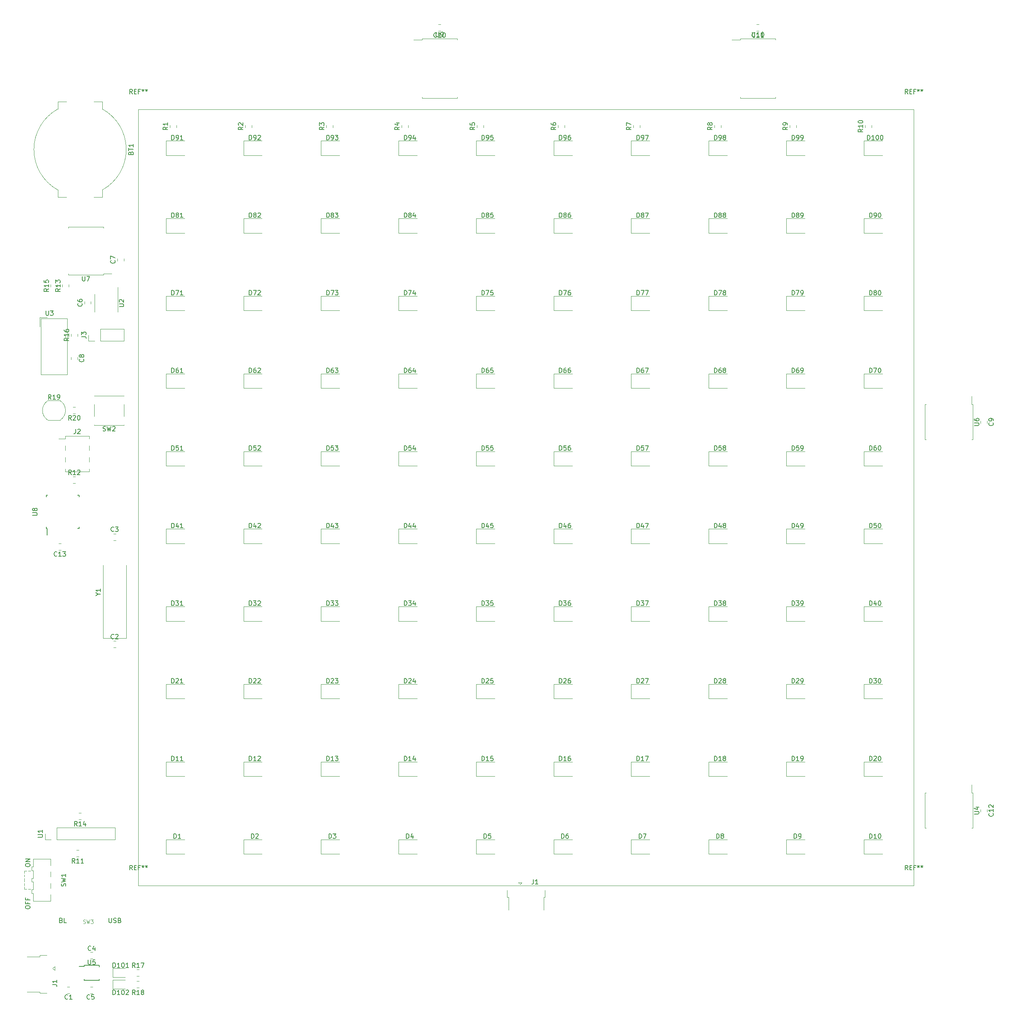
<source format=gto>
G04 #@! TF.GenerationSoftware,KiCad,Pcbnew,5.1.4-3.fc31*
G04 #@! TF.CreationDate,2019-12-02T16:48:44+01:00*
G04 #@! TF.ProjectId,WordclockPCB,576f7264-636c-46f6-936b-5043422e6b69,rev?*
G04 #@! TF.SameCoordinates,Original*
G04 #@! TF.FileFunction,Legend,Top*
G04 #@! TF.FilePolarity,Positive*
%FSLAX46Y46*%
G04 Gerber Fmt 4.6, Leading zero omitted, Abs format (unit mm)*
G04 Created by KiCad (PCBNEW 5.1.4-3.fc31) date 2019-12-02 16:48:44*
%MOMM*%
%LPD*%
G04 APERTURE LIST*
%ADD10C,0.150000*%
%ADD11C,0.120000*%
%ADD12C,0.050000*%
G04 APERTURE END LIST*
D10*
X104068095Y-202662380D02*
X104068095Y-203471904D01*
X104115714Y-203567142D01*
X104163333Y-203614761D01*
X104258571Y-203662380D01*
X104449047Y-203662380D01*
X104544285Y-203614761D01*
X104591904Y-203567142D01*
X104639523Y-203471904D01*
X104639523Y-202662380D01*
X105068095Y-203614761D02*
X105210952Y-203662380D01*
X105449047Y-203662380D01*
X105544285Y-203614761D01*
X105591904Y-203567142D01*
X105639523Y-203471904D01*
X105639523Y-203376666D01*
X105591904Y-203281428D01*
X105544285Y-203233809D01*
X105449047Y-203186190D01*
X105258571Y-203138571D01*
X105163333Y-203090952D01*
X105115714Y-203043333D01*
X105068095Y-202948095D01*
X105068095Y-202852857D01*
X105115714Y-202757619D01*
X105163333Y-202710000D01*
X105258571Y-202662380D01*
X105496666Y-202662380D01*
X105639523Y-202710000D01*
X106401428Y-203138571D02*
X106544285Y-203186190D01*
X106591904Y-203233809D01*
X106639523Y-203329047D01*
X106639523Y-203471904D01*
X106591904Y-203567142D01*
X106544285Y-203614761D01*
X106449047Y-203662380D01*
X106068095Y-203662380D01*
X106068095Y-202662380D01*
X106401428Y-202662380D01*
X106496666Y-202710000D01*
X106544285Y-202757619D01*
X106591904Y-202852857D01*
X106591904Y-202948095D01*
X106544285Y-203043333D01*
X106496666Y-203090952D01*
X106401428Y-203138571D01*
X106068095Y-203138571D01*
X93566666Y-203138571D02*
X93709523Y-203186190D01*
X93757142Y-203233809D01*
X93804761Y-203329047D01*
X93804761Y-203471904D01*
X93757142Y-203567142D01*
X93709523Y-203614761D01*
X93614285Y-203662380D01*
X93233333Y-203662380D01*
X93233333Y-202662380D01*
X93566666Y-202662380D01*
X93661904Y-202710000D01*
X93709523Y-202757619D01*
X93757142Y-202852857D01*
X93757142Y-202948095D01*
X93709523Y-203043333D01*
X93661904Y-203090952D01*
X93566666Y-203138571D01*
X93233333Y-203138571D01*
X94709523Y-203662380D02*
X94233333Y-203662380D01*
X94233333Y-202662380D01*
X85732380Y-200352380D02*
X85732380Y-200161904D01*
X85780000Y-200066666D01*
X85875238Y-199971428D01*
X86065714Y-199923809D01*
X86399047Y-199923809D01*
X86589523Y-199971428D01*
X86684761Y-200066666D01*
X86732380Y-200161904D01*
X86732380Y-200352380D01*
X86684761Y-200447619D01*
X86589523Y-200542857D01*
X86399047Y-200590476D01*
X86065714Y-200590476D01*
X85875238Y-200542857D01*
X85780000Y-200447619D01*
X85732380Y-200352380D01*
X86208571Y-199161904D02*
X86208571Y-199495238D01*
X86732380Y-199495238D02*
X85732380Y-199495238D01*
X85732380Y-199019047D01*
X86208571Y-198304761D02*
X86208571Y-198638095D01*
X86732380Y-198638095D02*
X85732380Y-198638095D01*
X85732380Y-198161904D01*
X85732380Y-191129047D02*
X85732380Y-190938571D01*
X85780000Y-190843333D01*
X85875238Y-190748095D01*
X86065714Y-190700476D01*
X86399047Y-190700476D01*
X86589523Y-190748095D01*
X86684761Y-190843333D01*
X86732380Y-190938571D01*
X86732380Y-191129047D01*
X86684761Y-191224285D01*
X86589523Y-191319523D01*
X86399047Y-191367142D01*
X86065714Y-191367142D01*
X85875238Y-191319523D01*
X85780000Y-191224285D01*
X85732380Y-191129047D01*
X86732380Y-190271904D02*
X85732380Y-190271904D01*
X86732380Y-189700476D01*
X85732380Y-189700476D01*
D11*
X110500000Y-195500000D02*
X280500000Y-195500000D01*
X110500000Y-25500000D02*
X110500000Y-195500000D01*
X280500000Y-25500000D02*
X110500000Y-25500000D01*
X280500000Y-195500000D02*
X280500000Y-25500000D01*
D10*
X90275000Y-117300000D02*
X90500000Y-117300000D01*
X90275000Y-110050000D02*
X90600000Y-110050000D01*
X97525000Y-110050000D02*
X97200000Y-110050000D01*
X97525000Y-117300000D02*
X97200000Y-117300000D01*
X90275000Y-117300000D02*
X90275000Y-116975000D01*
X97525000Y-117300000D02*
X97525000Y-116975000D01*
X97525000Y-110050000D02*
X97525000Y-110375000D01*
X90275000Y-110050000D02*
X90275000Y-110375000D01*
X90500000Y-117300000D02*
X90500000Y-118725000D01*
D11*
X91685000Y-213650000D02*
X92135000Y-213250000D01*
X92135000Y-213250000D02*
X92135000Y-214050000D01*
X92135000Y-214050000D02*
X91685000Y-213650000D01*
X86085000Y-218800000D02*
X88885000Y-218800000D01*
X88885000Y-218800000D02*
X88885000Y-219100000D01*
X88885000Y-219100000D02*
X90435000Y-219100000D01*
X86085000Y-211100000D02*
X88885000Y-211100000D01*
X88885000Y-210800000D02*
X88885000Y-211100000D01*
X88885000Y-210800000D02*
X90435000Y-210800000D01*
X93523578Y-120585000D02*
X93006422Y-120585000D01*
X93523578Y-122005000D02*
X93006422Y-122005000D01*
X295120000Y-178821422D02*
X295120000Y-179338578D01*
X296540000Y-178821422D02*
X296540000Y-179338578D01*
X246558578Y-6920000D02*
X246041422Y-6920000D01*
X246558578Y-8340000D02*
X246041422Y-8340000D01*
X176788578Y-6920000D02*
X176271422Y-6920000D01*
X176788578Y-8340000D02*
X176271422Y-8340000D01*
X295120000Y-93731422D02*
X295120000Y-94248578D01*
X296540000Y-93731422D02*
X296540000Y-94248578D01*
X95730000Y-79761422D02*
X95730000Y-80278578D01*
X97150000Y-79761422D02*
X97150000Y-80278578D01*
X107310000Y-58688578D02*
X107310000Y-58171422D01*
X105890000Y-58688578D02*
X105890000Y-58171422D01*
X100080000Y-68118578D02*
X100080000Y-67601422D01*
X98660000Y-68118578D02*
X98660000Y-67601422D01*
X102595000Y-23830000D02*
X102595000Y-25437090D01*
X100710000Y-23830000D02*
X102595000Y-23830000D01*
X100710000Y-44770000D02*
X102595000Y-44770000D01*
X94710000Y-23830000D02*
X92825000Y-23830000D01*
X94710000Y-44770000D02*
X92825000Y-44770000D01*
X102595000Y-44770000D02*
X102595000Y-43162910D01*
X92825000Y-23830000D02*
X92825000Y-25437090D01*
X92825000Y-44770000D02*
X92825000Y-43162910D01*
X102595000Y-25437090D02*
G75*
G02X102595000Y-43162910I-4885000J-8862910D01*
G01*
X92828832Y-43165021D02*
G75*
G02X92825000Y-25437090I4881168J8865021D01*
G01*
X95428578Y-219160000D02*
X94911422Y-219160000D01*
X95428578Y-217740000D02*
X94911422Y-217740000D01*
X105016422Y-143385000D02*
X105533578Y-143385000D01*
X105016422Y-141965000D02*
X105533578Y-141965000D01*
X105016422Y-118470000D02*
X105533578Y-118470000D01*
X105016422Y-119890000D02*
X105533578Y-119890000D01*
X100508578Y-210120000D02*
X99991422Y-210120000D01*
X100508578Y-211540000D02*
X99991422Y-211540000D01*
X99991422Y-217740000D02*
X100508578Y-217740000D01*
X99991422Y-219160000D02*
X100508578Y-219160000D01*
X120600000Y-185415000D02*
X116540000Y-185415000D01*
X116540000Y-185415000D02*
X116540000Y-188585000D01*
X116540000Y-188585000D02*
X120600000Y-188585000D01*
X137600000Y-185415000D02*
X133540000Y-185415000D01*
X133540000Y-185415000D02*
X133540000Y-188585000D01*
X133540000Y-188585000D02*
X137600000Y-188585000D01*
X150540000Y-188585000D02*
X154600000Y-188585000D01*
X150540000Y-185415000D02*
X150540000Y-188585000D01*
X154600000Y-185415000D02*
X150540000Y-185415000D01*
X167540000Y-188585000D02*
X171600000Y-188585000D01*
X167540000Y-185415000D02*
X167540000Y-188585000D01*
X171600000Y-185415000D02*
X167540000Y-185415000D01*
X188600000Y-185415000D02*
X184540000Y-185415000D01*
X184540000Y-185415000D02*
X184540000Y-188585000D01*
X184540000Y-188585000D02*
X188600000Y-188585000D01*
X205600000Y-185415000D02*
X201540000Y-185415000D01*
X201540000Y-185415000D02*
X201540000Y-188585000D01*
X201540000Y-188585000D02*
X205600000Y-188585000D01*
X222600000Y-185415000D02*
X218540000Y-185415000D01*
X218540000Y-185415000D02*
X218540000Y-188585000D01*
X218540000Y-188585000D02*
X222600000Y-188585000D01*
X239600000Y-185415000D02*
X235540000Y-185415000D01*
X235540000Y-185415000D02*
X235540000Y-188585000D01*
X235540000Y-188585000D02*
X239600000Y-188585000D01*
X252540000Y-188585000D02*
X256600000Y-188585000D01*
X252540000Y-185415000D02*
X252540000Y-188585000D01*
X256600000Y-185415000D02*
X252540000Y-185415000D01*
X269540000Y-188585000D02*
X273600000Y-188585000D01*
X269540000Y-185415000D02*
X269540000Y-188585000D01*
X273600000Y-185415000D02*
X269540000Y-185415000D01*
X116540000Y-171585000D02*
X120600000Y-171585000D01*
X116540000Y-168415000D02*
X116540000Y-171585000D01*
X120600000Y-168415000D02*
X116540000Y-168415000D01*
X133540000Y-171585000D02*
X137600000Y-171585000D01*
X133540000Y-168415000D02*
X133540000Y-171585000D01*
X137600000Y-168415000D02*
X133540000Y-168415000D01*
X154600000Y-168415000D02*
X150540000Y-168415000D01*
X150540000Y-168415000D02*
X150540000Y-171585000D01*
X150540000Y-171585000D02*
X154600000Y-171585000D01*
X171600000Y-168415000D02*
X167540000Y-168415000D01*
X167540000Y-168415000D02*
X167540000Y-171585000D01*
X167540000Y-171585000D02*
X171600000Y-171585000D01*
X184540000Y-171585000D02*
X188600000Y-171585000D01*
X184540000Y-168415000D02*
X184540000Y-171585000D01*
X188600000Y-168415000D02*
X184540000Y-168415000D01*
X201540000Y-171585000D02*
X205600000Y-171585000D01*
X201540000Y-168415000D02*
X201540000Y-171585000D01*
X205600000Y-168415000D02*
X201540000Y-168415000D01*
X218540000Y-171585000D02*
X222600000Y-171585000D01*
X218540000Y-168415000D02*
X218540000Y-171585000D01*
X222600000Y-168415000D02*
X218540000Y-168415000D01*
X235540000Y-171585000D02*
X239600000Y-171585000D01*
X235540000Y-168415000D02*
X235540000Y-171585000D01*
X239600000Y-168415000D02*
X235540000Y-168415000D01*
X256600000Y-168415000D02*
X252540000Y-168415000D01*
X252540000Y-168415000D02*
X252540000Y-171585000D01*
X252540000Y-171585000D02*
X256600000Y-171585000D01*
X273600000Y-168415000D02*
X269540000Y-168415000D01*
X269540000Y-168415000D02*
X269540000Y-171585000D01*
X269540000Y-171585000D02*
X273600000Y-171585000D01*
X120600000Y-151415000D02*
X116540000Y-151415000D01*
X116540000Y-151415000D02*
X116540000Y-154585000D01*
X116540000Y-154585000D02*
X120600000Y-154585000D01*
X137600000Y-151415000D02*
X133540000Y-151415000D01*
X133540000Y-151415000D02*
X133540000Y-154585000D01*
X133540000Y-154585000D02*
X137600000Y-154585000D01*
X150540000Y-154585000D02*
X154600000Y-154585000D01*
X150540000Y-151415000D02*
X150540000Y-154585000D01*
X154600000Y-151415000D02*
X150540000Y-151415000D01*
X171600000Y-151415000D02*
X167540000Y-151415000D01*
X167540000Y-151415000D02*
X167540000Y-154585000D01*
X167540000Y-154585000D02*
X171600000Y-154585000D01*
X188600000Y-151415000D02*
X184540000Y-151415000D01*
X184540000Y-151415000D02*
X184540000Y-154585000D01*
X184540000Y-154585000D02*
X188600000Y-154585000D01*
X205600000Y-151415000D02*
X201540000Y-151415000D01*
X201540000Y-151415000D02*
X201540000Y-154585000D01*
X201540000Y-154585000D02*
X205600000Y-154585000D01*
X222600000Y-151415000D02*
X218540000Y-151415000D01*
X218540000Y-151415000D02*
X218540000Y-154585000D01*
X218540000Y-154585000D02*
X222600000Y-154585000D01*
X235540000Y-154585000D02*
X239600000Y-154585000D01*
X235540000Y-151415000D02*
X235540000Y-154585000D01*
X239600000Y-151415000D02*
X235540000Y-151415000D01*
X252540000Y-154585000D02*
X256600000Y-154585000D01*
X252540000Y-151415000D02*
X252540000Y-154585000D01*
X256600000Y-151415000D02*
X252540000Y-151415000D01*
X269540000Y-154585000D02*
X273600000Y-154585000D01*
X269540000Y-151415000D02*
X269540000Y-154585000D01*
X273600000Y-151415000D02*
X269540000Y-151415000D01*
X116540000Y-137585000D02*
X120600000Y-137585000D01*
X116540000Y-134415000D02*
X116540000Y-137585000D01*
X120600000Y-134415000D02*
X116540000Y-134415000D01*
X133540000Y-137585000D02*
X137600000Y-137585000D01*
X133540000Y-134415000D02*
X133540000Y-137585000D01*
X137600000Y-134415000D02*
X133540000Y-134415000D01*
X154600000Y-134415000D02*
X150540000Y-134415000D01*
X150540000Y-134415000D02*
X150540000Y-137585000D01*
X150540000Y-137585000D02*
X154600000Y-137585000D01*
X167540000Y-137585000D02*
X171600000Y-137585000D01*
X167540000Y-134415000D02*
X167540000Y-137585000D01*
X171600000Y-134415000D02*
X167540000Y-134415000D01*
X184540000Y-137585000D02*
X188600000Y-137585000D01*
X184540000Y-134415000D02*
X184540000Y-137585000D01*
X188600000Y-134415000D02*
X184540000Y-134415000D01*
X201540000Y-137585000D02*
X205600000Y-137585000D01*
X201540000Y-134415000D02*
X201540000Y-137585000D01*
X205600000Y-134415000D02*
X201540000Y-134415000D01*
X218540000Y-137585000D02*
X222600000Y-137585000D01*
X218540000Y-134415000D02*
X218540000Y-137585000D01*
X222600000Y-134415000D02*
X218540000Y-134415000D01*
X239600000Y-134415000D02*
X235540000Y-134415000D01*
X235540000Y-134415000D02*
X235540000Y-137585000D01*
X235540000Y-137585000D02*
X239600000Y-137585000D01*
X256600000Y-134415000D02*
X252540000Y-134415000D01*
X252540000Y-134415000D02*
X252540000Y-137585000D01*
X252540000Y-137585000D02*
X256600000Y-137585000D01*
X273600000Y-134415000D02*
X269540000Y-134415000D01*
X269540000Y-134415000D02*
X269540000Y-137585000D01*
X269540000Y-137585000D02*
X273600000Y-137585000D01*
X120600000Y-117415000D02*
X116540000Y-117415000D01*
X116540000Y-117415000D02*
X116540000Y-120585000D01*
X116540000Y-120585000D02*
X120600000Y-120585000D01*
X137600000Y-117415000D02*
X133540000Y-117415000D01*
X133540000Y-117415000D02*
X133540000Y-120585000D01*
X133540000Y-120585000D02*
X137600000Y-120585000D01*
X154600000Y-117415000D02*
X150540000Y-117415000D01*
X150540000Y-117415000D02*
X150540000Y-120585000D01*
X150540000Y-120585000D02*
X154600000Y-120585000D01*
X171600000Y-117415000D02*
X167540000Y-117415000D01*
X167540000Y-117415000D02*
X167540000Y-120585000D01*
X167540000Y-120585000D02*
X171600000Y-120585000D01*
X184540000Y-120585000D02*
X188600000Y-120585000D01*
X184540000Y-117415000D02*
X184540000Y-120585000D01*
X188600000Y-117415000D02*
X184540000Y-117415000D01*
X205600000Y-117415000D02*
X201540000Y-117415000D01*
X201540000Y-117415000D02*
X201540000Y-120585000D01*
X201540000Y-120585000D02*
X205600000Y-120585000D01*
X218540000Y-120585000D02*
X222600000Y-120585000D01*
X218540000Y-117415000D02*
X218540000Y-120585000D01*
X222600000Y-117415000D02*
X218540000Y-117415000D01*
X239600000Y-117415000D02*
X235540000Y-117415000D01*
X235540000Y-117415000D02*
X235540000Y-120585000D01*
X235540000Y-120585000D02*
X239600000Y-120585000D01*
X252540000Y-120585000D02*
X256600000Y-120585000D01*
X252540000Y-117415000D02*
X252540000Y-120585000D01*
X256600000Y-117415000D02*
X252540000Y-117415000D01*
X269540000Y-120585000D02*
X273600000Y-120585000D01*
X269540000Y-117415000D02*
X269540000Y-120585000D01*
X273600000Y-117415000D02*
X269540000Y-117415000D01*
X116540000Y-103585000D02*
X120600000Y-103585000D01*
X116540000Y-100415000D02*
X116540000Y-103585000D01*
X120600000Y-100415000D02*
X116540000Y-100415000D01*
X133540000Y-103585000D02*
X137600000Y-103585000D01*
X133540000Y-100415000D02*
X133540000Y-103585000D01*
X137600000Y-100415000D02*
X133540000Y-100415000D01*
X154600000Y-100415000D02*
X150540000Y-100415000D01*
X150540000Y-100415000D02*
X150540000Y-103585000D01*
X150540000Y-103585000D02*
X154600000Y-103585000D01*
X167540000Y-103585000D02*
X171600000Y-103585000D01*
X167540000Y-100415000D02*
X167540000Y-103585000D01*
X171600000Y-100415000D02*
X167540000Y-100415000D01*
X184540000Y-103585000D02*
X188600000Y-103585000D01*
X184540000Y-100415000D02*
X184540000Y-103585000D01*
X188600000Y-100415000D02*
X184540000Y-100415000D01*
X201540000Y-103585000D02*
X205600000Y-103585000D01*
X201540000Y-100415000D02*
X201540000Y-103585000D01*
X205600000Y-100415000D02*
X201540000Y-100415000D01*
X222600000Y-100415000D02*
X218540000Y-100415000D01*
X218540000Y-100415000D02*
X218540000Y-103585000D01*
X218540000Y-103585000D02*
X222600000Y-103585000D01*
X239600000Y-100415000D02*
X235540000Y-100415000D01*
X235540000Y-100415000D02*
X235540000Y-103585000D01*
X235540000Y-103585000D02*
X239600000Y-103585000D01*
X256600000Y-100415000D02*
X252540000Y-100415000D01*
X252540000Y-100415000D02*
X252540000Y-103585000D01*
X252540000Y-103585000D02*
X256600000Y-103585000D01*
X273600000Y-100415000D02*
X269540000Y-100415000D01*
X269540000Y-100415000D02*
X269540000Y-103585000D01*
X269540000Y-103585000D02*
X273600000Y-103585000D01*
X120600000Y-83415000D02*
X116540000Y-83415000D01*
X116540000Y-83415000D02*
X116540000Y-86585000D01*
X116540000Y-86585000D02*
X120600000Y-86585000D01*
X133540000Y-86585000D02*
X137600000Y-86585000D01*
X133540000Y-83415000D02*
X133540000Y-86585000D01*
X137600000Y-83415000D02*
X133540000Y-83415000D01*
X150540000Y-86585000D02*
X154600000Y-86585000D01*
X150540000Y-83415000D02*
X150540000Y-86585000D01*
X154600000Y-83415000D02*
X150540000Y-83415000D01*
X171600000Y-83415000D02*
X167540000Y-83415000D01*
X167540000Y-83415000D02*
X167540000Y-86585000D01*
X167540000Y-86585000D02*
X171600000Y-86585000D01*
X188600000Y-83415000D02*
X184540000Y-83415000D01*
X184540000Y-83415000D02*
X184540000Y-86585000D01*
X184540000Y-86585000D02*
X188600000Y-86585000D01*
X205600000Y-83415000D02*
X201540000Y-83415000D01*
X201540000Y-83415000D02*
X201540000Y-86585000D01*
X201540000Y-86585000D02*
X205600000Y-86585000D01*
X222600000Y-83415000D02*
X218540000Y-83415000D01*
X218540000Y-83415000D02*
X218540000Y-86585000D01*
X218540000Y-86585000D02*
X222600000Y-86585000D01*
X235540000Y-86585000D02*
X239600000Y-86585000D01*
X235540000Y-83415000D02*
X235540000Y-86585000D01*
X239600000Y-83415000D02*
X235540000Y-83415000D01*
X252540000Y-86585000D02*
X256600000Y-86585000D01*
X252540000Y-83415000D02*
X252540000Y-86585000D01*
X256600000Y-83415000D02*
X252540000Y-83415000D01*
X269540000Y-86585000D02*
X273600000Y-86585000D01*
X269540000Y-83415000D02*
X269540000Y-86585000D01*
X273600000Y-83415000D02*
X269540000Y-83415000D01*
X116540000Y-69585000D02*
X120600000Y-69585000D01*
X116540000Y-66415000D02*
X116540000Y-69585000D01*
X120600000Y-66415000D02*
X116540000Y-66415000D01*
X137600000Y-66415000D02*
X133540000Y-66415000D01*
X133540000Y-66415000D02*
X133540000Y-69585000D01*
X133540000Y-69585000D02*
X137600000Y-69585000D01*
X154600000Y-66415000D02*
X150540000Y-66415000D01*
X150540000Y-66415000D02*
X150540000Y-69585000D01*
X150540000Y-69585000D02*
X154600000Y-69585000D01*
X167540000Y-69585000D02*
X171600000Y-69585000D01*
X167540000Y-66415000D02*
X167540000Y-69585000D01*
X171600000Y-66415000D02*
X167540000Y-66415000D01*
X184540000Y-69585000D02*
X188600000Y-69585000D01*
X184540000Y-66415000D02*
X184540000Y-69585000D01*
X188600000Y-66415000D02*
X184540000Y-66415000D01*
X201540000Y-69585000D02*
X205600000Y-69585000D01*
X201540000Y-66415000D02*
X201540000Y-69585000D01*
X205600000Y-66415000D02*
X201540000Y-66415000D01*
X218540000Y-69585000D02*
X222600000Y-69585000D01*
X218540000Y-66415000D02*
X218540000Y-69585000D01*
X222600000Y-66415000D02*
X218540000Y-66415000D01*
X239600000Y-66415000D02*
X235540000Y-66415000D01*
X235540000Y-66415000D02*
X235540000Y-69585000D01*
X235540000Y-69585000D02*
X239600000Y-69585000D01*
X256600000Y-66415000D02*
X252540000Y-66415000D01*
X252540000Y-66415000D02*
X252540000Y-69585000D01*
X252540000Y-69585000D02*
X256600000Y-69585000D01*
X269540000Y-69585000D02*
X273600000Y-69585000D01*
X269540000Y-66415000D02*
X269540000Y-69585000D01*
X273600000Y-66415000D02*
X269540000Y-66415000D01*
X120600000Y-49415000D02*
X116540000Y-49415000D01*
X116540000Y-49415000D02*
X116540000Y-52585000D01*
X116540000Y-52585000D02*
X120600000Y-52585000D01*
X133540000Y-52585000D02*
X137600000Y-52585000D01*
X133540000Y-49415000D02*
X133540000Y-52585000D01*
X137600000Y-49415000D02*
X133540000Y-49415000D01*
X150540000Y-52585000D02*
X154600000Y-52585000D01*
X150540000Y-49415000D02*
X150540000Y-52585000D01*
X154600000Y-49415000D02*
X150540000Y-49415000D01*
X171600000Y-49415000D02*
X167540000Y-49415000D01*
X167540000Y-49415000D02*
X167540000Y-52585000D01*
X167540000Y-52585000D02*
X171600000Y-52585000D01*
X188600000Y-49415000D02*
X184540000Y-49415000D01*
X184540000Y-49415000D02*
X184540000Y-52585000D01*
X184540000Y-52585000D02*
X188600000Y-52585000D01*
X205600000Y-49415000D02*
X201540000Y-49415000D01*
X201540000Y-49415000D02*
X201540000Y-52585000D01*
X201540000Y-52585000D02*
X205600000Y-52585000D01*
X222600000Y-49415000D02*
X218540000Y-49415000D01*
X218540000Y-49415000D02*
X218540000Y-52585000D01*
X218540000Y-52585000D02*
X222600000Y-52585000D01*
X235540000Y-52585000D02*
X239600000Y-52585000D01*
X235540000Y-49415000D02*
X235540000Y-52585000D01*
X239600000Y-49415000D02*
X235540000Y-49415000D01*
X252540000Y-52585000D02*
X256600000Y-52585000D01*
X252540000Y-49415000D02*
X252540000Y-52585000D01*
X256600000Y-49415000D02*
X252540000Y-49415000D01*
X269540000Y-52585000D02*
X273600000Y-52585000D01*
X269540000Y-49415000D02*
X269540000Y-52585000D01*
X273600000Y-49415000D02*
X269540000Y-49415000D01*
X116540000Y-35585000D02*
X120600000Y-35585000D01*
X116540000Y-32415000D02*
X116540000Y-35585000D01*
X120600000Y-32415000D02*
X116540000Y-32415000D01*
X137600000Y-32415000D02*
X133540000Y-32415000D01*
X133540000Y-32415000D02*
X133540000Y-35585000D01*
X133540000Y-35585000D02*
X137600000Y-35585000D01*
X154600000Y-32415000D02*
X150540000Y-32415000D01*
X150540000Y-32415000D02*
X150540000Y-35585000D01*
X150540000Y-35585000D02*
X154600000Y-35585000D01*
X167540000Y-35585000D02*
X171600000Y-35585000D01*
X167540000Y-32415000D02*
X167540000Y-35585000D01*
X171600000Y-32415000D02*
X167540000Y-32415000D01*
X184540000Y-35585000D02*
X188600000Y-35585000D01*
X184540000Y-32415000D02*
X184540000Y-35585000D01*
X188600000Y-32415000D02*
X184540000Y-32415000D01*
X201540000Y-35585000D02*
X205600000Y-35585000D01*
X201540000Y-32415000D02*
X201540000Y-35585000D01*
X205600000Y-32415000D02*
X201540000Y-32415000D01*
X218540000Y-35585000D02*
X222600000Y-35585000D01*
X218540000Y-32415000D02*
X218540000Y-35585000D01*
X222600000Y-32415000D02*
X218540000Y-32415000D01*
X239600000Y-32415000D02*
X235540000Y-32415000D01*
X235540000Y-32415000D02*
X235540000Y-35585000D01*
X235540000Y-35585000D02*
X239600000Y-35585000D01*
X256600000Y-32415000D02*
X252540000Y-32415000D01*
X252540000Y-32415000D02*
X252540000Y-35585000D01*
X252540000Y-35585000D02*
X256600000Y-35585000D01*
X273600000Y-32415000D02*
X269540000Y-32415000D01*
X269540000Y-32415000D02*
X269540000Y-35585000D01*
X269540000Y-35585000D02*
X273600000Y-35585000D01*
X104915000Y-215600000D02*
X107600000Y-215600000D01*
X104915000Y-213680000D02*
X104915000Y-215600000D01*
X107600000Y-213680000D02*
X104915000Y-213680000D01*
X107600000Y-216220000D02*
X104915000Y-216220000D01*
X104915000Y-216220000D02*
X104915000Y-218140000D01*
X104915000Y-218140000D02*
X107600000Y-218140000D01*
X191325000Y-198065000D02*
X191325000Y-196515000D01*
X191325000Y-198065000D02*
X191625000Y-198065000D01*
X191625000Y-200865000D02*
X191625000Y-198065000D01*
X199625000Y-198065000D02*
X199625000Y-196515000D01*
X199325000Y-198065000D02*
X199625000Y-198065000D01*
X199325000Y-200865000D02*
X199325000Y-198065000D01*
X194575000Y-194815000D02*
X194175000Y-195265000D01*
X193775000Y-194815000D02*
X194575000Y-194815000D01*
X194175000Y-195265000D02*
X193775000Y-194815000D01*
X94475000Y-97105000D02*
X99675000Y-97105000D01*
X94475000Y-104845000D02*
X99675000Y-104845000D01*
X93035000Y-97675000D02*
X94475000Y-97675000D01*
X94475000Y-97105000D02*
X94475000Y-97675000D01*
X99675000Y-97105000D02*
X99675000Y-97675000D01*
X94475000Y-104275000D02*
X94475000Y-104845000D01*
X99675000Y-104275000D02*
X99675000Y-104845000D01*
X94475000Y-99195000D02*
X94475000Y-100215000D01*
X99675000Y-99195000D02*
X99675000Y-100215000D01*
X94475000Y-101735000D02*
X94475000Y-102755000D01*
X99675000Y-101735000D02*
X99675000Y-102755000D01*
X107295000Y-76270000D02*
X107295000Y-73610000D01*
X102155000Y-76270000D02*
X107295000Y-76270000D01*
X102155000Y-73610000D02*
X107295000Y-73610000D01*
X102155000Y-76270000D02*
X102155000Y-73610000D01*
X100885000Y-76270000D02*
X99555000Y-76270000D01*
X99555000Y-76270000D02*
X99555000Y-74940000D01*
X117400000Y-29468578D02*
X117400000Y-28951422D01*
X118820000Y-29468578D02*
X118820000Y-28951422D01*
X133910000Y-29468578D02*
X133910000Y-28951422D01*
X135330000Y-29468578D02*
X135330000Y-28951422D01*
X153110000Y-29468578D02*
X153110000Y-28951422D01*
X151690000Y-29468578D02*
X151690000Y-28951422D01*
X168200000Y-29468578D02*
X168200000Y-28951422D01*
X169620000Y-29468578D02*
X169620000Y-28951422D01*
X184710000Y-29468578D02*
X184710000Y-28951422D01*
X186130000Y-29468578D02*
X186130000Y-28951422D01*
X203910000Y-29468578D02*
X203910000Y-28951422D01*
X202490000Y-29468578D02*
X202490000Y-28951422D01*
X219000000Y-29468578D02*
X219000000Y-28951422D01*
X220420000Y-29468578D02*
X220420000Y-28951422D01*
X238200000Y-29468578D02*
X238200000Y-28951422D01*
X236780000Y-29468578D02*
X236780000Y-28951422D01*
X253290000Y-29468578D02*
X253290000Y-28951422D01*
X254710000Y-29468578D02*
X254710000Y-28951422D01*
X271220000Y-29468578D02*
X271220000Y-28951422D01*
X269800000Y-29468578D02*
X269800000Y-28951422D01*
X97460578Y-189188000D02*
X96943422Y-189188000D01*
X97460578Y-187768000D02*
X96943422Y-187768000D01*
X96181422Y-107400000D02*
X96698578Y-107400000D01*
X96181422Y-105980000D02*
X96698578Y-105980000D01*
X93825000Y-64403578D02*
X93825000Y-63886422D01*
X95245000Y-64403578D02*
X95245000Y-63886422D01*
X97968578Y-179640000D02*
X97451422Y-179640000D01*
X97968578Y-181060000D02*
X97451422Y-181060000D01*
X92705000Y-64403578D02*
X92705000Y-63886422D01*
X91285000Y-64403578D02*
X91285000Y-63886422D01*
X97150000Y-75198578D02*
X97150000Y-74681422D01*
X95730000Y-75198578D02*
X95730000Y-74681422D01*
X110151422Y-215350000D02*
X110668578Y-215350000D01*
X110151422Y-213930000D02*
X110668578Y-213930000D01*
X110151422Y-216470000D02*
X110668578Y-216470000D01*
X110151422Y-217890000D02*
X110668578Y-217890000D01*
X90675000Y-93600000D02*
X93325000Y-93600000D01*
X90675000Y-89300000D02*
X93325000Y-89300000D01*
X90649524Y-89315612D02*
G75*
G03X90675000Y-93600000I1325476J-2134388D01*
G01*
X93353027Y-93582144D02*
G75*
G03X93325000Y-89300000I-1378027J2132144D01*
G01*
X96698578Y-92160000D02*
X96181422Y-92160000D01*
X96698578Y-90740000D02*
X96181422Y-90740000D01*
X91228000Y-197520000D02*
X91228000Y-198920000D01*
X91228000Y-198920000D02*
X87428000Y-198920000D01*
X87428000Y-189720000D02*
X91228000Y-189720000D01*
X91228000Y-189720000D02*
X91228000Y-191120000D01*
X91228000Y-196120000D02*
X91228000Y-195020000D01*
X91228000Y-195020000D02*
X91228000Y-195020000D01*
X91228000Y-193620000D02*
X91228000Y-192520000D01*
X91228000Y-192520000D02*
X91228000Y-192520000D01*
X87428000Y-198920000D02*
X87428000Y-197220000D01*
X87428000Y-197220000D02*
X87128000Y-197220000D01*
X87128000Y-197220000D02*
X87128000Y-196420000D01*
X87128000Y-196420000D02*
X87428000Y-196420000D01*
X87428000Y-196420000D02*
X87428000Y-194720000D01*
X87428000Y-194720000D02*
X87128000Y-194720000D01*
X87128000Y-194720000D02*
X87128000Y-193920000D01*
X87128000Y-193920000D02*
X87428000Y-193920000D01*
X87428000Y-193920000D02*
X87428000Y-192220000D01*
X87428000Y-192220000D02*
X87128000Y-192220000D01*
X87128000Y-192220000D02*
X87128000Y-191420000D01*
X87128000Y-191420000D02*
X87428000Y-191420000D01*
X87428000Y-191420000D02*
X87428000Y-189720000D01*
X87428000Y-189720000D02*
X87428000Y-189720000D01*
X85528000Y-192320000D02*
X86028000Y-192320000D01*
X86028000Y-192320000D02*
X86028000Y-192320000D01*
X85528000Y-192320000D02*
X85528000Y-192820000D01*
X85528000Y-192820000D02*
X85528000Y-192820000D01*
X85528000Y-196320000D02*
X85528000Y-195820000D01*
X85528000Y-195820000D02*
X85528000Y-195820000D01*
X85528000Y-196320000D02*
X86028000Y-196320000D01*
X86028000Y-196320000D02*
X86028000Y-196320000D01*
X86328000Y-196320000D02*
X86828000Y-196320000D01*
X86828000Y-196320000D02*
X86828000Y-196320000D01*
X86328000Y-192320000D02*
X86828000Y-192320000D01*
X86828000Y-192320000D02*
X86828000Y-192320000D01*
X85528000Y-193120000D02*
X85528000Y-193620000D01*
X85528000Y-193620000D02*
X85528000Y-193620000D01*
X85528000Y-195520000D02*
X85528000Y-195020000D01*
X85528000Y-195020000D02*
X85528000Y-195020000D01*
X85528000Y-194720000D02*
X85528000Y-193920000D01*
X85528000Y-193920000D02*
X85528000Y-193920000D01*
X100830000Y-94680000D02*
X100830000Y-94650000D01*
X100830000Y-88220000D02*
X100830000Y-88250000D01*
X107290000Y-88220000D02*
X107290000Y-88250000D01*
X107290000Y-94650000D02*
X107290000Y-94680000D01*
X100830000Y-92750000D02*
X100830000Y-90150000D01*
X107290000Y-94680000D02*
X100830000Y-94680000D01*
X107290000Y-92750000D02*
X107290000Y-90150000D01*
X107290000Y-88220000D02*
X100830000Y-88220000D01*
X105390000Y-185490000D02*
X105390000Y-182830000D01*
X92630000Y-185490000D02*
X105390000Y-185490000D01*
X92630000Y-182830000D02*
X105390000Y-182830000D01*
X92630000Y-185490000D02*
X92630000Y-182830000D01*
X91360000Y-185490000D02*
X90030000Y-185490000D01*
X90030000Y-185490000D02*
X90030000Y-184160000D01*
X100865000Y-67955000D02*
X100865000Y-69905000D01*
X100865000Y-67955000D02*
X100865000Y-66005000D01*
X105985000Y-67955000D02*
X105985000Y-69905000D01*
X105985000Y-67955000D02*
X105985000Y-64505000D01*
X89125000Y-71350000D02*
X94865000Y-71350000D01*
X94875000Y-71350000D02*
X94875000Y-83610000D01*
X94875000Y-83610000D02*
X89115000Y-83610000D01*
X89115000Y-83610000D02*
X89115000Y-71360000D01*
X88835000Y-71070000D02*
X88835000Y-73070000D01*
X88835000Y-71070000D02*
X90445000Y-71070000D01*
X293215000Y-175220000D02*
X293215000Y-173405000D01*
X293470000Y-175220000D02*
X293215000Y-175220000D01*
X293470000Y-179080000D02*
X293470000Y-175220000D01*
X293470000Y-182940000D02*
X293215000Y-182940000D01*
X293470000Y-179080000D02*
X293470000Y-182940000D01*
X282950000Y-175220000D02*
X283205000Y-175220000D01*
X282950000Y-179080000D02*
X282950000Y-175220000D01*
X282950000Y-182940000D02*
X283205000Y-182940000D01*
X282950000Y-179080000D02*
X282950000Y-182940000D01*
D10*
X98625000Y-213015000D02*
X98625000Y-213190000D01*
X101875000Y-213015000D02*
X101875000Y-213290000D01*
X101875000Y-216265000D02*
X101875000Y-215990000D01*
X98625000Y-216265000D02*
X98625000Y-215990000D01*
X98625000Y-213015000D02*
X101875000Y-213015000D01*
X98625000Y-216265000D02*
X101875000Y-216265000D01*
X98625000Y-213190000D02*
X97550000Y-213190000D01*
D11*
X282950000Y-93990000D02*
X282950000Y-97850000D01*
X282950000Y-97850000D02*
X283205000Y-97850000D01*
X282950000Y-93990000D02*
X282950000Y-90130000D01*
X282950000Y-90130000D02*
X283205000Y-90130000D01*
X293470000Y-93990000D02*
X293470000Y-97850000D01*
X293470000Y-97850000D02*
X293215000Y-97850000D01*
X293470000Y-93990000D02*
X293470000Y-90130000D01*
X293470000Y-90130000D02*
X293215000Y-90130000D01*
X293215000Y-90130000D02*
X293215000Y-88315000D01*
X98980000Y-51265000D02*
X95120000Y-51265000D01*
X95120000Y-51265000D02*
X95120000Y-51520000D01*
X98980000Y-51265000D02*
X102840000Y-51265000D01*
X102840000Y-51265000D02*
X102840000Y-51520000D01*
X98980000Y-61785000D02*
X95120000Y-61785000D01*
X95120000Y-61785000D02*
X95120000Y-61530000D01*
X98980000Y-61785000D02*
X102840000Y-61785000D01*
X102840000Y-61785000D02*
X102840000Y-61530000D01*
X102840000Y-61530000D02*
X104655000Y-61530000D01*
X172670000Y-10245000D02*
X170855000Y-10245000D01*
X172670000Y-10010000D02*
X172670000Y-10245000D01*
X176530000Y-10010000D02*
X172670000Y-10010000D01*
X180390000Y-10010000D02*
X180390000Y-10245000D01*
X176530000Y-10010000D02*
X180390000Y-10010000D01*
X172670000Y-23030000D02*
X172670000Y-22795000D01*
X176530000Y-23030000D02*
X172670000Y-23030000D01*
X180390000Y-23030000D02*
X180390000Y-22795000D01*
X176530000Y-23030000D02*
X180390000Y-23030000D01*
X246300000Y-23030000D02*
X250160000Y-23030000D01*
X250160000Y-23030000D02*
X250160000Y-22795000D01*
X246300000Y-23030000D02*
X242440000Y-23030000D01*
X242440000Y-23030000D02*
X242440000Y-22795000D01*
X246300000Y-10010000D02*
X250160000Y-10010000D01*
X250160000Y-10010000D02*
X250160000Y-10245000D01*
X246300000Y-10010000D02*
X242440000Y-10010000D01*
X242440000Y-10010000D02*
X242440000Y-10245000D01*
X242440000Y-10245000D02*
X240625000Y-10245000D01*
X102725000Y-125345000D02*
X102725000Y-141320000D01*
X102725000Y-141320000D02*
X107825000Y-141320000D01*
X107825000Y-141320000D02*
X107825000Y-125345000D01*
D10*
X109166666Y-22102380D02*
X108833333Y-21626190D01*
X108595238Y-22102380D02*
X108595238Y-21102380D01*
X108976190Y-21102380D01*
X109071428Y-21150000D01*
X109119047Y-21197619D01*
X109166666Y-21292857D01*
X109166666Y-21435714D01*
X109119047Y-21530952D01*
X109071428Y-21578571D01*
X108976190Y-21626190D01*
X108595238Y-21626190D01*
X109595238Y-21578571D02*
X109928571Y-21578571D01*
X110071428Y-22102380D02*
X109595238Y-22102380D01*
X109595238Y-21102380D01*
X110071428Y-21102380D01*
X110833333Y-21578571D02*
X110500000Y-21578571D01*
X110500000Y-22102380D02*
X110500000Y-21102380D01*
X110976190Y-21102380D01*
X111500000Y-21102380D02*
X111500000Y-21340476D01*
X111261904Y-21245238D02*
X111500000Y-21340476D01*
X111738095Y-21245238D01*
X111357142Y-21530952D02*
X111500000Y-21340476D01*
X111642857Y-21530952D01*
X112261904Y-21102380D02*
X112261904Y-21340476D01*
X112023809Y-21245238D02*
X112261904Y-21340476D01*
X112500000Y-21245238D01*
X112119047Y-21530952D02*
X112261904Y-21340476D01*
X112404761Y-21530952D01*
X279166666Y-22102380D02*
X278833333Y-21626190D01*
X278595238Y-22102380D02*
X278595238Y-21102380D01*
X278976190Y-21102380D01*
X279071428Y-21150000D01*
X279119047Y-21197619D01*
X279166666Y-21292857D01*
X279166666Y-21435714D01*
X279119047Y-21530952D01*
X279071428Y-21578571D01*
X278976190Y-21626190D01*
X278595238Y-21626190D01*
X279595238Y-21578571D02*
X279928571Y-21578571D01*
X280071428Y-22102380D02*
X279595238Y-22102380D01*
X279595238Y-21102380D01*
X280071428Y-21102380D01*
X280833333Y-21578571D02*
X280500000Y-21578571D01*
X280500000Y-22102380D02*
X280500000Y-21102380D01*
X280976190Y-21102380D01*
X281500000Y-21102380D02*
X281500000Y-21340476D01*
X281261904Y-21245238D02*
X281500000Y-21340476D01*
X281738095Y-21245238D01*
X281357142Y-21530952D02*
X281500000Y-21340476D01*
X281642857Y-21530952D01*
X282261904Y-21102380D02*
X282261904Y-21340476D01*
X282023809Y-21245238D02*
X282261904Y-21340476D01*
X282500000Y-21245238D01*
X282119047Y-21530952D02*
X282261904Y-21340476D01*
X282404761Y-21530952D01*
X279166666Y-192102380D02*
X278833333Y-191626190D01*
X278595238Y-192102380D02*
X278595238Y-191102380D01*
X278976190Y-191102380D01*
X279071428Y-191150000D01*
X279119047Y-191197619D01*
X279166666Y-191292857D01*
X279166666Y-191435714D01*
X279119047Y-191530952D01*
X279071428Y-191578571D01*
X278976190Y-191626190D01*
X278595238Y-191626190D01*
X279595238Y-191578571D02*
X279928571Y-191578571D01*
X280071428Y-192102380D02*
X279595238Y-192102380D01*
X279595238Y-191102380D01*
X280071428Y-191102380D01*
X280833333Y-191578571D02*
X280500000Y-191578571D01*
X280500000Y-192102380D02*
X280500000Y-191102380D01*
X280976190Y-191102380D01*
X281500000Y-191102380D02*
X281500000Y-191340476D01*
X281261904Y-191245238D02*
X281500000Y-191340476D01*
X281738095Y-191245238D01*
X281357142Y-191530952D02*
X281500000Y-191340476D01*
X281642857Y-191530952D01*
X282261904Y-191102380D02*
X282261904Y-191340476D01*
X282023809Y-191245238D02*
X282261904Y-191340476D01*
X282500000Y-191245238D01*
X282119047Y-191530952D02*
X282261904Y-191340476D01*
X282404761Y-191530952D01*
X109166666Y-192102380D02*
X108833333Y-191626190D01*
X108595238Y-192102380D02*
X108595238Y-191102380D01*
X108976190Y-191102380D01*
X109071428Y-191150000D01*
X109119047Y-191197619D01*
X109166666Y-191292857D01*
X109166666Y-191435714D01*
X109119047Y-191530952D01*
X109071428Y-191578571D01*
X108976190Y-191626190D01*
X108595238Y-191626190D01*
X109595238Y-191578571D02*
X109928571Y-191578571D01*
X110071428Y-192102380D02*
X109595238Y-192102380D01*
X109595238Y-191102380D01*
X110071428Y-191102380D01*
X110833333Y-191578571D02*
X110500000Y-191578571D01*
X110500000Y-192102380D02*
X110500000Y-191102380D01*
X110976190Y-191102380D01*
X111500000Y-191102380D02*
X111500000Y-191340476D01*
X111261904Y-191245238D02*
X111500000Y-191340476D01*
X111738095Y-191245238D01*
X111357142Y-191530952D02*
X111500000Y-191340476D01*
X111642857Y-191530952D01*
X112261904Y-191102380D02*
X112261904Y-191340476D01*
X112023809Y-191245238D02*
X112261904Y-191340476D01*
X112500000Y-191245238D01*
X112119047Y-191530952D02*
X112261904Y-191340476D01*
X112404761Y-191530952D01*
X87302380Y-114436904D02*
X88111904Y-114436904D01*
X88207142Y-114389285D01*
X88254761Y-114341666D01*
X88302380Y-114246428D01*
X88302380Y-114055952D01*
X88254761Y-113960714D01*
X88207142Y-113913095D01*
X88111904Y-113865476D01*
X87302380Y-113865476D01*
X87730952Y-113246428D02*
X87683333Y-113341666D01*
X87635714Y-113389285D01*
X87540476Y-113436904D01*
X87492857Y-113436904D01*
X87397619Y-113389285D01*
X87350000Y-113341666D01*
X87302380Y-113246428D01*
X87302380Y-113055952D01*
X87350000Y-112960714D01*
X87397619Y-112913095D01*
X87492857Y-112865476D01*
X87540476Y-112865476D01*
X87635714Y-112913095D01*
X87683333Y-112960714D01*
X87730952Y-113055952D01*
X87730952Y-113246428D01*
X87778571Y-113341666D01*
X87826190Y-113389285D01*
X87921428Y-113436904D01*
X88111904Y-113436904D01*
X88207142Y-113389285D01*
X88254761Y-113341666D01*
X88302380Y-113246428D01*
X88302380Y-113055952D01*
X88254761Y-112960714D01*
X88207142Y-112913095D01*
X88111904Y-112865476D01*
X87921428Y-112865476D01*
X87826190Y-112913095D01*
X87778571Y-112960714D01*
X87730952Y-113055952D01*
D12*
X98419474Y-203788373D02*
X98533959Y-203826535D01*
X98724767Y-203826535D01*
X98801090Y-203788373D01*
X98839252Y-203750212D01*
X98877414Y-203673888D01*
X98877414Y-203597565D01*
X98839252Y-203521242D01*
X98801090Y-203483080D01*
X98724767Y-203444919D01*
X98572121Y-203406757D01*
X98495797Y-203368595D01*
X98457636Y-203330434D01*
X98419474Y-203254111D01*
X98419474Y-203177787D01*
X98457636Y-203101464D01*
X98495797Y-203063303D01*
X98572121Y-203025141D01*
X98762929Y-203025141D01*
X98877414Y-203063303D01*
X99144545Y-203025141D02*
X99335353Y-203826535D01*
X99488000Y-203254111D01*
X99640646Y-203826535D01*
X99831454Y-203025141D01*
X100060424Y-203025141D02*
X100556525Y-203025141D01*
X100289394Y-203330434D01*
X100403878Y-203330434D01*
X100480202Y-203368595D01*
X100518363Y-203406757D01*
X100556525Y-203483080D01*
X100556525Y-203673888D01*
X100518363Y-203750212D01*
X100480202Y-203788373D01*
X100403878Y-203826535D01*
X100174909Y-203826535D01*
X100098585Y-203788373D01*
X100060424Y-203750212D01*
D10*
X91637380Y-217233333D02*
X92351666Y-217233333D01*
X92494523Y-217280952D01*
X92589761Y-217376190D01*
X92637380Y-217519047D01*
X92637380Y-217614285D01*
X92637380Y-216233333D02*
X92637380Y-216804761D01*
X92637380Y-216519047D02*
X91637380Y-216519047D01*
X91780238Y-216614285D01*
X91875476Y-216709523D01*
X91923095Y-216804761D01*
X92622142Y-123302142D02*
X92574523Y-123349761D01*
X92431666Y-123397380D01*
X92336428Y-123397380D01*
X92193571Y-123349761D01*
X92098333Y-123254523D01*
X92050714Y-123159285D01*
X92003095Y-122968809D01*
X92003095Y-122825952D01*
X92050714Y-122635476D01*
X92098333Y-122540238D01*
X92193571Y-122445000D01*
X92336428Y-122397380D01*
X92431666Y-122397380D01*
X92574523Y-122445000D01*
X92622142Y-122492619D01*
X93574523Y-123397380D02*
X93003095Y-123397380D01*
X93288809Y-123397380D02*
X93288809Y-122397380D01*
X93193571Y-122540238D01*
X93098333Y-122635476D01*
X93003095Y-122683095D01*
X93907857Y-122397380D02*
X94526904Y-122397380D01*
X94193571Y-122778333D01*
X94336428Y-122778333D01*
X94431666Y-122825952D01*
X94479285Y-122873571D01*
X94526904Y-122968809D01*
X94526904Y-123206904D01*
X94479285Y-123302142D01*
X94431666Y-123349761D01*
X94336428Y-123397380D01*
X94050714Y-123397380D01*
X93955476Y-123349761D01*
X93907857Y-123302142D01*
X297837142Y-179722857D02*
X297884761Y-179770476D01*
X297932380Y-179913333D01*
X297932380Y-180008571D01*
X297884761Y-180151428D01*
X297789523Y-180246666D01*
X297694285Y-180294285D01*
X297503809Y-180341904D01*
X297360952Y-180341904D01*
X297170476Y-180294285D01*
X297075238Y-180246666D01*
X296980000Y-180151428D01*
X296932380Y-180008571D01*
X296932380Y-179913333D01*
X296980000Y-179770476D01*
X297027619Y-179722857D01*
X297932380Y-178770476D02*
X297932380Y-179341904D01*
X297932380Y-179056190D02*
X296932380Y-179056190D01*
X297075238Y-179151428D01*
X297170476Y-179246666D01*
X297218095Y-179341904D01*
X297027619Y-178389523D02*
X296980000Y-178341904D01*
X296932380Y-178246666D01*
X296932380Y-178008571D01*
X296980000Y-177913333D01*
X297027619Y-177865714D01*
X297122857Y-177818095D01*
X297218095Y-177818095D01*
X297360952Y-177865714D01*
X297932380Y-178437142D01*
X297932380Y-177818095D01*
X245657142Y-9637142D02*
X245609523Y-9684761D01*
X245466666Y-9732380D01*
X245371428Y-9732380D01*
X245228571Y-9684761D01*
X245133333Y-9589523D01*
X245085714Y-9494285D01*
X245038095Y-9303809D01*
X245038095Y-9160952D01*
X245085714Y-8970476D01*
X245133333Y-8875238D01*
X245228571Y-8780000D01*
X245371428Y-8732380D01*
X245466666Y-8732380D01*
X245609523Y-8780000D01*
X245657142Y-8827619D01*
X246609523Y-9732380D02*
X246038095Y-9732380D01*
X246323809Y-9732380D02*
X246323809Y-8732380D01*
X246228571Y-8875238D01*
X246133333Y-8970476D01*
X246038095Y-9018095D01*
X247561904Y-9732380D02*
X246990476Y-9732380D01*
X247276190Y-9732380D02*
X247276190Y-8732380D01*
X247180952Y-8875238D01*
X247085714Y-8970476D01*
X246990476Y-9018095D01*
X175887142Y-9637142D02*
X175839523Y-9684761D01*
X175696666Y-9732380D01*
X175601428Y-9732380D01*
X175458571Y-9684761D01*
X175363333Y-9589523D01*
X175315714Y-9494285D01*
X175268095Y-9303809D01*
X175268095Y-9160952D01*
X175315714Y-8970476D01*
X175363333Y-8875238D01*
X175458571Y-8780000D01*
X175601428Y-8732380D01*
X175696666Y-8732380D01*
X175839523Y-8780000D01*
X175887142Y-8827619D01*
X176839523Y-9732380D02*
X176268095Y-9732380D01*
X176553809Y-9732380D02*
X176553809Y-8732380D01*
X176458571Y-8875238D01*
X176363333Y-8970476D01*
X176268095Y-9018095D01*
X177458571Y-8732380D02*
X177553809Y-8732380D01*
X177649047Y-8780000D01*
X177696666Y-8827619D01*
X177744285Y-8922857D01*
X177791904Y-9113333D01*
X177791904Y-9351428D01*
X177744285Y-9541904D01*
X177696666Y-9637142D01*
X177649047Y-9684761D01*
X177553809Y-9732380D01*
X177458571Y-9732380D01*
X177363333Y-9684761D01*
X177315714Y-9637142D01*
X177268095Y-9541904D01*
X177220476Y-9351428D01*
X177220476Y-9113333D01*
X177268095Y-8922857D01*
X177315714Y-8827619D01*
X177363333Y-8780000D01*
X177458571Y-8732380D01*
X297837142Y-94156666D02*
X297884761Y-94204285D01*
X297932380Y-94347142D01*
X297932380Y-94442380D01*
X297884761Y-94585238D01*
X297789523Y-94680476D01*
X297694285Y-94728095D01*
X297503809Y-94775714D01*
X297360952Y-94775714D01*
X297170476Y-94728095D01*
X297075238Y-94680476D01*
X296980000Y-94585238D01*
X296932380Y-94442380D01*
X296932380Y-94347142D01*
X296980000Y-94204285D01*
X297027619Y-94156666D01*
X297932380Y-93680476D02*
X297932380Y-93490000D01*
X297884761Y-93394761D01*
X297837142Y-93347142D01*
X297694285Y-93251904D01*
X297503809Y-93204285D01*
X297122857Y-93204285D01*
X297027619Y-93251904D01*
X296980000Y-93299523D01*
X296932380Y-93394761D01*
X296932380Y-93585238D01*
X296980000Y-93680476D01*
X297027619Y-93728095D01*
X297122857Y-93775714D01*
X297360952Y-93775714D01*
X297456190Y-93728095D01*
X297503809Y-93680476D01*
X297551428Y-93585238D01*
X297551428Y-93394761D01*
X297503809Y-93299523D01*
X297456190Y-93251904D01*
X297360952Y-93204285D01*
X98447142Y-80186666D02*
X98494761Y-80234285D01*
X98542380Y-80377142D01*
X98542380Y-80472380D01*
X98494761Y-80615238D01*
X98399523Y-80710476D01*
X98304285Y-80758095D01*
X98113809Y-80805714D01*
X97970952Y-80805714D01*
X97780476Y-80758095D01*
X97685238Y-80710476D01*
X97590000Y-80615238D01*
X97542380Y-80472380D01*
X97542380Y-80377142D01*
X97590000Y-80234285D01*
X97637619Y-80186666D01*
X97970952Y-79615238D02*
X97923333Y-79710476D01*
X97875714Y-79758095D01*
X97780476Y-79805714D01*
X97732857Y-79805714D01*
X97637619Y-79758095D01*
X97590000Y-79710476D01*
X97542380Y-79615238D01*
X97542380Y-79424761D01*
X97590000Y-79329523D01*
X97637619Y-79281904D01*
X97732857Y-79234285D01*
X97780476Y-79234285D01*
X97875714Y-79281904D01*
X97923333Y-79329523D01*
X97970952Y-79424761D01*
X97970952Y-79615238D01*
X98018571Y-79710476D01*
X98066190Y-79758095D01*
X98161428Y-79805714D01*
X98351904Y-79805714D01*
X98447142Y-79758095D01*
X98494761Y-79710476D01*
X98542380Y-79615238D01*
X98542380Y-79424761D01*
X98494761Y-79329523D01*
X98447142Y-79281904D01*
X98351904Y-79234285D01*
X98161428Y-79234285D01*
X98066190Y-79281904D01*
X98018571Y-79329523D01*
X97970952Y-79424761D01*
X105307142Y-58596666D02*
X105354761Y-58644285D01*
X105402380Y-58787142D01*
X105402380Y-58882380D01*
X105354761Y-59025238D01*
X105259523Y-59120476D01*
X105164285Y-59168095D01*
X104973809Y-59215714D01*
X104830952Y-59215714D01*
X104640476Y-59168095D01*
X104545238Y-59120476D01*
X104450000Y-59025238D01*
X104402380Y-58882380D01*
X104402380Y-58787142D01*
X104450000Y-58644285D01*
X104497619Y-58596666D01*
X104402380Y-58263333D02*
X104402380Y-57596666D01*
X105402380Y-58025238D01*
X98077142Y-68026666D02*
X98124761Y-68074285D01*
X98172380Y-68217142D01*
X98172380Y-68312380D01*
X98124761Y-68455238D01*
X98029523Y-68550476D01*
X97934285Y-68598095D01*
X97743809Y-68645714D01*
X97600952Y-68645714D01*
X97410476Y-68598095D01*
X97315238Y-68550476D01*
X97220000Y-68455238D01*
X97172380Y-68312380D01*
X97172380Y-68217142D01*
X97220000Y-68074285D01*
X97267619Y-68026666D01*
X97172380Y-67169523D02*
X97172380Y-67360000D01*
X97220000Y-67455238D01*
X97267619Y-67502857D01*
X97410476Y-67598095D01*
X97600952Y-67645714D01*
X97981904Y-67645714D01*
X98077142Y-67598095D01*
X98124761Y-67550476D01*
X98172380Y-67455238D01*
X98172380Y-67264761D01*
X98124761Y-67169523D01*
X98077142Y-67121904D01*
X97981904Y-67074285D01*
X97743809Y-67074285D01*
X97648571Y-67121904D01*
X97600952Y-67169523D01*
X97553333Y-67264761D01*
X97553333Y-67455238D01*
X97600952Y-67550476D01*
X97648571Y-67598095D01*
X97743809Y-67645714D01*
X108838571Y-35085714D02*
X108886190Y-34942857D01*
X108933809Y-34895238D01*
X109029047Y-34847619D01*
X109171904Y-34847619D01*
X109267142Y-34895238D01*
X109314761Y-34942857D01*
X109362380Y-35038095D01*
X109362380Y-35419047D01*
X108362380Y-35419047D01*
X108362380Y-35085714D01*
X108410000Y-34990476D01*
X108457619Y-34942857D01*
X108552857Y-34895238D01*
X108648095Y-34895238D01*
X108743333Y-34942857D01*
X108790952Y-34990476D01*
X108838571Y-35085714D01*
X108838571Y-35419047D01*
X108362380Y-34561904D02*
X108362380Y-33990476D01*
X109362380Y-34276190D02*
X108362380Y-34276190D01*
X109362380Y-33133333D02*
X109362380Y-33704761D01*
X109362380Y-33419047D02*
X108362380Y-33419047D01*
X108505238Y-33514285D01*
X108600476Y-33609523D01*
X108648095Y-33704761D01*
X95003333Y-220331142D02*
X94955714Y-220378761D01*
X94812857Y-220426380D01*
X94717619Y-220426380D01*
X94574761Y-220378761D01*
X94479523Y-220283523D01*
X94431904Y-220188285D01*
X94384285Y-219997809D01*
X94384285Y-219854952D01*
X94431904Y-219664476D01*
X94479523Y-219569238D01*
X94574761Y-219474000D01*
X94717619Y-219426380D01*
X94812857Y-219426380D01*
X94955714Y-219474000D01*
X95003333Y-219521619D01*
X95955714Y-220426380D02*
X95384285Y-220426380D01*
X95670000Y-220426380D02*
X95670000Y-219426380D01*
X95574761Y-219569238D01*
X95479523Y-219664476D01*
X95384285Y-219712095D01*
X105108333Y-141382142D02*
X105060714Y-141429761D01*
X104917857Y-141477380D01*
X104822619Y-141477380D01*
X104679761Y-141429761D01*
X104584523Y-141334523D01*
X104536904Y-141239285D01*
X104489285Y-141048809D01*
X104489285Y-140905952D01*
X104536904Y-140715476D01*
X104584523Y-140620238D01*
X104679761Y-140525000D01*
X104822619Y-140477380D01*
X104917857Y-140477380D01*
X105060714Y-140525000D01*
X105108333Y-140572619D01*
X105489285Y-140572619D02*
X105536904Y-140525000D01*
X105632142Y-140477380D01*
X105870238Y-140477380D01*
X105965476Y-140525000D01*
X106013095Y-140572619D01*
X106060714Y-140667857D01*
X106060714Y-140763095D01*
X106013095Y-140905952D01*
X105441666Y-141477380D01*
X106060714Y-141477380D01*
X105108333Y-117887142D02*
X105060714Y-117934761D01*
X104917857Y-117982380D01*
X104822619Y-117982380D01*
X104679761Y-117934761D01*
X104584523Y-117839523D01*
X104536904Y-117744285D01*
X104489285Y-117553809D01*
X104489285Y-117410952D01*
X104536904Y-117220476D01*
X104584523Y-117125238D01*
X104679761Y-117030000D01*
X104822619Y-116982380D01*
X104917857Y-116982380D01*
X105060714Y-117030000D01*
X105108333Y-117077619D01*
X105441666Y-116982380D02*
X106060714Y-116982380D01*
X105727380Y-117363333D01*
X105870238Y-117363333D01*
X105965476Y-117410952D01*
X106013095Y-117458571D01*
X106060714Y-117553809D01*
X106060714Y-117791904D01*
X106013095Y-117887142D01*
X105965476Y-117934761D01*
X105870238Y-117982380D01*
X105584523Y-117982380D01*
X105489285Y-117934761D01*
X105441666Y-117887142D01*
X100083333Y-209663142D02*
X100035714Y-209710761D01*
X99892857Y-209758380D01*
X99797619Y-209758380D01*
X99654761Y-209710761D01*
X99559523Y-209615523D01*
X99511904Y-209520285D01*
X99464285Y-209329809D01*
X99464285Y-209186952D01*
X99511904Y-208996476D01*
X99559523Y-208901238D01*
X99654761Y-208806000D01*
X99797619Y-208758380D01*
X99892857Y-208758380D01*
X100035714Y-208806000D01*
X100083333Y-208853619D01*
X100940476Y-209091714D02*
X100940476Y-209758380D01*
X100702380Y-208710761D02*
X100464285Y-209425047D01*
X101083333Y-209425047D01*
X99829333Y-220331142D02*
X99781714Y-220378761D01*
X99638857Y-220426380D01*
X99543619Y-220426380D01*
X99400761Y-220378761D01*
X99305523Y-220283523D01*
X99257904Y-220188285D01*
X99210285Y-219997809D01*
X99210285Y-219854952D01*
X99257904Y-219664476D01*
X99305523Y-219569238D01*
X99400761Y-219474000D01*
X99543619Y-219426380D01*
X99638857Y-219426380D01*
X99781714Y-219474000D01*
X99829333Y-219521619D01*
X100734095Y-219426380D02*
X100257904Y-219426380D01*
X100210285Y-219902571D01*
X100257904Y-219854952D01*
X100353142Y-219807333D01*
X100591238Y-219807333D01*
X100686476Y-219854952D01*
X100734095Y-219902571D01*
X100781714Y-219997809D01*
X100781714Y-220235904D01*
X100734095Y-220331142D01*
X100686476Y-220378761D01*
X100591238Y-220426380D01*
X100353142Y-220426380D01*
X100257904Y-220378761D01*
X100210285Y-220331142D01*
X118261904Y-185172380D02*
X118261904Y-184172380D01*
X118500000Y-184172380D01*
X118642857Y-184220000D01*
X118738095Y-184315238D01*
X118785714Y-184410476D01*
X118833333Y-184600952D01*
X118833333Y-184743809D01*
X118785714Y-184934285D01*
X118738095Y-185029523D01*
X118642857Y-185124761D01*
X118500000Y-185172380D01*
X118261904Y-185172380D01*
X119785714Y-185172380D02*
X119214285Y-185172380D01*
X119500000Y-185172380D02*
X119500000Y-184172380D01*
X119404761Y-184315238D01*
X119309523Y-184410476D01*
X119214285Y-184458095D01*
X135261904Y-185172380D02*
X135261904Y-184172380D01*
X135500000Y-184172380D01*
X135642857Y-184220000D01*
X135738095Y-184315238D01*
X135785714Y-184410476D01*
X135833333Y-184600952D01*
X135833333Y-184743809D01*
X135785714Y-184934285D01*
X135738095Y-185029523D01*
X135642857Y-185124761D01*
X135500000Y-185172380D01*
X135261904Y-185172380D01*
X136214285Y-184267619D02*
X136261904Y-184220000D01*
X136357142Y-184172380D01*
X136595238Y-184172380D01*
X136690476Y-184220000D01*
X136738095Y-184267619D01*
X136785714Y-184362857D01*
X136785714Y-184458095D01*
X136738095Y-184600952D01*
X136166666Y-185172380D01*
X136785714Y-185172380D01*
X152261904Y-185172380D02*
X152261904Y-184172380D01*
X152500000Y-184172380D01*
X152642857Y-184220000D01*
X152738095Y-184315238D01*
X152785714Y-184410476D01*
X152833333Y-184600952D01*
X152833333Y-184743809D01*
X152785714Y-184934285D01*
X152738095Y-185029523D01*
X152642857Y-185124761D01*
X152500000Y-185172380D01*
X152261904Y-185172380D01*
X153166666Y-184172380D02*
X153785714Y-184172380D01*
X153452380Y-184553333D01*
X153595238Y-184553333D01*
X153690476Y-184600952D01*
X153738095Y-184648571D01*
X153785714Y-184743809D01*
X153785714Y-184981904D01*
X153738095Y-185077142D01*
X153690476Y-185124761D01*
X153595238Y-185172380D01*
X153309523Y-185172380D01*
X153214285Y-185124761D01*
X153166666Y-185077142D01*
X169261904Y-185172380D02*
X169261904Y-184172380D01*
X169500000Y-184172380D01*
X169642857Y-184220000D01*
X169738095Y-184315238D01*
X169785714Y-184410476D01*
X169833333Y-184600952D01*
X169833333Y-184743809D01*
X169785714Y-184934285D01*
X169738095Y-185029523D01*
X169642857Y-185124761D01*
X169500000Y-185172380D01*
X169261904Y-185172380D01*
X170690476Y-184505714D02*
X170690476Y-185172380D01*
X170452380Y-184124761D02*
X170214285Y-184839047D01*
X170833333Y-184839047D01*
X186261904Y-185172380D02*
X186261904Y-184172380D01*
X186500000Y-184172380D01*
X186642857Y-184220000D01*
X186738095Y-184315238D01*
X186785714Y-184410476D01*
X186833333Y-184600952D01*
X186833333Y-184743809D01*
X186785714Y-184934285D01*
X186738095Y-185029523D01*
X186642857Y-185124761D01*
X186500000Y-185172380D01*
X186261904Y-185172380D01*
X187738095Y-184172380D02*
X187261904Y-184172380D01*
X187214285Y-184648571D01*
X187261904Y-184600952D01*
X187357142Y-184553333D01*
X187595238Y-184553333D01*
X187690476Y-184600952D01*
X187738095Y-184648571D01*
X187785714Y-184743809D01*
X187785714Y-184981904D01*
X187738095Y-185077142D01*
X187690476Y-185124761D01*
X187595238Y-185172380D01*
X187357142Y-185172380D01*
X187261904Y-185124761D01*
X187214285Y-185077142D01*
X203261904Y-185172380D02*
X203261904Y-184172380D01*
X203500000Y-184172380D01*
X203642857Y-184220000D01*
X203738095Y-184315238D01*
X203785714Y-184410476D01*
X203833333Y-184600952D01*
X203833333Y-184743809D01*
X203785714Y-184934285D01*
X203738095Y-185029523D01*
X203642857Y-185124761D01*
X203500000Y-185172380D01*
X203261904Y-185172380D01*
X204690476Y-184172380D02*
X204500000Y-184172380D01*
X204404761Y-184220000D01*
X204357142Y-184267619D01*
X204261904Y-184410476D01*
X204214285Y-184600952D01*
X204214285Y-184981904D01*
X204261904Y-185077142D01*
X204309523Y-185124761D01*
X204404761Y-185172380D01*
X204595238Y-185172380D01*
X204690476Y-185124761D01*
X204738095Y-185077142D01*
X204785714Y-184981904D01*
X204785714Y-184743809D01*
X204738095Y-184648571D01*
X204690476Y-184600952D01*
X204595238Y-184553333D01*
X204404761Y-184553333D01*
X204309523Y-184600952D01*
X204261904Y-184648571D01*
X204214285Y-184743809D01*
X220261904Y-185172380D02*
X220261904Y-184172380D01*
X220500000Y-184172380D01*
X220642857Y-184220000D01*
X220738095Y-184315238D01*
X220785714Y-184410476D01*
X220833333Y-184600952D01*
X220833333Y-184743809D01*
X220785714Y-184934285D01*
X220738095Y-185029523D01*
X220642857Y-185124761D01*
X220500000Y-185172380D01*
X220261904Y-185172380D01*
X221166666Y-184172380D02*
X221833333Y-184172380D01*
X221404761Y-185172380D01*
X237261904Y-185172380D02*
X237261904Y-184172380D01*
X237500000Y-184172380D01*
X237642857Y-184220000D01*
X237738095Y-184315238D01*
X237785714Y-184410476D01*
X237833333Y-184600952D01*
X237833333Y-184743809D01*
X237785714Y-184934285D01*
X237738095Y-185029523D01*
X237642857Y-185124761D01*
X237500000Y-185172380D01*
X237261904Y-185172380D01*
X238404761Y-184600952D02*
X238309523Y-184553333D01*
X238261904Y-184505714D01*
X238214285Y-184410476D01*
X238214285Y-184362857D01*
X238261904Y-184267619D01*
X238309523Y-184220000D01*
X238404761Y-184172380D01*
X238595238Y-184172380D01*
X238690476Y-184220000D01*
X238738095Y-184267619D01*
X238785714Y-184362857D01*
X238785714Y-184410476D01*
X238738095Y-184505714D01*
X238690476Y-184553333D01*
X238595238Y-184600952D01*
X238404761Y-184600952D01*
X238309523Y-184648571D01*
X238261904Y-184696190D01*
X238214285Y-184791428D01*
X238214285Y-184981904D01*
X238261904Y-185077142D01*
X238309523Y-185124761D01*
X238404761Y-185172380D01*
X238595238Y-185172380D01*
X238690476Y-185124761D01*
X238738095Y-185077142D01*
X238785714Y-184981904D01*
X238785714Y-184791428D01*
X238738095Y-184696190D01*
X238690476Y-184648571D01*
X238595238Y-184600952D01*
X254261904Y-185172380D02*
X254261904Y-184172380D01*
X254500000Y-184172380D01*
X254642857Y-184220000D01*
X254738095Y-184315238D01*
X254785714Y-184410476D01*
X254833333Y-184600952D01*
X254833333Y-184743809D01*
X254785714Y-184934285D01*
X254738095Y-185029523D01*
X254642857Y-185124761D01*
X254500000Y-185172380D01*
X254261904Y-185172380D01*
X255309523Y-185172380D02*
X255500000Y-185172380D01*
X255595238Y-185124761D01*
X255642857Y-185077142D01*
X255738095Y-184934285D01*
X255785714Y-184743809D01*
X255785714Y-184362857D01*
X255738095Y-184267619D01*
X255690476Y-184220000D01*
X255595238Y-184172380D01*
X255404761Y-184172380D01*
X255309523Y-184220000D01*
X255261904Y-184267619D01*
X255214285Y-184362857D01*
X255214285Y-184600952D01*
X255261904Y-184696190D01*
X255309523Y-184743809D01*
X255404761Y-184791428D01*
X255595238Y-184791428D01*
X255690476Y-184743809D01*
X255738095Y-184696190D01*
X255785714Y-184600952D01*
X270785714Y-185172380D02*
X270785714Y-184172380D01*
X271023809Y-184172380D01*
X271166666Y-184220000D01*
X271261904Y-184315238D01*
X271309523Y-184410476D01*
X271357142Y-184600952D01*
X271357142Y-184743809D01*
X271309523Y-184934285D01*
X271261904Y-185029523D01*
X271166666Y-185124761D01*
X271023809Y-185172380D01*
X270785714Y-185172380D01*
X272309523Y-185172380D02*
X271738095Y-185172380D01*
X272023809Y-185172380D02*
X272023809Y-184172380D01*
X271928571Y-184315238D01*
X271833333Y-184410476D01*
X271738095Y-184458095D01*
X272928571Y-184172380D02*
X273023809Y-184172380D01*
X273119047Y-184220000D01*
X273166666Y-184267619D01*
X273214285Y-184362857D01*
X273261904Y-184553333D01*
X273261904Y-184791428D01*
X273214285Y-184981904D01*
X273166666Y-185077142D01*
X273119047Y-185124761D01*
X273023809Y-185172380D01*
X272928571Y-185172380D01*
X272833333Y-185124761D01*
X272785714Y-185077142D01*
X272738095Y-184981904D01*
X272690476Y-184791428D01*
X272690476Y-184553333D01*
X272738095Y-184362857D01*
X272785714Y-184267619D01*
X272833333Y-184220000D01*
X272928571Y-184172380D01*
X117785714Y-168172380D02*
X117785714Y-167172380D01*
X118023809Y-167172380D01*
X118166666Y-167220000D01*
X118261904Y-167315238D01*
X118309523Y-167410476D01*
X118357142Y-167600952D01*
X118357142Y-167743809D01*
X118309523Y-167934285D01*
X118261904Y-168029523D01*
X118166666Y-168124761D01*
X118023809Y-168172380D01*
X117785714Y-168172380D01*
X119309523Y-168172380D02*
X118738095Y-168172380D01*
X119023809Y-168172380D02*
X119023809Y-167172380D01*
X118928571Y-167315238D01*
X118833333Y-167410476D01*
X118738095Y-167458095D01*
X120261904Y-168172380D02*
X119690476Y-168172380D01*
X119976190Y-168172380D02*
X119976190Y-167172380D01*
X119880952Y-167315238D01*
X119785714Y-167410476D01*
X119690476Y-167458095D01*
X134785714Y-168172380D02*
X134785714Y-167172380D01*
X135023809Y-167172380D01*
X135166666Y-167220000D01*
X135261904Y-167315238D01*
X135309523Y-167410476D01*
X135357142Y-167600952D01*
X135357142Y-167743809D01*
X135309523Y-167934285D01*
X135261904Y-168029523D01*
X135166666Y-168124761D01*
X135023809Y-168172380D01*
X134785714Y-168172380D01*
X136309523Y-168172380D02*
X135738095Y-168172380D01*
X136023809Y-168172380D02*
X136023809Y-167172380D01*
X135928571Y-167315238D01*
X135833333Y-167410476D01*
X135738095Y-167458095D01*
X136690476Y-167267619D02*
X136738095Y-167220000D01*
X136833333Y-167172380D01*
X137071428Y-167172380D01*
X137166666Y-167220000D01*
X137214285Y-167267619D01*
X137261904Y-167362857D01*
X137261904Y-167458095D01*
X137214285Y-167600952D01*
X136642857Y-168172380D01*
X137261904Y-168172380D01*
X151785714Y-168172380D02*
X151785714Y-167172380D01*
X152023809Y-167172380D01*
X152166666Y-167220000D01*
X152261904Y-167315238D01*
X152309523Y-167410476D01*
X152357142Y-167600952D01*
X152357142Y-167743809D01*
X152309523Y-167934285D01*
X152261904Y-168029523D01*
X152166666Y-168124761D01*
X152023809Y-168172380D01*
X151785714Y-168172380D01*
X153309523Y-168172380D02*
X152738095Y-168172380D01*
X153023809Y-168172380D02*
X153023809Y-167172380D01*
X152928571Y-167315238D01*
X152833333Y-167410476D01*
X152738095Y-167458095D01*
X153642857Y-167172380D02*
X154261904Y-167172380D01*
X153928571Y-167553333D01*
X154071428Y-167553333D01*
X154166666Y-167600952D01*
X154214285Y-167648571D01*
X154261904Y-167743809D01*
X154261904Y-167981904D01*
X154214285Y-168077142D01*
X154166666Y-168124761D01*
X154071428Y-168172380D01*
X153785714Y-168172380D01*
X153690476Y-168124761D01*
X153642857Y-168077142D01*
X168785714Y-168172380D02*
X168785714Y-167172380D01*
X169023809Y-167172380D01*
X169166666Y-167220000D01*
X169261904Y-167315238D01*
X169309523Y-167410476D01*
X169357142Y-167600952D01*
X169357142Y-167743809D01*
X169309523Y-167934285D01*
X169261904Y-168029523D01*
X169166666Y-168124761D01*
X169023809Y-168172380D01*
X168785714Y-168172380D01*
X170309523Y-168172380D02*
X169738095Y-168172380D01*
X170023809Y-168172380D02*
X170023809Y-167172380D01*
X169928571Y-167315238D01*
X169833333Y-167410476D01*
X169738095Y-167458095D01*
X171166666Y-167505714D02*
X171166666Y-168172380D01*
X170928571Y-167124761D02*
X170690476Y-167839047D01*
X171309523Y-167839047D01*
X185785714Y-168172380D02*
X185785714Y-167172380D01*
X186023809Y-167172380D01*
X186166666Y-167220000D01*
X186261904Y-167315238D01*
X186309523Y-167410476D01*
X186357142Y-167600952D01*
X186357142Y-167743809D01*
X186309523Y-167934285D01*
X186261904Y-168029523D01*
X186166666Y-168124761D01*
X186023809Y-168172380D01*
X185785714Y-168172380D01*
X187309523Y-168172380D02*
X186738095Y-168172380D01*
X187023809Y-168172380D02*
X187023809Y-167172380D01*
X186928571Y-167315238D01*
X186833333Y-167410476D01*
X186738095Y-167458095D01*
X188214285Y-167172380D02*
X187738095Y-167172380D01*
X187690476Y-167648571D01*
X187738095Y-167600952D01*
X187833333Y-167553333D01*
X188071428Y-167553333D01*
X188166666Y-167600952D01*
X188214285Y-167648571D01*
X188261904Y-167743809D01*
X188261904Y-167981904D01*
X188214285Y-168077142D01*
X188166666Y-168124761D01*
X188071428Y-168172380D01*
X187833333Y-168172380D01*
X187738095Y-168124761D01*
X187690476Y-168077142D01*
X202785714Y-168172380D02*
X202785714Y-167172380D01*
X203023809Y-167172380D01*
X203166666Y-167220000D01*
X203261904Y-167315238D01*
X203309523Y-167410476D01*
X203357142Y-167600952D01*
X203357142Y-167743809D01*
X203309523Y-167934285D01*
X203261904Y-168029523D01*
X203166666Y-168124761D01*
X203023809Y-168172380D01*
X202785714Y-168172380D01*
X204309523Y-168172380D02*
X203738095Y-168172380D01*
X204023809Y-168172380D02*
X204023809Y-167172380D01*
X203928571Y-167315238D01*
X203833333Y-167410476D01*
X203738095Y-167458095D01*
X205166666Y-167172380D02*
X204976190Y-167172380D01*
X204880952Y-167220000D01*
X204833333Y-167267619D01*
X204738095Y-167410476D01*
X204690476Y-167600952D01*
X204690476Y-167981904D01*
X204738095Y-168077142D01*
X204785714Y-168124761D01*
X204880952Y-168172380D01*
X205071428Y-168172380D01*
X205166666Y-168124761D01*
X205214285Y-168077142D01*
X205261904Y-167981904D01*
X205261904Y-167743809D01*
X205214285Y-167648571D01*
X205166666Y-167600952D01*
X205071428Y-167553333D01*
X204880952Y-167553333D01*
X204785714Y-167600952D01*
X204738095Y-167648571D01*
X204690476Y-167743809D01*
X219785714Y-168172380D02*
X219785714Y-167172380D01*
X220023809Y-167172380D01*
X220166666Y-167220000D01*
X220261904Y-167315238D01*
X220309523Y-167410476D01*
X220357142Y-167600952D01*
X220357142Y-167743809D01*
X220309523Y-167934285D01*
X220261904Y-168029523D01*
X220166666Y-168124761D01*
X220023809Y-168172380D01*
X219785714Y-168172380D01*
X221309523Y-168172380D02*
X220738095Y-168172380D01*
X221023809Y-168172380D02*
X221023809Y-167172380D01*
X220928571Y-167315238D01*
X220833333Y-167410476D01*
X220738095Y-167458095D01*
X221642857Y-167172380D02*
X222309523Y-167172380D01*
X221880952Y-168172380D01*
X236785714Y-168172380D02*
X236785714Y-167172380D01*
X237023809Y-167172380D01*
X237166666Y-167220000D01*
X237261904Y-167315238D01*
X237309523Y-167410476D01*
X237357142Y-167600952D01*
X237357142Y-167743809D01*
X237309523Y-167934285D01*
X237261904Y-168029523D01*
X237166666Y-168124761D01*
X237023809Y-168172380D01*
X236785714Y-168172380D01*
X238309523Y-168172380D02*
X237738095Y-168172380D01*
X238023809Y-168172380D02*
X238023809Y-167172380D01*
X237928571Y-167315238D01*
X237833333Y-167410476D01*
X237738095Y-167458095D01*
X238880952Y-167600952D02*
X238785714Y-167553333D01*
X238738095Y-167505714D01*
X238690476Y-167410476D01*
X238690476Y-167362857D01*
X238738095Y-167267619D01*
X238785714Y-167220000D01*
X238880952Y-167172380D01*
X239071428Y-167172380D01*
X239166666Y-167220000D01*
X239214285Y-167267619D01*
X239261904Y-167362857D01*
X239261904Y-167410476D01*
X239214285Y-167505714D01*
X239166666Y-167553333D01*
X239071428Y-167600952D01*
X238880952Y-167600952D01*
X238785714Y-167648571D01*
X238738095Y-167696190D01*
X238690476Y-167791428D01*
X238690476Y-167981904D01*
X238738095Y-168077142D01*
X238785714Y-168124761D01*
X238880952Y-168172380D01*
X239071428Y-168172380D01*
X239166666Y-168124761D01*
X239214285Y-168077142D01*
X239261904Y-167981904D01*
X239261904Y-167791428D01*
X239214285Y-167696190D01*
X239166666Y-167648571D01*
X239071428Y-167600952D01*
X253785714Y-168172380D02*
X253785714Y-167172380D01*
X254023809Y-167172380D01*
X254166666Y-167220000D01*
X254261904Y-167315238D01*
X254309523Y-167410476D01*
X254357142Y-167600952D01*
X254357142Y-167743809D01*
X254309523Y-167934285D01*
X254261904Y-168029523D01*
X254166666Y-168124761D01*
X254023809Y-168172380D01*
X253785714Y-168172380D01*
X255309523Y-168172380D02*
X254738095Y-168172380D01*
X255023809Y-168172380D02*
X255023809Y-167172380D01*
X254928571Y-167315238D01*
X254833333Y-167410476D01*
X254738095Y-167458095D01*
X255785714Y-168172380D02*
X255976190Y-168172380D01*
X256071428Y-168124761D01*
X256119047Y-168077142D01*
X256214285Y-167934285D01*
X256261904Y-167743809D01*
X256261904Y-167362857D01*
X256214285Y-167267619D01*
X256166666Y-167220000D01*
X256071428Y-167172380D01*
X255880952Y-167172380D01*
X255785714Y-167220000D01*
X255738095Y-167267619D01*
X255690476Y-167362857D01*
X255690476Y-167600952D01*
X255738095Y-167696190D01*
X255785714Y-167743809D01*
X255880952Y-167791428D01*
X256071428Y-167791428D01*
X256166666Y-167743809D01*
X256214285Y-167696190D01*
X256261904Y-167600952D01*
X270785714Y-168172380D02*
X270785714Y-167172380D01*
X271023809Y-167172380D01*
X271166666Y-167220000D01*
X271261904Y-167315238D01*
X271309523Y-167410476D01*
X271357142Y-167600952D01*
X271357142Y-167743809D01*
X271309523Y-167934285D01*
X271261904Y-168029523D01*
X271166666Y-168124761D01*
X271023809Y-168172380D01*
X270785714Y-168172380D01*
X271738095Y-167267619D02*
X271785714Y-167220000D01*
X271880952Y-167172380D01*
X272119047Y-167172380D01*
X272214285Y-167220000D01*
X272261904Y-167267619D01*
X272309523Y-167362857D01*
X272309523Y-167458095D01*
X272261904Y-167600952D01*
X271690476Y-168172380D01*
X272309523Y-168172380D01*
X272928571Y-167172380D02*
X273023809Y-167172380D01*
X273119047Y-167220000D01*
X273166666Y-167267619D01*
X273214285Y-167362857D01*
X273261904Y-167553333D01*
X273261904Y-167791428D01*
X273214285Y-167981904D01*
X273166666Y-168077142D01*
X273119047Y-168124761D01*
X273023809Y-168172380D01*
X272928571Y-168172380D01*
X272833333Y-168124761D01*
X272785714Y-168077142D01*
X272738095Y-167981904D01*
X272690476Y-167791428D01*
X272690476Y-167553333D01*
X272738095Y-167362857D01*
X272785714Y-167267619D01*
X272833333Y-167220000D01*
X272928571Y-167172380D01*
X117785714Y-151172380D02*
X117785714Y-150172380D01*
X118023809Y-150172380D01*
X118166666Y-150220000D01*
X118261904Y-150315238D01*
X118309523Y-150410476D01*
X118357142Y-150600952D01*
X118357142Y-150743809D01*
X118309523Y-150934285D01*
X118261904Y-151029523D01*
X118166666Y-151124761D01*
X118023809Y-151172380D01*
X117785714Y-151172380D01*
X118738095Y-150267619D02*
X118785714Y-150220000D01*
X118880952Y-150172380D01*
X119119047Y-150172380D01*
X119214285Y-150220000D01*
X119261904Y-150267619D01*
X119309523Y-150362857D01*
X119309523Y-150458095D01*
X119261904Y-150600952D01*
X118690476Y-151172380D01*
X119309523Y-151172380D01*
X120261904Y-151172380D02*
X119690476Y-151172380D01*
X119976190Y-151172380D02*
X119976190Y-150172380D01*
X119880952Y-150315238D01*
X119785714Y-150410476D01*
X119690476Y-150458095D01*
X134785714Y-151172380D02*
X134785714Y-150172380D01*
X135023809Y-150172380D01*
X135166666Y-150220000D01*
X135261904Y-150315238D01*
X135309523Y-150410476D01*
X135357142Y-150600952D01*
X135357142Y-150743809D01*
X135309523Y-150934285D01*
X135261904Y-151029523D01*
X135166666Y-151124761D01*
X135023809Y-151172380D01*
X134785714Y-151172380D01*
X135738095Y-150267619D02*
X135785714Y-150220000D01*
X135880952Y-150172380D01*
X136119047Y-150172380D01*
X136214285Y-150220000D01*
X136261904Y-150267619D01*
X136309523Y-150362857D01*
X136309523Y-150458095D01*
X136261904Y-150600952D01*
X135690476Y-151172380D01*
X136309523Y-151172380D01*
X136690476Y-150267619D02*
X136738095Y-150220000D01*
X136833333Y-150172380D01*
X137071428Y-150172380D01*
X137166666Y-150220000D01*
X137214285Y-150267619D01*
X137261904Y-150362857D01*
X137261904Y-150458095D01*
X137214285Y-150600952D01*
X136642857Y-151172380D01*
X137261904Y-151172380D01*
X151785714Y-151172380D02*
X151785714Y-150172380D01*
X152023809Y-150172380D01*
X152166666Y-150220000D01*
X152261904Y-150315238D01*
X152309523Y-150410476D01*
X152357142Y-150600952D01*
X152357142Y-150743809D01*
X152309523Y-150934285D01*
X152261904Y-151029523D01*
X152166666Y-151124761D01*
X152023809Y-151172380D01*
X151785714Y-151172380D01*
X152738095Y-150267619D02*
X152785714Y-150220000D01*
X152880952Y-150172380D01*
X153119047Y-150172380D01*
X153214285Y-150220000D01*
X153261904Y-150267619D01*
X153309523Y-150362857D01*
X153309523Y-150458095D01*
X153261904Y-150600952D01*
X152690476Y-151172380D01*
X153309523Y-151172380D01*
X153642857Y-150172380D02*
X154261904Y-150172380D01*
X153928571Y-150553333D01*
X154071428Y-150553333D01*
X154166666Y-150600952D01*
X154214285Y-150648571D01*
X154261904Y-150743809D01*
X154261904Y-150981904D01*
X154214285Y-151077142D01*
X154166666Y-151124761D01*
X154071428Y-151172380D01*
X153785714Y-151172380D01*
X153690476Y-151124761D01*
X153642857Y-151077142D01*
X168785714Y-151172380D02*
X168785714Y-150172380D01*
X169023809Y-150172380D01*
X169166666Y-150220000D01*
X169261904Y-150315238D01*
X169309523Y-150410476D01*
X169357142Y-150600952D01*
X169357142Y-150743809D01*
X169309523Y-150934285D01*
X169261904Y-151029523D01*
X169166666Y-151124761D01*
X169023809Y-151172380D01*
X168785714Y-151172380D01*
X169738095Y-150267619D02*
X169785714Y-150220000D01*
X169880952Y-150172380D01*
X170119047Y-150172380D01*
X170214285Y-150220000D01*
X170261904Y-150267619D01*
X170309523Y-150362857D01*
X170309523Y-150458095D01*
X170261904Y-150600952D01*
X169690476Y-151172380D01*
X170309523Y-151172380D01*
X171166666Y-150505714D02*
X171166666Y-151172380D01*
X170928571Y-150124761D02*
X170690476Y-150839047D01*
X171309523Y-150839047D01*
X185785714Y-151172380D02*
X185785714Y-150172380D01*
X186023809Y-150172380D01*
X186166666Y-150220000D01*
X186261904Y-150315238D01*
X186309523Y-150410476D01*
X186357142Y-150600952D01*
X186357142Y-150743809D01*
X186309523Y-150934285D01*
X186261904Y-151029523D01*
X186166666Y-151124761D01*
X186023809Y-151172380D01*
X185785714Y-151172380D01*
X186738095Y-150267619D02*
X186785714Y-150220000D01*
X186880952Y-150172380D01*
X187119047Y-150172380D01*
X187214285Y-150220000D01*
X187261904Y-150267619D01*
X187309523Y-150362857D01*
X187309523Y-150458095D01*
X187261904Y-150600952D01*
X186690476Y-151172380D01*
X187309523Y-151172380D01*
X188214285Y-150172380D02*
X187738095Y-150172380D01*
X187690476Y-150648571D01*
X187738095Y-150600952D01*
X187833333Y-150553333D01*
X188071428Y-150553333D01*
X188166666Y-150600952D01*
X188214285Y-150648571D01*
X188261904Y-150743809D01*
X188261904Y-150981904D01*
X188214285Y-151077142D01*
X188166666Y-151124761D01*
X188071428Y-151172380D01*
X187833333Y-151172380D01*
X187738095Y-151124761D01*
X187690476Y-151077142D01*
X202785714Y-151172380D02*
X202785714Y-150172380D01*
X203023809Y-150172380D01*
X203166666Y-150220000D01*
X203261904Y-150315238D01*
X203309523Y-150410476D01*
X203357142Y-150600952D01*
X203357142Y-150743809D01*
X203309523Y-150934285D01*
X203261904Y-151029523D01*
X203166666Y-151124761D01*
X203023809Y-151172380D01*
X202785714Y-151172380D01*
X203738095Y-150267619D02*
X203785714Y-150220000D01*
X203880952Y-150172380D01*
X204119047Y-150172380D01*
X204214285Y-150220000D01*
X204261904Y-150267619D01*
X204309523Y-150362857D01*
X204309523Y-150458095D01*
X204261904Y-150600952D01*
X203690476Y-151172380D01*
X204309523Y-151172380D01*
X205166666Y-150172380D02*
X204976190Y-150172380D01*
X204880952Y-150220000D01*
X204833333Y-150267619D01*
X204738095Y-150410476D01*
X204690476Y-150600952D01*
X204690476Y-150981904D01*
X204738095Y-151077142D01*
X204785714Y-151124761D01*
X204880952Y-151172380D01*
X205071428Y-151172380D01*
X205166666Y-151124761D01*
X205214285Y-151077142D01*
X205261904Y-150981904D01*
X205261904Y-150743809D01*
X205214285Y-150648571D01*
X205166666Y-150600952D01*
X205071428Y-150553333D01*
X204880952Y-150553333D01*
X204785714Y-150600952D01*
X204738095Y-150648571D01*
X204690476Y-150743809D01*
X219785714Y-151172380D02*
X219785714Y-150172380D01*
X220023809Y-150172380D01*
X220166666Y-150220000D01*
X220261904Y-150315238D01*
X220309523Y-150410476D01*
X220357142Y-150600952D01*
X220357142Y-150743809D01*
X220309523Y-150934285D01*
X220261904Y-151029523D01*
X220166666Y-151124761D01*
X220023809Y-151172380D01*
X219785714Y-151172380D01*
X220738095Y-150267619D02*
X220785714Y-150220000D01*
X220880952Y-150172380D01*
X221119047Y-150172380D01*
X221214285Y-150220000D01*
X221261904Y-150267619D01*
X221309523Y-150362857D01*
X221309523Y-150458095D01*
X221261904Y-150600952D01*
X220690476Y-151172380D01*
X221309523Y-151172380D01*
X221642857Y-150172380D02*
X222309523Y-150172380D01*
X221880952Y-151172380D01*
X236785714Y-151172380D02*
X236785714Y-150172380D01*
X237023809Y-150172380D01*
X237166666Y-150220000D01*
X237261904Y-150315238D01*
X237309523Y-150410476D01*
X237357142Y-150600952D01*
X237357142Y-150743809D01*
X237309523Y-150934285D01*
X237261904Y-151029523D01*
X237166666Y-151124761D01*
X237023809Y-151172380D01*
X236785714Y-151172380D01*
X237738095Y-150267619D02*
X237785714Y-150220000D01*
X237880952Y-150172380D01*
X238119047Y-150172380D01*
X238214285Y-150220000D01*
X238261904Y-150267619D01*
X238309523Y-150362857D01*
X238309523Y-150458095D01*
X238261904Y-150600952D01*
X237690476Y-151172380D01*
X238309523Y-151172380D01*
X238880952Y-150600952D02*
X238785714Y-150553333D01*
X238738095Y-150505714D01*
X238690476Y-150410476D01*
X238690476Y-150362857D01*
X238738095Y-150267619D01*
X238785714Y-150220000D01*
X238880952Y-150172380D01*
X239071428Y-150172380D01*
X239166666Y-150220000D01*
X239214285Y-150267619D01*
X239261904Y-150362857D01*
X239261904Y-150410476D01*
X239214285Y-150505714D01*
X239166666Y-150553333D01*
X239071428Y-150600952D01*
X238880952Y-150600952D01*
X238785714Y-150648571D01*
X238738095Y-150696190D01*
X238690476Y-150791428D01*
X238690476Y-150981904D01*
X238738095Y-151077142D01*
X238785714Y-151124761D01*
X238880952Y-151172380D01*
X239071428Y-151172380D01*
X239166666Y-151124761D01*
X239214285Y-151077142D01*
X239261904Y-150981904D01*
X239261904Y-150791428D01*
X239214285Y-150696190D01*
X239166666Y-150648571D01*
X239071428Y-150600952D01*
X253785714Y-151172380D02*
X253785714Y-150172380D01*
X254023809Y-150172380D01*
X254166666Y-150220000D01*
X254261904Y-150315238D01*
X254309523Y-150410476D01*
X254357142Y-150600952D01*
X254357142Y-150743809D01*
X254309523Y-150934285D01*
X254261904Y-151029523D01*
X254166666Y-151124761D01*
X254023809Y-151172380D01*
X253785714Y-151172380D01*
X254738095Y-150267619D02*
X254785714Y-150220000D01*
X254880952Y-150172380D01*
X255119047Y-150172380D01*
X255214285Y-150220000D01*
X255261904Y-150267619D01*
X255309523Y-150362857D01*
X255309523Y-150458095D01*
X255261904Y-150600952D01*
X254690476Y-151172380D01*
X255309523Y-151172380D01*
X255785714Y-151172380D02*
X255976190Y-151172380D01*
X256071428Y-151124761D01*
X256119047Y-151077142D01*
X256214285Y-150934285D01*
X256261904Y-150743809D01*
X256261904Y-150362857D01*
X256214285Y-150267619D01*
X256166666Y-150220000D01*
X256071428Y-150172380D01*
X255880952Y-150172380D01*
X255785714Y-150220000D01*
X255738095Y-150267619D01*
X255690476Y-150362857D01*
X255690476Y-150600952D01*
X255738095Y-150696190D01*
X255785714Y-150743809D01*
X255880952Y-150791428D01*
X256071428Y-150791428D01*
X256166666Y-150743809D01*
X256214285Y-150696190D01*
X256261904Y-150600952D01*
X270785714Y-151172380D02*
X270785714Y-150172380D01*
X271023809Y-150172380D01*
X271166666Y-150220000D01*
X271261904Y-150315238D01*
X271309523Y-150410476D01*
X271357142Y-150600952D01*
X271357142Y-150743809D01*
X271309523Y-150934285D01*
X271261904Y-151029523D01*
X271166666Y-151124761D01*
X271023809Y-151172380D01*
X270785714Y-151172380D01*
X271690476Y-150172380D02*
X272309523Y-150172380D01*
X271976190Y-150553333D01*
X272119047Y-150553333D01*
X272214285Y-150600952D01*
X272261904Y-150648571D01*
X272309523Y-150743809D01*
X272309523Y-150981904D01*
X272261904Y-151077142D01*
X272214285Y-151124761D01*
X272119047Y-151172380D01*
X271833333Y-151172380D01*
X271738095Y-151124761D01*
X271690476Y-151077142D01*
X272928571Y-150172380D02*
X273023809Y-150172380D01*
X273119047Y-150220000D01*
X273166666Y-150267619D01*
X273214285Y-150362857D01*
X273261904Y-150553333D01*
X273261904Y-150791428D01*
X273214285Y-150981904D01*
X273166666Y-151077142D01*
X273119047Y-151124761D01*
X273023809Y-151172380D01*
X272928571Y-151172380D01*
X272833333Y-151124761D01*
X272785714Y-151077142D01*
X272738095Y-150981904D01*
X272690476Y-150791428D01*
X272690476Y-150553333D01*
X272738095Y-150362857D01*
X272785714Y-150267619D01*
X272833333Y-150220000D01*
X272928571Y-150172380D01*
X117785714Y-134172380D02*
X117785714Y-133172380D01*
X118023809Y-133172380D01*
X118166666Y-133220000D01*
X118261904Y-133315238D01*
X118309523Y-133410476D01*
X118357142Y-133600952D01*
X118357142Y-133743809D01*
X118309523Y-133934285D01*
X118261904Y-134029523D01*
X118166666Y-134124761D01*
X118023809Y-134172380D01*
X117785714Y-134172380D01*
X118690476Y-133172380D02*
X119309523Y-133172380D01*
X118976190Y-133553333D01*
X119119047Y-133553333D01*
X119214285Y-133600952D01*
X119261904Y-133648571D01*
X119309523Y-133743809D01*
X119309523Y-133981904D01*
X119261904Y-134077142D01*
X119214285Y-134124761D01*
X119119047Y-134172380D01*
X118833333Y-134172380D01*
X118738095Y-134124761D01*
X118690476Y-134077142D01*
X120261904Y-134172380D02*
X119690476Y-134172380D01*
X119976190Y-134172380D02*
X119976190Y-133172380D01*
X119880952Y-133315238D01*
X119785714Y-133410476D01*
X119690476Y-133458095D01*
X134785714Y-134172380D02*
X134785714Y-133172380D01*
X135023809Y-133172380D01*
X135166666Y-133220000D01*
X135261904Y-133315238D01*
X135309523Y-133410476D01*
X135357142Y-133600952D01*
X135357142Y-133743809D01*
X135309523Y-133934285D01*
X135261904Y-134029523D01*
X135166666Y-134124761D01*
X135023809Y-134172380D01*
X134785714Y-134172380D01*
X135690476Y-133172380D02*
X136309523Y-133172380D01*
X135976190Y-133553333D01*
X136119047Y-133553333D01*
X136214285Y-133600952D01*
X136261904Y-133648571D01*
X136309523Y-133743809D01*
X136309523Y-133981904D01*
X136261904Y-134077142D01*
X136214285Y-134124761D01*
X136119047Y-134172380D01*
X135833333Y-134172380D01*
X135738095Y-134124761D01*
X135690476Y-134077142D01*
X136690476Y-133267619D02*
X136738095Y-133220000D01*
X136833333Y-133172380D01*
X137071428Y-133172380D01*
X137166666Y-133220000D01*
X137214285Y-133267619D01*
X137261904Y-133362857D01*
X137261904Y-133458095D01*
X137214285Y-133600952D01*
X136642857Y-134172380D01*
X137261904Y-134172380D01*
X151785714Y-134172380D02*
X151785714Y-133172380D01*
X152023809Y-133172380D01*
X152166666Y-133220000D01*
X152261904Y-133315238D01*
X152309523Y-133410476D01*
X152357142Y-133600952D01*
X152357142Y-133743809D01*
X152309523Y-133934285D01*
X152261904Y-134029523D01*
X152166666Y-134124761D01*
X152023809Y-134172380D01*
X151785714Y-134172380D01*
X152690476Y-133172380D02*
X153309523Y-133172380D01*
X152976190Y-133553333D01*
X153119047Y-133553333D01*
X153214285Y-133600952D01*
X153261904Y-133648571D01*
X153309523Y-133743809D01*
X153309523Y-133981904D01*
X153261904Y-134077142D01*
X153214285Y-134124761D01*
X153119047Y-134172380D01*
X152833333Y-134172380D01*
X152738095Y-134124761D01*
X152690476Y-134077142D01*
X153642857Y-133172380D02*
X154261904Y-133172380D01*
X153928571Y-133553333D01*
X154071428Y-133553333D01*
X154166666Y-133600952D01*
X154214285Y-133648571D01*
X154261904Y-133743809D01*
X154261904Y-133981904D01*
X154214285Y-134077142D01*
X154166666Y-134124761D01*
X154071428Y-134172380D01*
X153785714Y-134172380D01*
X153690476Y-134124761D01*
X153642857Y-134077142D01*
X168785714Y-134172380D02*
X168785714Y-133172380D01*
X169023809Y-133172380D01*
X169166666Y-133220000D01*
X169261904Y-133315238D01*
X169309523Y-133410476D01*
X169357142Y-133600952D01*
X169357142Y-133743809D01*
X169309523Y-133934285D01*
X169261904Y-134029523D01*
X169166666Y-134124761D01*
X169023809Y-134172380D01*
X168785714Y-134172380D01*
X169690476Y-133172380D02*
X170309523Y-133172380D01*
X169976190Y-133553333D01*
X170119047Y-133553333D01*
X170214285Y-133600952D01*
X170261904Y-133648571D01*
X170309523Y-133743809D01*
X170309523Y-133981904D01*
X170261904Y-134077142D01*
X170214285Y-134124761D01*
X170119047Y-134172380D01*
X169833333Y-134172380D01*
X169738095Y-134124761D01*
X169690476Y-134077142D01*
X171166666Y-133505714D02*
X171166666Y-134172380D01*
X170928571Y-133124761D02*
X170690476Y-133839047D01*
X171309523Y-133839047D01*
X185785714Y-134172380D02*
X185785714Y-133172380D01*
X186023809Y-133172380D01*
X186166666Y-133220000D01*
X186261904Y-133315238D01*
X186309523Y-133410476D01*
X186357142Y-133600952D01*
X186357142Y-133743809D01*
X186309523Y-133934285D01*
X186261904Y-134029523D01*
X186166666Y-134124761D01*
X186023809Y-134172380D01*
X185785714Y-134172380D01*
X186690476Y-133172380D02*
X187309523Y-133172380D01*
X186976190Y-133553333D01*
X187119047Y-133553333D01*
X187214285Y-133600952D01*
X187261904Y-133648571D01*
X187309523Y-133743809D01*
X187309523Y-133981904D01*
X187261904Y-134077142D01*
X187214285Y-134124761D01*
X187119047Y-134172380D01*
X186833333Y-134172380D01*
X186738095Y-134124761D01*
X186690476Y-134077142D01*
X188214285Y-133172380D02*
X187738095Y-133172380D01*
X187690476Y-133648571D01*
X187738095Y-133600952D01*
X187833333Y-133553333D01*
X188071428Y-133553333D01*
X188166666Y-133600952D01*
X188214285Y-133648571D01*
X188261904Y-133743809D01*
X188261904Y-133981904D01*
X188214285Y-134077142D01*
X188166666Y-134124761D01*
X188071428Y-134172380D01*
X187833333Y-134172380D01*
X187738095Y-134124761D01*
X187690476Y-134077142D01*
X202785714Y-134172380D02*
X202785714Y-133172380D01*
X203023809Y-133172380D01*
X203166666Y-133220000D01*
X203261904Y-133315238D01*
X203309523Y-133410476D01*
X203357142Y-133600952D01*
X203357142Y-133743809D01*
X203309523Y-133934285D01*
X203261904Y-134029523D01*
X203166666Y-134124761D01*
X203023809Y-134172380D01*
X202785714Y-134172380D01*
X203690476Y-133172380D02*
X204309523Y-133172380D01*
X203976190Y-133553333D01*
X204119047Y-133553333D01*
X204214285Y-133600952D01*
X204261904Y-133648571D01*
X204309523Y-133743809D01*
X204309523Y-133981904D01*
X204261904Y-134077142D01*
X204214285Y-134124761D01*
X204119047Y-134172380D01*
X203833333Y-134172380D01*
X203738095Y-134124761D01*
X203690476Y-134077142D01*
X205166666Y-133172380D02*
X204976190Y-133172380D01*
X204880952Y-133220000D01*
X204833333Y-133267619D01*
X204738095Y-133410476D01*
X204690476Y-133600952D01*
X204690476Y-133981904D01*
X204738095Y-134077142D01*
X204785714Y-134124761D01*
X204880952Y-134172380D01*
X205071428Y-134172380D01*
X205166666Y-134124761D01*
X205214285Y-134077142D01*
X205261904Y-133981904D01*
X205261904Y-133743809D01*
X205214285Y-133648571D01*
X205166666Y-133600952D01*
X205071428Y-133553333D01*
X204880952Y-133553333D01*
X204785714Y-133600952D01*
X204738095Y-133648571D01*
X204690476Y-133743809D01*
X219785714Y-134172380D02*
X219785714Y-133172380D01*
X220023809Y-133172380D01*
X220166666Y-133220000D01*
X220261904Y-133315238D01*
X220309523Y-133410476D01*
X220357142Y-133600952D01*
X220357142Y-133743809D01*
X220309523Y-133934285D01*
X220261904Y-134029523D01*
X220166666Y-134124761D01*
X220023809Y-134172380D01*
X219785714Y-134172380D01*
X220690476Y-133172380D02*
X221309523Y-133172380D01*
X220976190Y-133553333D01*
X221119047Y-133553333D01*
X221214285Y-133600952D01*
X221261904Y-133648571D01*
X221309523Y-133743809D01*
X221309523Y-133981904D01*
X221261904Y-134077142D01*
X221214285Y-134124761D01*
X221119047Y-134172380D01*
X220833333Y-134172380D01*
X220738095Y-134124761D01*
X220690476Y-134077142D01*
X221642857Y-133172380D02*
X222309523Y-133172380D01*
X221880952Y-134172380D01*
X236785714Y-134172380D02*
X236785714Y-133172380D01*
X237023809Y-133172380D01*
X237166666Y-133220000D01*
X237261904Y-133315238D01*
X237309523Y-133410476D01*
X237357142Y-133600952D01*
X237357142Y-133743809D01*
X237309523Y-133934285D01*
X237261904Y-134029523D01*
X237166666Y-134124761D01*
X237023809Y-134172380D01*
X236785714Y-134172380D01*
X237690476Y-133172380D02*
X238309523Y-133172380D01*
X237976190Y-133553333D01*
X238119047Y-133553333D01*
X238214285Y-133600952D01*
X238261904Y-133648571D01*
X238309523Y-133743809D01*
X238309523Y-133981904D01*
X238261904Y-134077142D01*
X238214285Y-134124761D01*
X238119047Y-134172380D01*
X237833333Y-134172380D01*
X237738095Y-134124761D01*
X237690476Y-134077142D01*
X238880952Y-133600952D02*
X238785714Y-133553333D01*
X238738095Y-133505714D01*
X238690476Y-133410476D01*
X238690476Y-133362857D01*
X238738095Y-133267619D01*
X238785714Y-133220000D01*
X238880952Y-133172380D01*
X239071428Y-133172380D01*
X239166666Y-133220000D01*
X239214285Y-133267619D01*
X239261904Y-133362857D01*
X239261904Y-133410476D01*
X239214285Y-133505714D01*
X239166666Y-133553333D01*
X239071428Y-133600952D01*
X238880952Y-133600952D01*
X238785714Y-133648571D01*
X238738095Y-133696190D01*
X238690476Y-133791428D01*
X238690476Y-133981904D01*
X238738095Y-134077142D01*
X238785714Y-134124761D01*
X238880952Y-134172380D01*
X239071428Y-134172380D01*
X239166666Y-134124761D01*
X239214285Y-134077142D01*
X239261904Y-133981904D01*
X239261904Y-133791428D01*
X239214285Y-133696190D01*
X239166666Y-133648571D01*
X239071428Y-133600952D01*
X253785714Y-134172380D02*
X253785714Y-133172380D01*
X254023809Y-133172380D01*
X254166666Y-133220000D01*
X254261904Y-133315238D01*
X254309523Y-133410476D01*
X254357142Y-133600952D01*
X254357142Y-133743809D01*
X254309523Y-133934285D01*
X254261904Y-134029523D01*
X254166666Y-134124761D01*
X254023809Y-134172380D01*
X253785714Y-134172380D01*
X254690476Y-133172380D02*
X255309523Y-133172380D01*
X254976190Y-133553333D01*
X255119047Y-133553333D01*
X255214285Y-133600952D01*
X255261904Y-133648571D01*
X255309523Y-133743809D01*
X255309523Y-133981904D01*
X255261904Y-134077142D01*
X255214285Y-134124761D01*
X255119047Y-134172380D01*
X254833333Y-134172380D01*
X254738095Y-134124761D01*
X254690476Y-134077142D01*
X255785714Y-134172380D02*
X255976190Y-134172380D01*
X256071428Y-134124761D01*
X256119047Y-134077142D01*
X256214285Y-133934285D01*
X256261904Y-133743809D01*
X256261904Y-133362857D01*
X256214285Y-133267619D01*
X256166666Y-133220000D01*
X256071428Y-133172380D01*
X255880952Y-133172380D01*
X255785714Y-133220000D01*
X255738095Y-133267619D01*
X255690476Y-133362857D01*
X255690476Y-133600952D01*
X255738095Y-133696190D01*
X255785714Y-133743809D01*
X255880952Y-133791428D01*
X256071428Y-133791428D01*
X256166666Y-133743809D01*
X256214285Y-133696190D01*
X256261904Y-133600952D01*
X270785714Y-134172380D02*
X270785714Y-133172380D01*
X271023809Y-133172380D01*
X271166666Y-133220000D01*
X271261904Y-133315238D01*
X271309523Y-133410476D01*
X271357142Y-133600952D01*
X271357142Y-133743809D01*
X271309523Y-133934285D01*
X271261904Y-134029523D01*
X271166666Y-134124761D01*
X271023809Y-134172380D01*
X270785714Y-134172380D01*
X272214285Y-133505714D02*
X272214285Y-134172380D01*
X271976190Y-133124761D02*
X271738095Y-133839047D01*
X272357142Y-133839047D01*
X272928571Y-133172380D02*
X273023809Y-133172380D01*
X273119047Y-133220000D01*
X273166666Y-133267619D01*
X273214285Y-133362857D01*
X273261904Y-133553333D01*
X273261904Y-133791428D01*
X273214285Y-133981904D01*
X273166666Y-134077142D01*
X273119047Y-134124761D01*
X273023809Y-134172380D01*
X272928571Y-134172380D01*
X272833333Y-134124761D01*
X272785714Y-134077142D01*
X272738095Y-133981904D01*
X272690476Y-133791428D01*
X272690476Y-133553333D01*
X272738095Y-133362857D01*
X272785714Y-133267619D01*
X272833333Y-133220000D01*
X272928571Y-133172380D01*
X117785714Y-117172380D02*
X117785714Y-116172380D01*
X118023809Y-116172380D01*
X118166666Y-116220000D01*
X118261904Y-116315238D01*
X118309523Y-116410476D01*
X118357142Y-116600952D01*
X118357142Y-116743809D01*
X118309523Y-116934285D01*
X118261904Y-117029523D01*
X118166666Y-117124761D01*
X118023809Y-117172380D01*
X117785714Y-117172380D01*
X119214285Y-116505714D02*
X119214285Y-117172380D01*
X118976190Y-116124761D02*
X118738095Y-116839047D01*
X119357142Y-116839047D01*
X120261904Y-117172380D02*
X119690476Y-117172380D01*
X119976190Y-117172380D02*
X119976190Y-116172380D01*
X119880952Y-116315238D01*
X119785714Y-116410476D01*
X119690476Y-116458095D01*
X134785714Y-117172380D02*
X134785714Y-116172380D01*
X135023809Y-116172380D01*
X135166666Y-116220000D01*
X135261904Y-116315238D01*
X135309523Y-116410476D01*
X135357142Y-116600952D01*
X135357142Y-116743809D01*
X135309523Y-116934285D01*
X135261904Y-117029523D01*
X135166666Y-117124761D01*
X135023809Y-117172380D01*
X134785714Y-117172380D01*
X136214285Y-116505714D02*
X136214285Y-117172380D01*
X135976190Y-116124761D02*
X135738095Y-116839047D01*
X136357142Y-116839047D01*
X136690476Y-116267619D02*
X136738095Y-116220000D01*
X136833333Y-116172380D01*
X137071428Y-116172380D01*
X137166666Y-116220000D01*
X137214285Y-116267619D01*
X137261904Y-116362857D01*
X137261904Y-116458095D01*
X137214285Y-116600952D01*
X136642857Y-117172380D01*
X137261904Y-117172380D01*
X151785714Y-117172380D02*
X151785714Y-116172380D01*
X152023809Y-116172380D01*
X152166666Y-116220000D01*
X152261904Y-116315238D01*
X152309523Y-116410476D01*
X152357142Y-116600952D01*
X152357142Y-116743809D01*
X152309523Y-116934285D01*
X152261904Y-117029523D01*
X152166666Y-117124761D01*
X152023809Y-117172380D01*
X151785714Y-117172380D01*
X153214285Y-116505714D02*
X153214285Y-117172380D01*
X152976190Y-116124761D02*
X152738095Y-116839047D01*
X153357142Y-116839047D01*
X153642857Y-116172380D02*
X154261904Y-116172380D01*
X153928571Y-116553333D01*
X154071428Y-116553333D01*
X154166666Y-116600952D01*
X154214285Y-116648571D01*
X154261904Y-116743809D01*
X154261904Y-116981904D01*
X154214285Y-117077142D01*
X154166666Y-117124761D01*
X154071428Y-117172380D01*
X153785714Y-117172380D01*
X153690476Y-117124761D01*
X153642857Y-117077142D01*
X168785714Y-117172380D02*
X168785714Y-116172380D01*
X169023809Y-116172380D01*
X169166666Y-116220000D01*
X169261904Y-116315238D01*
X169309523Y-116410476D01*
X169357142Y-116600952D01*
X169357142Y-116743809D01*
X169309523Y-116934285D01*
X169261904Y-117029523D01*
X169166666Y-117124761D01*
X169023809Y-117172380D01*
X168785714Y-117172380D01*
X170214285Y-116505714D02*
X170214285Y-117172380D01*
X169976190Y-116124761D02*
X169738095Y-116839047D01*
X170357142Y-116839047D01*
X171166666Y-116505714D02*
X171166666Y-117172380D01*
X170928571Y-116124761D02*
X170690476Y-116839047D01*
X171309523Y-116839047D01*
X185785714Y-117172380D02*
X185785714Y-116172380D01*
X186023809Y-116172380D01*
X186166666Y-116220000D01*
X186261904Y-116315238D01*
X186309523Y-116410476D01*
X186357142Y-116600952D01*
X186357142Y-116743809D01*
X186309523Y-116934285D01*
X186261904Y-117029523D01*
X186166666Y-117124761D01*
X186023809Y-117172380D01*
X185785714Y-117172380D01*
X187214285Y-116505714D02*
X187214285Y-117172380D01*
X186976190Y-116124761D02*
X186738095Y-116839047D01*
X187357142Y-116839047D01*
X188214285Y-116172380D02*
X187738095Y-116172380D01*
X187690476Y-116648571D01*
X187738095Y-116600952D01*
X187833333Y-116553333D01*
X188071428Y-116553333D01*
X188166666Y-116600952D01*
X188214285Y-116648571D01*
X188261904Y-116743809D01*
X188261904Y-116981904D01*
X188214285Y-117077142D01*
X188166666Y-117124761D01*
X188071428Y-117172380D01*
X187833333Y-117172380D01*
X187738095Y-117124761D01*
X187690476Y-117077142D01*
X202785714Y-117172380D02*
X202785714Y-116172380D01*
X203023809Y-116172380D01*
X203166666Y-116220000D01*
X203261904Y-116315238D01*
X203309523Y-116410476D01*
X203357142Y-116600952D01*
X203357142Y-116743809D01*
X203309523Y-116934285D01*
X203261904Y-117029523D01*
X203166666Y-117124761D01*
X203023809Y-117172380D01*
X202785714Y-117172380D01*
X204214285Y-116505714D02*
X204214285Y-117172380D01*
X203976190Y-116124761D02*
X203738095Y-116839047D01*
X204357142Y-116839047D01*
X205166666Y-116172380D02*
X204976190Y-116172380D01*
X204880952Y-116220000D01*
X204833333Y-116267619D01*
X204738095Y-116410476D01*
X204690476Y-116600952D01*
X204690476Y-116981904D01*
X204738095Y-117077142D01*
X204785714Y-117124761D01*
X204880952Y-117172380D01*
X205071428Y-117172380D01*
X205166666Y-117124761D01*
X205214285Y-117077142D01*
X205261904Y-116981904D01*
X205261904Y-116743809D01*
X205214285Y-116648571D01*
X205166666Y-116600952D01*
X205071428Y-116553333D01*
X204880952Y-116553333D01*
X204785714Y-116600952D01*
X204738095Y-116648571D01*
X204690476Y-116743809D01*
X219785714Y-117172380D02*
X219785714Y-116172380D01*
X220023809Y-116172380D01*
X220166666Y-116220000D01*
X220261904Y-116315238D01*
X220309523Y-116410476D01*
X220357142Y-116600952D01*
X220357142Y-116743809D01*
X220309523Y-116934285D01*
X220261904Y-117029523D01*
X220166666Y-117124761D01*
X220023809Y-117172380D01*
X219785714Y-117172380D01*
X221214285Y-116505714D02*
X221214285Y-117172380D01*
X220976190Y-116124761D02*
X220738095Y-116839047D01*
X221357142Y-116839047D01*
X221642857Y-116172380D02*
X222309523Y-116172380D01*
X221880952Y-117172380D01*
X236785714Y-117172380D02*
X236785714Y-116172380D01*
X237023809Y-116172380D01*
X237166666Y-116220000D01*
X237261904Y-116315238D01*
X237309523Y-116410476D01*
X237357142Y-116600952D01*
X237357142Y-116743809D01*
X237309523Y-116934285D01*
X237261904Y-117029523D01*
X237166666Y-117124761D01*
X237023809Y-117172380D01*
X236785714Y-117172380D01*
X238214285Y-116505714D02*
X238214285Y-117172380D01*
X237976190Y-116124761D02*
X237738095Y-116839047D01*
X238357142Y-116839047D01*
X238880952Y-116600952D02*
X238785714Y-116553333D01*
X238738095Y-116505714D01*
X238690476Y-116410476D01*
X238690476Y-116362857D01*
X238738095Y-116267619D01*
X238785714Y-116220000D01*
X238880952Y-116172380D01*
X239071428Y-116172380D01*
X239166666Y-116220000D01*
X239214285Y-116267619D01*
X239261904Y-116362857D01*
X239261904Y-116410476D01*
X239214285Y-116505714D01*
X239166666Y-116553333D01*
X239071428Y-116600952D01*
X238880952Y-116600952D01*
X238785714Y-116648571D01*
X238738095Y-116696190D01*
X238690476Y-116791428D01*
X238690476Y-116981904D01*
X238738095Y-117077142D01*
X238785714Y-117124761D01*
X238880952Y-117172380D01*
X239071428Y-117172380D01*
X239166666Y-117124761D01*
X239214285Y-117077142D01*
X239261904Y-116981904D01*
X239261904Y-116791428D01*
X239214285Y-116696190D01*
X239166666Y-116648571D01*
X239071428Y-116600952D01*
X253785714Y-117172380D02*
X253785714Y-116172380D01*
X254023809Y-116172380D01*
X254166666Y-116220000D01*
X254261904Y-116315238D01*
X254309523Y-116410476D01*
X254357142Y-116600952D01*
X254357142Y-116743809D01*
X254309523Y-116934285D01*
X254261904Y-117029523D01*
X254166666Y-117124761D01*
X254023809Y-117172380D01*
X253785714Y-117172380D01*
X255214285Y-116505714D02*
X255214285Y-117172380D01*
X254976190Y-116124761D02*
X254738095Y-116839047D01*
X255357142Y-116839047D01*
X255785714Y-117172380D02*
X255976190Y-117172380D01*
X256071428Y-117124761D01*
X256119047Y-117077142D01*
X256214285Y-116934285D01*
X256261904Y-116743809D01*
X256261904Y-116362857D01*
X256214285Y-116267619D01*
X256166666Y-116220000D01*
X256071428Y-116172380D01*
X255880952Y-116172380D01*
X255785714Y-116220000D01*
X255738095Y-116267619D01*
X255690476Y-116362857D01*
X255690476Y-116600952D01*
X255738095Y-116696190D01*
X255785714Y-116743809D01*
X255880952Y-116791428D01*
X256071428Y-116791428D01*
X256166666Y-116743809D01*
X256214285Y-116696190D01*
X256261904Y-116600952D01*
X270785714Y-117172380D02*
X270785714Y-116172380D01*
X271023809Y-116172380D01*
X271166666Y-116220000D01*
X271261904Y-116315238D01*
X271309523Y-116410476D01*
X271357142Y-116600952D01*
X271357142Y-116743809D01*
X271309523Y-116934285D01*
X271261904Y-117029523D01*
X271166666Y-117124761D01*
X271023809Y-117172380D01*
X270785714Y-117172380D01*
X272261904Y-116172380D02*
X271785714Y-116172380D01*
X271738095Y-116648571D01*
X271785714Y-116600952D01*
X271880952Y-116553333D01*
X272119047Y-116553333D01*
X272214285Y-116600952D01*
X272261904Y-116648571D01*
X272309523Y-116743809D01*
X272309523Y-116981904D01*
X272261904Y-117077142D01*
X272214285Y-117124761D01*
X272119047Y-117172380D01*
X271880952Y-117172380D01*
X271785714Y-117124761D01*
X271738095Y-117077142D01*
X272928571Y-116172380D02*
X273023809Y-116172380D01*
X273119047Y-116220000D01*
X273166666Y-116267619D01*
X273214285Y-116362857D01*
X273261904Y-116553333D01*
X273261904Y-116791428D01*
X273214285Y-116981904D01*
X273166666Y-117077142D01*
X273119047Y-117124761D01*
X273023809Y-117172380D01*
X272928571Y-117172380D01*
X272833333Y-117124761D01*
X272785714Y-117077142D01*
X272738095Y-116981904D01*
X272690476Y-116791428D01*
X272690476Y-116553333D01*
X272738095Y-116362857D01*
X272785714Y-116267619D01*
X272833333Y-116220000D01*
X272928571Y-116172380D01*
X117785714Y-100172380D02*
X117785714Y-99172380D01*
X118023809Y-99172380D01*
X118166666Y-99220000D01*
X118261904Y-99315238D01*
X118309523Y-99410476D01*
X118357142Y-99600952D01*
X118357142Y-99743809D01*
X118309523Y-99934285D01*
X118261904Y-100029523D01*
X118166666Y-100124761D01*
X118023809Y-100172380D01*
X117785714Y-100172380D01*
X119261904Y-99172380D02*
X118785714Y-99172380D01*
X118738095Y-99648571D01*
X118785714Y-99600952D01*
X118880952Y-99553333D01*
X119119047Y-99553333D01*
X119214285Y-99600952D01*
X119261904Y-99648571D01*
X119309523Y-99743809D01*
X119309523Y-99981904D01*
X119261904Y-100077142D01*
X119214285Y-100124761D01*
X119119047Y-100172380D01*
X118880952Y-100172380D01*
X118785714Y-100124761D01*
X118738095Y-100077142D01*
X120261904Y-100172380D02*
X119690476Y-100172380D01*
X119976190Y-100172380D02*
X119976190Y-99172380D01*
X119880952Y-99315238D01*
X119785714Y-99410476D01*
X119690476Y-99458095D01*
X134785714Y-100172380D02*
X134785714Y-99172380D01*
X135023809Y-99172380D01*
X135166666Y-99220000D01*
X135261904Y-99315238D01*
X135309523Y-99410476D01*
X135357142Y-99600952D01*
X135357142Y-99743809D01*
X135309523Y-99934285D01*
X135261904Y-100029523D01*
X135166666Y-100124761D01*
X135023809Y-100172380D01*
X134785714Y-100172380D01*
X136261904Y-99172380D02*
X135785714Y-99172380D01*
X135738095Y-99648571D01*
X135785714Y-99600952D01*
X135880952Y-99553333D01*
X136119047Y-99553333D01*
X136214285Y-99600952D01*
X136261904Y-99648571D01*
X136309523Y-99743809D01*
X136309523Y-99981904D01*
X136261904Y-100077142D01*
X136214285Y-100124761D01*
X136119047Y-100172380D01*
X135880952Y-100172380D01*
X135785714Y-100124761D01*
X135738095Y-100077142D01*
X136690476Y-99267619D02*
X136738095Y-99220000D01*
X136833333Y-99172380D01*
X137071428Y-99172380D01*
X137166666Y-99220000D01*
X137214285Y-99267619D01*
X137261904Y-99362857D01*
X137261904Y-99458095D01*
X137214285Y-99600952D01*
X136642857Y-100172380D01*
X137261904Y-100172380D01*
X151785714Y-100172380D02*
X151785714Y-99172380D01*
X152023809Y-99172380D01*
X152166666Y-99220000D01*
X152261904Y-99315238D01*
X152309523Y-99410476D01*
X152357142Y-99600952D01*
X152357142Y-99743809D01*
X152309523Y-99934285D01*
X152261904Y-100029523D01*
X152166666Y-100124761D01*
X152023809Y-100172380D01*
X151785714Y-100172380D01*
X153261904Y-99172380D02*
X152785714Y-99172380D01*
X152738095Y-99648571D01*
X152785714Y-99600952D01*
X152880952Y-99553333D01*
X153119047Y-99553333D01*
X153214285Y-99600952D01*
X153261904Y-99648571D01*
X153309523Y-99743809D01*
X153309523Y-99981904D01*
X153261904Y-100077142D01*
X153214285Y-100124761D01*
X153119047Y-100172380D01*
X152880952Y-100172380D01*
X152785714Y-100124761D01*
X152738095Y-100077142D01*
X153642857Y-99172380D02*
X154261904Y-99172380D01*
X153928571Y-99553333D01*
X154071428Y-99553333D01*
X154166666Y-99600952D01*
X154214285Y-99648571D01*
X154261904Y-99743809D01*
X154261904Y-99981904D01*
X154214285Y-100077142D01*
X154166666Y-100124761D01*
X154071428Y-100172380D01*
X153785714Y-100172380D01*
X153690476Y-100124761D01*
X153642857Y-100077142D01*
X168785714Y-100172380D02*
X168785714Y-99172380D01*
X169023809Y-99172380D01*
X169166666Y-99220000D01*
X169261904Y-99315238D01*
X169309523Y-99410476D01*
X169357142Y-99600952D01*
X169357142Y-99743809D01*
X169309523Y-99934285D01*
X169261904Y-100029523D01*
X169166666Y-100124761D01*
X169023809Y-100172380D01*
X168785714Y-100172380D01*
X170261904Y-99172380D02*
X169785714Y-99172380D01*
X169738095Y-99648571D01*
X169785714Y-99600952D01*
X169880952Y-99553333D01*
X170119047Y-99553333D01*
X170214285Y-99600952D01*
X170261904Y-99648571D01*
X170309523Y-99743809D01*
X170309523Y-99981904D01*
X170261904Y-100077142D01*
X170214285Y-100124761D01*
X170119047Y-100172380D01*
X169880952Y-100172380D01*
X169785714Y-100124761D01*
X169738095Y-100077142D01*
X171166666Y-99505714D02*
X171166666Y-100172380D01*
X170928571Y-99124761D02*
X170690476Y-99839047D01*
X171309523Y-99839047D01*
X185785714Y-100172380D02*
X185785714Y-99172380D01*
X186023809Y-99172380D01*
X186166666Y-99220000D01*
X186261904Y-99315238D01*
X186309523Y-99410476D01*
X186357142Y-99600952D01*
X186357142Y-99743809D01*
X186309523Y-99934285D01*
X186261904Y-100029523D01*
X186166666Y-100124761D01*
X186023809Y-100172380D01*
X185785714Y-100172380D01*
X187261904Y-99172380D02*
X186785714Y-99172380D01*
X186738095Y-99648571D01*
X186785714Y-99600952D01*
X186880952Y-99553333D01*
X187119047Y-99553333D01*
X187214285Y-99600952D01*
X187261904Y-99648571D01*
X187309523Y-99743809D01*
X187309523Y-99981904D01*
X187261904Y-100077142D01*
X187214285Y-100124761D01*
X187119047Y-100172380D01*
X186880952Y-100172380D01*
X186785714Y-100124761D01*
X186738095Y-100077142D01*
X188214285Y-99172380D02*
X187738095Y-99172380D01*
X187690476Y-99648571D01*
X187738095Y-99600952D01*
X187833333Y-99553333D01*
X188071428Y-99553333D01*
X188166666Y-99600952D01*
X188214285Y-99648571D01*
X188261904Y-99743809D01*
X188261904Y-99981904D01*
X188214285Y-100077142D01*
X188166666Y-100124761D01*
X188071428Y-100172380D01*
X187833333Y-100172380D01*
X187738095Y-100124761D01*
X187690476Y-100077142D01*
X202785714Y-100172380D02*
X202785714Y-99172380D01*
X203023809Y-99172380D01*
X203166666Y-99220000D01*
X203261904Y-99315238D01*
X203309523Y-99410476D01*
X203357142Y-99600952D01*
X203357142Y-99743809D01*
X203309523Y-99934285D01*
X203261904Y-100029523D01*
X203166666Y-100124761D01*
X203023809Y-100172380D01*
X202785714Y-100172380D01*
X204261904Y-99172380D02*
X203785714Y-99172380D01*
X203738095Y-99648571D01*
X203785714Y-99600952D01*
X203880952Y-99553333D01*
X204119047Y-99553333D01*
X204214285Y-99600952D01*
X204261904Y-99648571D01*
X204309523Y-99743809D01*
X204309523Y-99981904D01*
X204261904Y-100077142D01*
X204214285Y-100124761D01*
X204119047Y-100172380D01*
X203880952Y-100172380D01*
X203785714Y-100124761D01*
X203738095Y-100077142D01*
X205166666Y-99172380D02*
X204976190Y-99172380D01*
X204880952Y-99220000D01*
X204833333Y-99267619D01*
X204738095Y-99410476D01*
X204690476Y-99600952D01*
X204690476Y-99981904D01*
X204738095Y-100077142D01*
X204785714Y-100124761D01*
X204880952Y-100172380D01*
X205071428Y-100172380D01*
X205166666Y-100124761D01*
X205214285Y-100077142D01*
X205261904Y-99981904D01*
X205261904Y-99743809D01*
X205214285Y-99648571D01*
X205166666Y-99600952D01*
X205071428Y-99553333D01*
X204880952Y-99553333D01*
X204785714Y-99600952D01*
X204738095Y-99648571D01*
X204690476Y-99743809D01*
X219785714Y-100172380D02*
X219785714Y-99172380D01*
X220023809Y-99172380D01*
X220166666Y-99220000D01*
X220261904Y-99315238D01*
X220309523Y-99410476D01*
X220357142Y-99600952D01*
X220357142Y-99743809D01*
X220309523Y-99934285D01*
X220261904Y-100029523D01*
X220166666Y-100124761D01*
X220023809Y-100172380D01*
X219785714Y-100172380D01*
X221261904Y-99172380D02*
X220785714Y-99172380D01*
X220738095Y-99648571D01*
X220785714Y-99600952D01*
X220880952Y-99553333D01*
X221119047Y-99553333D01*
X221214285Y-99600952D01*
X221261904Y-99648571D01*
X221309523Y-99743809D01*
X221309523Y-99981904D01*
X221261904Y-100077142D01*
X221214285Y-100124761D01*
X221119047Y-100172380D01*
X220880952Y-100172380D01*
X220785714Y-100124761D01*
X220738095Y-100077142D01*
X221642857Y-99172380D02*
X222309523Y-99172380D01*
X221880952Y-100172380D01*
X236785714Y-100172380D02*
X236785714Y-99172380D01*
X237023809Y-99172380D01*
X237166666Y-99220000D01*
X237261904Y-99315238D01*
X237309523Y-99410476D01*
X237357142Y-99600952D01*
X237357142Y-99743809D01*
X237309523Y-99934285D01*
X237261904Y-100029523D01*
X237166666Y-100124761D01*
X237023809Y-100172380D01*
X236785714Y-100172380D01*
X238261904Y-99172380D02*
X237785714Y-99172380D01*
X237738095Y-99648571D01*
X237785714Y-99600952D01*
X237880952Y-99553333D01*
X238119047Y-99553333D01*
X238214285Y-99600952D01*
X238261904Y-99648571D01*
X238309523Y-99743809D01*
X238309523Y-99981904D01*
X238261904Y-100077142D01*
X238214285Y-100124761D01*
X238119047Y-100172380D01*
X237880952Y-100172380D01*
X237785714Y-100124761D01*
X237738095Y-100077142D01*
X238880952Y-99600952D02*
X238785714Y-99553333D01*
X238738095Y-99505714D01*
X238690476Y-99410476D01*
X238690476Y-99362857D01*
X238738095Y-99267619D01*
X238785714Y-99220000D01*
X238880952Y-99172380D01*
X239071428Y-99172380D01*
X239166666Y-99220000D01*
X239214285Y-99267619D01*
X239261904Y-99362857D01*
X239261904Y-99410476D01*
X239214285Y-99505714D01*
X239166666Y-99553333D01*
X239071428Y-99600952D01*
X238880952Y-99600952D01*
X238785714Y-99648571D01*
X238738095Y-99696190D01*
X238690476Y-99791428D01*
X238690476Y-99981904D01*
X238738095Y-100077142D01*
X238785714Y-100124761D01*
X238880952Y-100172380D01*
X239071428Y-100172380D01*
X239166666Y-100124761D01*
X239214285Y-100077142D01*
X239261904Y-99981904D01*
X239261904Y-99791428D01*
X239214285Y-99696190D01*
X239166666Y-99648571D01*
X239071428Y-99600952D01*
X253785714Y-100172380D02*
X253785714Y-99172380D01*
X254023809Y-99172380D01*
X254166666Y-99220000D01*
X254261904Y-99315238D01*
X254309523Y-99410476D01*
X254357142Y-99600952D01*
X254357142Y-99743809D01*
X254309523Y-99934285D01*
X254261904Y-100029523D01*
X254166666Y-100124761D01*
X254023809Y-100172380D01*
X253785714Y-100172380D01*
X255261904Y-99172380D02*
X254785714Y-99172380D01*
X254738095Y-99648571D01*
X254785714Y-99600952D01*
X254880952Y-99553333D01*
X255119047Y-99553333D01*
X255214285Y-99600952D01*
X255261904Y-99648571D01*
X255309523Y-99743809D01*
X255309523Y-99981904D01*
X255261904Y-100077142D01*
X255214285Y-100124761D01*
X255119047Y-100172380D01*
X254880952Y-100172380D01*
X254785714Y-100124761D01*
X254738095Y-100077142D01*
X255785714Y-100172380D02*
X255976190Y-100172380D01*
X256071428Y-100124761D01*
X256119047Y-100077142D01*
X256214285Y-99934285D01*
X256261904Y-99743809D01*
X256261904Y-99362857D01*
X256214285Y-99267619D01*
X256166666Y-99220000D01*
X256071428Y-99172380D01*
X255880952Y-99172380D01*
X255785714Y-99220000D01*
X255738095Y-99267619D01*
X255690476Y-99362857D01*
X255690476Y-99600952D01*
X255738095Y-99696190D01*
X255785714Y-99743809D01*
X255880952Y-99791428D01*
X256071428Y-99791428D01*
X256166666Y-99743809D01*
X256214285Y-99696190D01*
X256261904Y-99600952D01*
X270785714Y-100172380D02*
X270785714Y-99172380D01*
X271023809Y-99172380D01*
X271166666Y-99220000D01*
X271261904Y-99315238D01*
X271309523Y-99410476D01*
X271357142Y-99600952D01*
X271357142Y-99743809D01*
X271309523Y-99934285D01*
X271261904Y-100029523D01*
X271166666Y-100124761D01*
X271023809Y-100172380D01*
X270785714Y-100172380D01*
X272214285Y-99172380D02*
X272023809Y-99172380D01*
X271928571Y-99220000D01*
X271880952Y-99267619D01*
X271785714Y-99410476D01*
X271738095Y-99600952D01*
X271738095Y-99981904D01*
X271785714Y-100077142D01*
X271833333Y-100124761D01*
X271928571Y-100172380D01*
X272119047Y-100172380D01*
X272214285Y-100124761D01*
X272261904Y-100077142D01*
X272309523Y-99981904D01*
X272309523Y-99743809D01*
X272261904Y-99648571D01*
X272214285Y-99600952D01*
X272119047Y-99553333D01*
X271928571Y-99553333D01*
X271833333Y-99600952D01*
X271785714Y-99648571D01*
X271738095Y-99743809D01*
X272928571Y-99172380D02*
X273023809Y-99172380D01*
X273119047Y-99220000D01*
X273166666Y-99267619D01*
X273214285Y-99362857D01*
X273261904Y-99553333D01*
X273261904Y-99791428D01*
X273214285Y-99981904D01*
X273166666Y-100077142D01*
X273119047Y-100124761D01*
X273023809Y-100172380D01*
X272928571Y-100172380D01*
X272833333Y-100124761D01*
X272785714Y-100077142D01*
X272738095Y-99981904D01*
X272690476Y-99791428D01*
X272690476Y-99553333D01*
X272738095Y-99362857D01*
X272785714Y-99267619D01*
X272833333Y-99220000D01*
X272928571Y-99172380D01*
X117785714Y-83172380D02*
X117785714Y-82172380D01*
X118023809Y-82172380D01*
X118166666Y-82220000D01*
X118261904Y-82315238D01*
X118309523Y-82410476D01*
X118357142Y-82600952D01*
X118357142Y-82743809D01*
X118309523Y-82934285D01*
X118261904Y-83029523D01*
X118166666Y-83124761D01*
X118023809Y-83172380D01*
X117785714Y-83172380D01*
X119214285Y-82172380D02*
X119023809Y-82172380D01*
X118928571Y-82220000D01*
X118880952Y-82267619D01*
X118785714Y-82410476D01*
X118738095Y-82600952D01*
X118738095Y-82981904D01*
X118785714Y-83077142D01*
X118833333Y-83124761D01*
X118928571Y-83172380D01*
X119119047Y-83172380D01*
X119214285Y-83124761D01*
X119261904Y-83077142D01*
X119309523Y-82981904D01*
X119309523Y-82743809D01*
X119261904Y-82648571D01*
X119214285Y-82600952D01*
X119119047Y-82553333D01*
X118928571Y-82553333D01*
X118833333Y-82600952D01*
X118785714Y-82648571D01*
X118738095Y-82743809D01*
X120261904Y-83172380D02*
X119690476Y-83172380D01*
X119976190Y-83172380D02*
X119976190Y-82172380D01*
X119880952Y-82315238D01*
X119785714Y-82410476D01*
X119690476Y-82458095D01*
X134785714Y-83172380D02*
X134785714Y-82172380D01*
X135023809Y-82172380D01*
X135166666Y-82220000D01*
X135261904Y-82315238D01*
X135309523Y-82410476D01*
X135357142Y-82600952D01*
X135357142Y-82743809D01*
X135309523Y-82934285D01*
X135261904Y-83029523D01*
X135166666Y-83124761D01*
X135023809Y-83172380D01*
X134785714Y-83172380D01*
X136214285Y-82172380D02*
X136023809Y-82172380D01*
X135928571Y-82220000D01*
X135880952Y-82267619D01*
X135785714Y-82410476D01*
X135738095Y-82600952D01*
X135738095Y-82981904D01*
X135785714Y-83077142D01*
X135833333Y-83124761D01*
X135928571Y-83172380D01*
X136119047Y-83172380D01*
X136214285Y-83124761D01*
X136261904Y-83077142D01*
X136309523Y-82981904D01*
X136309523Y-82743809D01*
X136261904Y-82648571D01*
X136214285Y-82600952D01*
X136119047Y-82553333D01*
X135928571Y-82553333D01*
X135833333Y-82600952D01*
X135785714Y-82648571D01*
X135738095Y-82743809D01*
X136690476Y-82267619D02*
X136738095Y-82220000D01*
X136833333Y-82172380D01*
X137071428Y-82172380D01*
X137166666Y-82220000D01*
X137214285Y-82267619D01*
X137261904Y-82362857D01*
X137261904Y-82458095D01*
X137214285Y-82600952D01*
X136642857Y-83172380D01*
X137261904Y-83172380D01*
X151785714Y-83172380D02*
X151785714Y-82172380D01*
X152023809Y-82172380D01*
X152166666Y-82220000D01*
X152261904Y-82315238D01*
X152309523Y-82410476D01*
X152357142Y-82600952D01*
X152357142Y-82743809D01*
X152309523Y-82934285D01*
X152261904Y-83029523D01*
X152166666Y-83124761D01*
X152023809Y-83172380D01*
X151785714Y-83172380D01*
X153214285Y-82172380D02*
X153023809Y-82172380D01*
X152928571Y-82220000D01*
X152880952Y-82267619D01*
X152785714Y-82410476D01*
X152738095Y-82600952D01*
X152738095Y-82981904D01*
X152785714Y-83077142D01*
X152833333Y-83124761D01*
X152928571Y-83172380D01*
X153119047Y-83172380D01*
X153214285Y-83124761D01*
X153261904Y-83077142D01*
X153309523Y-82981904D01*
X153309523Y-82743809D01*
X153261904Y-82648571D01*
X153214285Y-82600952D01*
X153119047Y-82553333D01*
X152928571Y-82553333D01*
X152833333Y-82600952D01*
X152785714Y-82648571D01*
X152738095Y-82743809D01*
X153642857Y-82172380D02*
X154261904Y-82172380D01*
X153928571Y-82553333D01*
X154071428Y-82553333D01*
X154166666Y-82600952D01*
X154214285Y-82648571D01*
X154261904Y-82743809D01*
X154261904Y-82981904D01*
X154214285Y-83077142D01*
X154166666Y-83124761D01*
X154071428Y-83172380D01*
X153785714Y-83172380D01*
X153690476Y-83124761D01*
X153642857Y-83077142D01*
X168785714Y-83172380D02*
X168785714Y-82172380D01*
X169023809Y-82172380D01*
X169166666Y-82220000D01*
X169261904Y-82315238D01*
X169309523Y-82410476D01*
X169357142Y-82600952D01*
X169357142Y-82743809D01*
X169309523Y-82934285D01*
X169261904Y-83029523D01*
X169166666Y-83124761D01*
X169023809Y-83172380D01*
X168785714Y-83172380D01*
X170214285Y-82172380D02*
X170023809Y-82172380D01*
X169928571Y-82220000D01*
X169880952Y-82267619D01*
X169785714Y-82410476D01*
X169738095Y-82600952D01*
X169738095Y-82981904D01*
X169785714Y-83077142D01*
X169833333Y-83124761D01*
X169928571Y-83172380D01*
X170119047Y-83172380D01*
X170214285Y-83124761D01*
X170261904Y-83077142D01*
X170309523Y-82981904D01*
X170309523Y-82743809D01*
X170261904Y-82648571D01*
X170214285Y-82600952D01*
X170119047Y-82553333D01*
X169928571Y-82553333D01*
X169833333Y-82600952D01*
X169785714Y-82648571D01*
X169738095Y-82743809D01*
X171166666Y-82505714D02*
X171166666Y-83172380D01*
X170928571Y-82124761D02*
X170690476Y-82839047D01*
X171309523Y-82839047D01*
X185785714Y-83172380D02*
X185785714Y-82172380D01*
X186023809Y-82172380D01*
X186166666Y-82220000D01*
X186261904Y-82315238D01*
X186309523Y-82410476D01*
X186357142Y-82600952D01*
X186357142Y-82743809D01*
X186309523Y-82934285D01*
X186261904Y-83029523D01*
X186166666Y-83124761D01*
X186023809Y-83172380D01*
X185785714Y-83172380D01*
X187214285Y-82172380D02*
X187023809Y-82172380D01*
X186928571Y-82220000D01*
X186880952Y-82267619D01*
X186785714Y-82410476D01*
X186738095Y-82600952D01*
X186738095Y-82981904D01*
X186785714Y-83077142D01*
X186833333Y-83124761D01*
X186928571Y-83172380D01*
X187119047Y-83172380D01*
X187214285Y-83124761D01*
X187261904Y-83077142D01*
X187309523Y-82981904D01*
X187309523Y-82743809D01*
X187261904Y-82648571D01*
X187214285Y-82600952D01*
X187119047Y-82553333D01*
X186928571Y-82553333D01*
X186833333Y-82600952D01*
X186785714Y-82648571D01*
X186738095Y-82743809D01*
X188214285Y-82172380D02*
X187738095Y-82172380D01*
X187690476Y-82648571D01*
X187738095Y-82600952D01*
X187833333Y-82553333D01*
X188071428Y-82553333D01*
X188166666Y-82600952D01*
X188214285Y-82648571D01*
X188261904Y-82743809D01*
X188261904Y-82981904D01*
X188214285Y-83077142D01*
X188166666Y-83124761D01*
X188071428Y-83172380D01*
X187833333Y-83172380D01*
X187738095Y-83124761D01*
X187690476Y-83077142D01*
X202785714Y-83172380D02*
X202785714Y-82172380D01*
X203023809Y-82172380D01*
X203166666Y-82220000D01*
X203261904Y-82315238D01*
X203309523Y-82410476D01*
X203357142Y-82600952D01*
X203357142Y-82743809D01*
X203309523Y-82934285D01*
X203261904Y-83029523D01*
X203166666Y-83124761D01*
X203023809Y-83172380D01*
X202785714Y-83172380D01*
X204214285Y-82172380D02*
X204023809Y-82172380D01*
X203928571Y-82220000D01*
X203880952Y-82267619D01*
X203785714Y-82410476D01*
X203738095Y-82600952D01*
X203738095Y-82981904D01*
X203785714Y-83077142D01*
X203833333Y-83124761D01*
X203928571Y-83172380D01*
X204119047Y-83172380D01*
X204214285Y-83124761D01*
X204261904Y-83077142D01*
X204309523Y-82981904D01*
X204309523Y-82743809D01*
X204261904Y-82648571D01*
X204214285Y-82600952D01*
X204119047Y-82553333D01*
X203928571Y-82553333D01*
X203833333Y-82600952D01*
X203785714Y-82648571D01*
X203738095Y-82743809D01*
X205166666Y-82172380D02*
X204976190Y-82172380D01*
X204880952Y-82220000D01*
X204833333Y-82267619D01*
X204738095Y-82410476D01*
X204690476Y-82600952D01*
X204690476Y-82981904D01*
X204738095Y-83077142D01*
X204785714Y-83124761D01*
X204880952Y-83172380D01*
X205071428Y-83172380D01*
X205166666Y-83124761D01*
X205214285Y-83077142D01*
X205261904Y-82981904D01*
X205261904Y-82743809D01*
X205214285Y-82648571D01*
X205166666Y-82600952D01*
X205071428Y-82553333D01*
X204880952Y-82553333D01*
X204785714Y-82600952D01*
X204738095Y-82648571D01*
X204690476Y-82743809D01*
X219785714Y-83172380D02*
X219785714Y-82172380D01*
X220023809Y-82172380D01*
X220166666Y-82220000D01*
X220261904Y-82315238D01*
X220309523Y-82410476D01*
X220357142Y-82600952D01*
X220357142Y-82743809D01*
X220309523Y-82934285D01*
X220261904Y-83029523D01*
X220166666Y-83124761D01*
X220023809Y-83172380D01*
X219785714Y-83172380D01*
X221214285Y-82172380D02*
X221023809Y-82172380D01*
X220928571Y-82220000D01*
X220880952Y-82267619D01*
X220785714Y-82410476D01*
X220738095Y-82600952D01*
X220738095Y-82981904D01*
X220785714Y-83077142D01*
X220833333Y-83124761D01*
X220928571Y-83172380D01*
X221119047Y-83172380D01*
X221214285Y-83124761D01*
X221261904Y-83077142D01*
X221309523Y-82981904D01*
X221309523Y-82743809D01*
X221261904Y-82648571D01*
X221214285Y-82600952D01*
X221119047Y-82553333D01*
X220928571Y-82553333D01*
X220833333Y-82600952D01*
X220785714Y-82648571D01*
X220738095Y-82743809D01*
X221642857Y-82172380D02*
X222309523Y-82172380D01*
X221880952Y-83172380D01*
X236785714Y-83172380D02*
X236785714Y-82172380D01*
X237023809Y-82172380D01*
X237166666Y-82220000D01*
X237261904Y-82315238D01*
X237309523Y-82410476D01*
X237357142Y-82600952D01*
X237357142Y-82743809D01*
X237309523Y-82934285D01*
X237261904Y-83029523D01*
X237166666Y-83124761D01*
X237023809Y-83172380D01*
X236785714Y-83172380D01*
X238214285Y-82172380D02*
X238023809Y-82172380D01*
X237928571Y-82220000D01*
X237880952Y-82267619D01*
X237785714Y-82410476D01*
X237738095Y-82600952D01*
X237738095Y-82981904D01*
X237785714Y-83077142D01*
X237833333Y-83124761D01*
X237928571Y-83172380D01*
X238119047Y-83172380D01*
X238214285Y-83124761D01*
X238261904Y-83077142D01*
X238309523Y-82981904D01*
X238309523Y-82743809D01*
X238261904Y-82648571D01*
X238214285Y-82600952D01*
X238119047Y-82553333D01*
X237928571Y-82553333D01*
X237833333Y-82600952D01*
X237785714Y-82648571D01*
X237738095Y-82743809D01*
X238880952Y-82600952D02*
X238785714Y-82553333D01*
X238738095Y-82505714D01*
X238690476Y-82410476D01*
X238690476Y-82362857D01*
X238738095Y-82267619D01*
X238785714Y-82220000D01*
X238880952Y-82172380D01*
X239071428Y-82172380D01*
X239166666Y-82220000D01*
X239214285Y-82267619D01*
X239261904Y-82362857D01*
X239261904Y-82410476D01*
X239214285Y-82505714D01*
X239166666Y-82553333D01*
X239071428Y-82600952D01*
X238880952Y-82600952D01*
X238785714Y-82648571D01*
X238738095Y-82696190D01*
X238690476Y-82791428D01*
X238690476Y-82981904D01*
X238738095Y-83077142D01*
X238785714Y-83124761D01*
X238880952Y-83172380D01*
X239071428Y-83172380D01*
X239166666Y-83124761D01*
X239214285Y-83077142D01*
X239261904Y-82981904D01*
X239261904Y-82791428D01*
X239214285Y-82696190D01*
X239166666Y-82648571D01*
X239071428Y-82600952D01*
X253785714Y-83172380D02*
X253785714Y-82172380D01*
X254023809Y-82172380D01*
X254166666Y-82220000D01*
X254261904Y-82315238D01*
X254309523Y-82410476D01*
X254357142Y-82600952D01*
X254357142Y-82743809D01*
X254309523Y-82934285D01*
X254261904Y-83029523D01*
X254166666Y-83124761D01*
X254023809Y-83172380D01*
X253785714Y-83172380D01*
X255214285Y-82172380D02*
X255023809Y-82172380D01*
X254928571Y-82220000D01*
X254880952Y-82267619D01*
X254785714Y-82410476D01*
X254738095Y-82600952D01*
X254738095Y-82981904D01*
X254785714Y-83077142D01*
X254833333Y-83124761D01*
X254928571Y-83172380D01*
X255119047Y-83172380D01*
X255214285Y-83124761D01*
X255261904Y-83077142D01*
X255309523Y-82981904D01*
X255309523Y-82743809D01*
X255261904Y-82648571D01*
X255214285Y-82600952D01*
X255119047Y-82553333D01*
X254928571Y-82553333D01*
X254833333Y-82600952D01*
X254785714Y-82648571D01*
X254738095Y-82743809D01*
X255785714Y-83172380D02*
X255976190Y-83172380D01*
X256071428Y-83124761D01*
X256119047Y-83077142D01*
X256214285Y-82934285D01*
X256261904Y-82743809D01*
X256261904Y-82362857D01*
X256214285Y-82267619D01*
X256166666Y-82220000D01*
X256071428Y-82172380D01*
X255880952Y-82172380D01*
X255785714Y-82220000D01*
X255738095Y-82267619D01*
X255690476Y-82362857D01*
X255690476Y-82600952D01*
X255738095Y-82696190D01*
X255785714Y-82743809D01*
X255880952Y-82791428D01*
X256071428Y-82791428D01*
X256166666Y-82743809D01*
X256214285Y-82696190D01*
X256261904Y-82600952D01*
X270785714Y-83172380D02*
X270785714Y-82172380D01*
X271023809Y-82172380D01*
X271166666Y-82220000D01*
X271261904Y-82315238D01*
X271309523Y-82410476D01*
X271357142Y-82600952D01*
X271357142Y-82743809D01*
X271309523Y-82934285D01*
X271261904Y-83029523D01*
X271166666Y-83124761D01*
X271023809Y-83172380D01*
X270785714Y-83172380D01*
X271690476Y-82172380D02*
X272357142Y-82172380D01*
X271928571Y-83172380D01*
X272928571Y-82172380D02*
X273023809Y-82172380D01*
X273119047Y-82220000D01*
X273166666Y-82267619D01*
X273214285Y-82362857D01*
X273261904Y-82553333D01*
X273261904Y-82791428D01*
X273214285Y-82981904D01*
X273166666Y-83077142D01*
X273119047Y-83124761D01*
X273023809Y-83172380D01*
X272928571Y-83172380D01*
X272833333Y-83124761D01*
X272785714Y-83077142D01*
X272738095Y-82981904D01*
X272690476Y-82791428D01*
X272690476Y-82553333D01*
X272738095Y-82362857D01*
X272785714Y-82267619D01*
X272833333Y-82220000D01*
X272928571Y-82172380D01*
X117785714Y-66172380D02*
X117785714Y-65172380D01*
X118023809Y-65172380D01*
X118166666Y-65220000D01*
X118261904Y-65315238D01*
X118309523Y-65410476D01*
X118357142Y-65600952D01*
X118357142Y-65743809D01*
X118309523Y-65934285D01*
X118261904Y-66029523D01*
X118166666Y-66124761D01*
X118023809Y-66172380D01*
X117785714Y-66172380D01*
X118690476Y-65172380D02*
X119357142Y-65172380D01*
X118928571Y-66172380D01*
X120261904Y-66172380D02*
X119690476Y-66172380D01*
X119976190Y-66172380D02*
X119976190Y-65172380D01*
X119880952Y-65315238D01*
X119785714Y-65410476D01*
X119690476Y-65458095D01*
X134785714Y-66172380D02*
X134785714Y-65172380D01*
X135023809Y-65172380D01*
X135166666Y-65220000D01*
X135261904Y-65315238D01*
X135309523Y-65410476D01*
X135357142Y-65600952D01*
X135357142Y-65743809D01*
X135309523Y-65934285D01*
X135261904Y-66029523D01*
X135166666Y-66124761D01*
X135023809Y-66172380D01*
X134785714Y-66172380D01*
X135690476Y-65172380D02*
X136357142Y-65172380D01*
X135928571Y-66172380D01*
X136690476Y-65267619D02*
X136738095Y-65220000D01*
X136833333Y-65172380D01*
X137071428Y-65172380D01*
X137166666Y-65220000D01*
X137214285Y-65267619D01*
X137261904Y-65362857D01*
X137261904Y-65458095D01*
X137214285Y-65600952D01*
X136642857Y-66172380D01*
X137261904Y-66172380D01*
X151785714Y-66172380D02*
X151785714Y-65172380D01*
X152023809Y-65172380D01*
X152166666Y-65220000D01*
X152261904Y-65315238D01*
X152309523Y-65410476D01*
X152357142Y-65600952D01*
X152357142Y-65743809D01*
X152309523Y-65934285D01*
X152261904Y-66029523D01*
X152166666Y-66124761D01*
X152023809Y-66172380D01*
X151785714Y-66172380D01*
X152690476Y-65172380D02*
X153357142Y-65172380D01*
X152928571Y-66172380D01*
X153642857Y-65172380D02*
X154261904Y-65172380D01*
X153928571Y-65553333D01*
X154071428Y-65553333D01*
X154166666Y-65600952D01*
X154214285Y-65648571D01*
X154261904Y-65743809D01*
X154261904Y-65981904D01*
X154214285Y-66077142D01*
X154166666Y-66124761D01*
X154071428Y-66172380D01*
X153785714Y-66172380D01*
X153690476Y-66124761D01*
X153642857Y-66077142D01*
X168785714Y-66172380D02*
X168785714Y-65172380D01*
X169023809Y-65172380D01*
X169166666Y-65220000D01*
X169261904Y-65315238D01*
X169309523Y-65410476D01*
X169357142Y-65600952D01*
X169357142Y-65743809D01*
X169309523Y-65934285D01*
X169261904Y-66029523D01*
X169166666Y-66124761D01*
X169023809Y-66172380D01*
X168785714Y-66172380D01*
X169690476Y-65172380D02*
X170357142Y-65172380D01*
X169928571Y-66172380D01*
X171166666Y-65505714D02*
X171166666Y-66172380D01*
X170928571Y-65124761D02*
X170690476Y-65839047D01*
X171309523Y-65839047D01*
X185785714Y-66172380D02*
X185785714Y-65172380D01*
X186023809Y-65172380D01*
X186166666Y-65220000D01*
X186261904Y-65315238D01*
X186309523Y-65410476D01*
X186357142Y-65600952D01*
X186357142Y-65743809D01*
X186309523Y-65934285D01*
X186261904Y-66029523D01*
X186166666Y-66124761D01*
X186023809Y-66172380D01*
X185785714Y-66172380D01*
X186690476Y-65172380D02*
X187357142Y-65172380D01*
X186928571Y-66172380D01*
X188214285Y-65172380D02*
X187738095Y-65172380D01*
X187690476Y-65648571D01*
X187738095Y-65600952D01*
X187833333Y-65553333D01*
X188071428Y-65553333D01*
X188166666Y-65600952D01*
X188214285Y-65648571D01*
X188261904Y-65743809D01*
X188261904Y-65981904D01*
X188214285Y-66077142D01*
X188166666Y-66124761D01*
X188071428Y-66172380D01*
X187833333Y-66172380D01*
X187738095Y-66124761D01*
X187690476Y-66077142D01*
X202785714Y-66172380D02*
X202785714Y-65172380D01*
X203023809Y-65172380D01*
X203166666Y-65220000D01*
X203261904Y-65315238D01*
X203309523Y-65410476D01*
X203357142Y-65600952D01*
X203357142Y-65743809D01*
X203309523Y-65934285D01*
X203261904Y-66029523D01*
X203166666Y-66124761D01*
X203023809Y-66172380D01*
X202785714Y-66172380D01*
X203690476Y-65172380D02*
X204357142Y-65172380D01*
X203928571Y-66172380D01*
X205166666Y-65172380D02*
X204976190Y-65172380D01*
X204880952Y-65220000D01*
X204833333Y-65267619D01*
X204738095Y-65410476D01*
X204690476Y-65600952D01*
X204690476Y-65981904D01*
X204738095Y-66077142D01*
X204785714Y-66124761D01*
X204880952Y-66172380D01*
X205071428Y-66172380D01*
X205166666Y-66124761D01*
X205214285Y-66077142D01*
X205261904Y-65981904D01*
X205261904Y-65743809D01*
X205214285Y-65648571D01*
X205166666Y-65600952D01*
X205071428Y-65553333D01*
X204880952Y-65553333D01*
X204785714Y-65600952D01*
X204738095Y-65648571D01*
X204690476Y-65743809D01*
X219785714Y-66172380D02*
X219785714Y-65172380D01*
X220023809Y-65172380D01*
X220166666Y-65220000D01*
X220261904Y-65315238D01*
X220309523Y-65410476D01*
X220357142Y-65600952D01*
X220357142Y-65743809D01*
X220309523Y-65934285D01*
X220261904Y-66029523D01*
X220166666Y-66124761D01*
X220023809Y-66172380D01*
X219785714Y-66172380D01*
X220690476Y-65172380D02*
X221357142Y-65172380D01*
X220928571Y-66172380D01*
X221642857Y-65172380D02*
X222309523Y-65172380D01*
X221880952Y-66172380D01*
X236785714Y-66172380D02*
X236785714Y-65172380D01*
X237023809Y-65172380D01*
X237166666Y-65220000D01*
X237261904Y-65315238D01*
X237309523Y-65410476D01*
X237357142Y-65600952D01*
X237357142Y-65743809D01*
X237309523Y-65934285D01*
X237261904Y-66029523D01*
X237166666Y-66124761D01*
X237023809Y-66172380D01*
X236785714Y-66172380D01*
X237690476Y-65172380D02*
X238357142Y-65172380D01*
X237928571Y-66172380D01*
X238880952Y-65600952D02*
X238785714Y-65553333D01*
X238738095Y-65505714D01*
X238690476Y-65410476D01*
X238690476Y-65362857D01*
X238738095Y-65267619D01*
X238785714Y-65220000D01*
X238880952Y-65172380D01*
X239071428Y-65172380D01*
X239166666Y-65220000D01*
X239214285Y-65267619D01*
X239261904Y-65362857D01*
X239261904Y-65410476D01*
X239214285Y-65505714D01*
X239166666Y-65553333D01*
X239071428Y-65600952D01*
X238880952Y-65600952D01*
X238785714Y-65648571D01*
X238738095Y-65696190D01*
X238690476Y-65791428D01*
X238690476Y-65981904D01*
X238738095Y-66077142D01*
X238785714Y-66124761D01*
X238880952Y-66172380D01*
X239071428Y-66172380D01*
X239166666Y-66124761D01*
X239214285Y-66077142D01*
X239261904Y-65981904D01*
X239261904Y-65791428D01*
X239214285Y-65696190D01*
X239166666Y-65648571D01*
X239071428Y-65600952D01*
X253785714Y-66172380D02*
X253785714Y-65172380D01*
X254023809Y-65172380D01*
X254166666Y-65220000D01*
X254261904Y-65315238D01*
X254309523Y-65410476D01*
X254357142Y-65600952D01*
X254357142Y-65743809D01*
X254309523Y-65934285D01*
X254261904Y-66029523D01*
X254166666Y-66124761D01*
X254023809Y-66172380D01*
X253785714Y-66172380D01*
X254690476Y-65172380D02*
X255357142Y-65172380D01*
X254928571Y-66172380D01*
X255785714Y-66172380D02*
X255976190Y-66172380D01*
X256071428Y-66124761D01*
X256119047Y-66077142D01*
X256214285Y-65934285D01*
X256261904Y-65743809D01*
X256261904Y-65362857D01*
X256214285Y-65267619D01*
X256166666Y-65220000D01*
X256071428Y-65172380D01*
X255880952Y-65172380D01*
X255785714Y-65220000D01*
X255738095Y-65267619D01*
X255690476Y-65362857D01*
X255690476Y-65600952D01*
X255738095Y-65696190D01*
X255785714Y-65743809D01*
X255880952Y-65791428D01*
X256071428Y-65791428D01*
X256166666Y-65743809D01*
X256214285Y-65696190D01*
X256261904Y-65600952D01*
X270785714Y-66172380D02*
X270785714Y-65172380D01*
X271023809Y-65172380D01*
X271166666Y-65220000D01*
X271261904Y-65315238D01*
X271309523Y-65410476D01*
X271357142Y-65600952D01*
X271357142Y-65743809D01*
X271309523Y-65934285D01*
X271261904Y-66029523D01*
X271166666Y-66124761D01*
X271023809Y-66172380D01*
X270785714Y-66172380D01*
X271928571Y-65600952D02*
X271833333Y-65553333D01*
X271785714Y-65505714D01*
X271738095Y-65410476D01*
X271738095Y-65362857D01*
X271785714Y-65267619D01*
X271833333Y-65220000D01*
X271928571Y-65172380D01*
X272119047Y-65172380D01*
X272214285Y-65220000D01*
X272261904Y-65267619D01*
X272309523Y-65362857D01*
X272309523Y-65410476D01*
X272261904Y-65505714D01*
X272214285Y-65553333D01*
X272119047Y-65600952D01*
X271928571Y-65600952D01*
X271833333Y-65648571D01*
X271785714Y-65696190D01*
X271738095Y-65791428D01*
X271738095Y-65981904D01*
X271785714Y-66077142D01*
X271833333Y-66124761D01*
X271928571Y-66172380D01*
X272119047Y-66172380D01*
X272214285Y-66124761D01*
X272261904Y-66077142D01*
X272309523Y-65981904D01*
X272309523Y-65791428D01*
X272261904Y-65696190D01*
X272214285Y-65648571D01*
X272119047Y-65600952D01*
X272928571Y-65172380D02*
X273023809Y-65172380D01*
X273119047Y-65220000D01*
X273166666Y-65267619D01*
X273214285Y-65362857D01*
X273261904Y-65553333D01*
X273261904Y-65791428D01*
X273214285Y-65981904D01*
X273166666Y-66077142D01*
X273119047Y-66124761D01*
X273023809Y-66172380D01*
X272928571Y-66172380D01*
X272833333Y-66124761D01*
X272785714Y-66077142D01*
X272738095Y-65981904D01*
X272690476Y-65791428D01*
X272690476Y-65553333D01*
X272738095Y-65362857D01*
X272785714Y-65267619D01*
X272833333Y-65220000D01*
X272928571Y-65172380D01*
X117785714Y-49172380D02*
X117785714Y-48172380D01*
X118023809Y-48172380D01*
X118166666Y-48220000D01*
X118261904Y-48315238D01*
X118309523Y-48410476D01*
X118357142Y-48600952D01*
X118357142Y-48743809D01*
X118309523Y-48934285D01*
X118261904Y-49029523D01*
X118166666Y-49124761D01*
X118023809Y-49172380D01*
X117785714Y-49172380D01*
X118928571Y-48600952D02*
X118833333Y-48553333D01*
X118785714Y-48505714D01*
X118738095Y-48410476D01*
X118738095Y-48362857D01*
X118785714Y-48267619D01*
X118833333Y-48220000D01*
X118928571Y-48172380D01*
X119119047Y-48172380D01*
X119214285Y-48220000D01*
X119261904Y-48267619D01*
X119309523Y-48362857D01*
X119309523Y-48410476D01*
X119261904Y-48505714D01*
X119214285Y-48553333D01*
X119119047Y-48600952D01*
X118928571Y-48600952D01*
X118833333Y-48648571D01*
X118785714Y-48696190D01*
X118738095Y-48791428D01*
X118738095Y-48981904D01*
X118785714Y-49077142D01*
X118833333Y-49124761D01*
X118928571Y-49172380D01*
X119119047Y-49172380D01*
X119214285Y-49124761D01*
X119261904Y-49077142D01*
X119309523Y-48981904D01*
X119309523Y-48791428D01*
X119261904Y-48696190D01*
X119214285Y-48648571D01*
X119119047Y-48600952D01*
X120261904Y-49172380D02*
X119690476Y-49172380D01*
X119976190Y-49172380D02*
X119976190Y-48172380D01*
X119880952Y-48315238D01*
X119785714Y-48410476D01*
X119690476Y-48458095D01*
X134785714Y-49172380D02*
X134785714Y-48172380D01*
X135023809Y-48172380D01*
X135166666Y-48220000D01*
X135261904Y-48315238D01*
X135309523Y-48410476D01*
X135357142Y-48600952D01*
X135357142Y-48743809D01*
X135309523Y-48934285D01*
X135261904Y-49029523D01*
X135166666Y-49124761D01*
X135023809Y-49172380D01*
X134785714Y-49172380D01*
X135928571Y-48600952D02*
X135833333Y-48553333D01*
X135785714Y-48505714D01*
X135738095Y-48410476D01*
X135738095Y-48362857D01*
X135785714Y-48267619D01*
X135833333Y-48220000D01*
X135928571Y-48172380D01*
X136119047Y-48172380D01*
X136214285Y-48220000D01*
X136261904Y-48267619D01*
X136309523Y-48362857D01*
X136309523Y-48410476D01*
X136261904Y-48505714D01*
X136214285Y-48553333D01*
X136119047Y-48600952D01*
X135928571Y-48600952D01*
X135833333Y-48648571D01*
X135785714Y-48696190D01*
X135738095Y-48791428D01*
X135738095Y-48981904D01*
X135785714Y-49077142D01*
X135833333Y-49124761D01*
X135928571Y-49172380D01*
X136119047Y-49172380D01*
X136214285Y-49124761D01*
X136261904Y-49077142D01*
X136309523Y-48981904D01*
X136309523Y-48791428D01*
X136261904Y-48696190D01*
X136214285Y-48648571D01*
X136119047Y-48600952D01*
X136690476Y-48267619D02*
X136738095Y-48220000D01*
X136833333Y-48172380D01*
X137071428Y-48172380D01*
X137166666Y-48220000D01*
X137214285Y-48267619D01*
X137261904Y-48362857D01*
X137261904Y-48458095D01*
X137214285Y-48600952D01*
X136642857Y-49172380D01*
X137261904Y-49172380D01*
X151785714Y-49172380D02*
X151785714Y-48172380D01*
X152023809Y-48172380D01*
X152166666Y-48220000D01*
X152261904Y-48315238D01*
X152309523Y-48410476D01*
X152357142Y-48600952D01*
X152357142Y-48743809D01*
X152309523Y-48934285D01*
X152261904Y-49029523D01*
X152166666Y-49124761D01*
X152023809Y-49172380D01*
X151785714Y-49172380D01*
X152928571Y-48600952D02*
X152833333Y-48553333D01*
X152785714Y-48505714D01*
X152738095Y-48410476D01*
X152738095Y-48362857D01*
X152785714Y-48267619D01*
X152833333Y-48220000D01*
X152928571Y-48172380D01*
X153119047Y-48172380D01*
X153214285Y-48220000D01*
X153261904Y-48267619D01*
X153309523Y-48362857D01*
X153309523Y-48410476D01*
X153261904Y-48505714D01*
X153214285Y-48553333D01*
X153119047Y-48600952D01*
X152928571Y-48600952D01*
X152833333Y-48648571D01*
X152785714Y-48696190D01*
X152738095Y-48791428D01*
X152738095Y-48981904D01*
X152785714Y-49077142D01*
X152833333Y-49124761D01*
X152928571Y-49172380D01*
X153119047Y-49172380D01*
X153214285Y-49124761D01*
X153261904Y-49077142D01*
X153309523Y-48981904D01*
X153309523Y-48791428D01*
X153261904Y-48696190D01*
X153214285Y-48648571D01*
X153119047Y-48600952D01*
X153642857Y-48172380D02*
X154261904Y-48172380D01*
X153928571Y-48553333D01*
X154071428Y-48553333D01*
X154166666Y-48600952D01*
X154214285Y-48648571D01*
X154261904Y-48743809D01*
X154261904Y-48981904D01*
X154214285Y-49077142D01*
X154166666Y-49124761D01*
X154071428Y-49172380D01*
X153785714Y-49172380D01*
X153690476Y-49124761D01*
X153642857Y-49077142D01*
X168785714Y-49172380D02*
X168785714Y-48172380D01*
X169023809Y-48172380D01*
X169166666Y-48220000D01*
X169261904Y-48315238D01*
X169309523Y-48410476D01*
X169357142Y-48600952D01*
X169357142Y-48743809D01*
X169309523Y-48934285D01*
X169261904Y-49029523D01*
X169166666Y-49124761D01*
X169023809Y-49172380D01*
X168785714Y-49172380D01*
X169928571Y-48600952D02*
X169833333Y-48553333D01*
X169785714Y-48505714D01*
X169738095Y-48410476D01*
X169738095Y-48362857D01*
X169785714Y-48267619D01*
X169833333Y-48220000D01*
X169928571Y-48172380D01*
X170119047Y-48172380D01*
X170214285Y-48220000D01*
X170261904Y-48267619D01*
X170309523Y-48362857D01*
X170309523Y-48410476D01*
X170261904Y-48505714D01*
X170214285Y-48553333D01*
X170119047Y-48600952D01*
X169928571Y-48600952D01*
X169833333Y-48648571D01*
X169785714Y-48696190D01*
X169738095Y-48791428D01*
X169738095Y-48981904D01*
X169785714Y-49077142D01*
X169833333Y-49124761D01*
X169928571Y-49172380D01*
X170119047Y-49172380D01*
X170214285Y-49124761D01*
X170261904Y-49077142D01*
X170309523Y-48981904D01*
X170309523Y-48791428D01*
X170261904Y-48696190D01*
X170214285Y-48648571D01*
X170119047Y-48600952D01*
X171166666Y-48505714D02*
X171166666Y-49172380D01*
X170928571Y-48124761D02*
X170690476Y-48839047D01*
X171309523Y-48839047D01*
X185785714Y-49172380D02*
X185785714Y-48172380D01*
X186023809Y-48172380D01*
X186166666Y-48220000D01*
X186261904Y-48315238D01*
X186309523Y-48410476D01*
X186357142Y-48600952D01*
X186357142Y-48743809D01*
X186309523Y-48934285D01*
X186261904Y-49029523D01*
X186166666Y-49124761D01*
X186023809Y-49172380D01*
X185785714Y-49172380D01*
X186928571Y-48600952D02*
X186833333Y-48553333D01*
X186785714Y-48505714D01*
X186738095Y-48410476D01*
X186738095Y-48362857D01*
X186785714Y-48267619D01*
X186833333Y-48220000D01*
X186928571Y-48172380D01*
X187119047Y-48172380D01*
X187214285Y-48220000D01*
X187261904Y-48267619D01*
X187309523Y-48362857D01*
X187309523Y-48410476D01*
X187261904Y-48505714D01*
X187214285Y-48553333D01*
X187119047Y-48600952D01*
X186928571Y-48600952D01*
X186833333Y-48648571D01*
X186785714Y-48696190D01*
X186738095Y-48791428D01*
X186738095Y-48981904D01*
X186785714Y-49077142D01*
X186833333Y-49124761D01*
X186928571Y-49172380D01*
X187119047Y-49172380D01*
X187214285Y-49124761D01*
X187261904Y-49077142D01*
X187309523Y-48981904D01*
X187309523Y-48791428D01*
X187261904Y-48696190D01*
X187214285Y-48648571D01*
X187119047Y-48600952D01*
X188214285Y-48172380D02*
X187738095Y-48172380D01*
X187690476Y-48648571D01*
X187738095Y-48600952D01*
X187833333Y-48553333D01*
X188071428Y-48553333D01*
X188166666Y-48600952D01*
X188214285Y-48648571D01*
X188261904Y-48743809D01*
X188261904Y-48981904D01*
X188214285Y-49077142D01*
X188166666Y-49124761D01*
X188071428Y-49172380D01*
X187833333Y-49172380D01*
X187738095Y-49124761D01*
X187690476Y-49077142D01*
X202785714Y-49172380D02*
X202785714Y-48172380D01*
X203023809Y-48172380D01*
X203166666Y-48220000D01*
X203261904Y-48315238D01*
X203309523Y-48410476D01*
X203357142Y-48600952D01*
X203357142Y-48743809D01*
X203309523Y-48934285D01*
X203261904Y-49029523D01*
X203166666Y-49124761D01*
X203023809Y-49172380D01*
X202785714Y-49172380D01*
X203928571Y-48600952D02*
X203833333Y-48553333D01*
X203785714Y-48505714D01*
X203738095Y-48410476D01*
X203738095Y-48362857D01*
X203785714Y-48267619D01*
X203833333Y-48220000D01*
X203928571Y-48172380D01*
X204119047Y-48172380D01*
X204214285Y-48220000D01*
X204261904Y-48267619D01*
X204309523Y-48362857D01*
X204309523Y-48410476D01*
X204261904Y-48505714D01*
X204214285Y-48553333D01*
X204119047Y-48600952D01*
X203928571Y-48600952D01*
X203833333Y-48648571D01*
X203785714Y-48696190D01*
X203738095Y-48791428D01*
X203738095Y-48981904D01*
X203785714Y-49077142D01*
X203833333Y-49124761D01*
X203928571Y-49172380D01*
X204119047Y-49172380D01*
X204214285Y-49124761D01*
X204261904Y-49077142D01*
X204309523Y-48981904D01*
X204309523Y-48791428D01*
X204261904Y-48696190D01*
X204214285Y-48648571D01*
X204119047Y-48600952D01*
X205166666Y-48172380D02*
X204976190Y-48172380D01*
X204880952Y-48220000D01*
X204833333Y-48267619D01*
X204738095Y-48410476D01*
X204690476Y-48600952D01*
X204690476Y-48981904D01*
X204738095Y-49077142D01*
X204785714Y-49124761D01*
X204880952Y-49172380D01*
X205071428Y-49172380D01*
X205166666Y-49124761D01*
X205214285Y-49077142D01*
X205261904Y-48981904D01*
X205261904Y-48743809D01*
X205214285Y-48648571D01*
X205166666Y-48600952D01*
X205071428Y-48553333D01*
X204880952Y-48553333D01*
X204785714Y-48600952D01*
X204738095Y-48648571D01*
X204690476Y-48743809D01*
X219785714Y-49172380D02*
X219785714Y-48172380D01*
X220023809Y-48172380D01*
X220166666Y-48220000D01*
X220261904Y-48315238D01*
X220309523Y-48410476D01*
X220357142Y-48600952D01*
X220357142Y-48743809D01*
X220309523Y-48934285D01*
X220261904Y-49029523D01*
X220166666Y-49124761D01*
X220023809Y-49172380D01*
X219785714Y-49172380D01*
X220928571Y-48600952D02*
X220833333Y-48553333D01*
X220785714Y-48505714D01*
X220738095Y-48410476D01*
X220738095Y-48362857D01*
X220785714Y-48267619D01*
X220833333Y-48220000D01*
X220928571Y-48172380D01*
X221119047Y-48172380D01*
X221214285Y-48220000D01*
X221261904Y-48267619D01*
X221309523Y-48362857D01*
X221309523Y-48410476D01*
X221261904Y-48505714D01*
X221214285Y-48553333D01*
X221119047Y-48600952D01*
X220928571Y-48600952D01*
X220833333Y-48648571D01*
X220785714Y-48696190D01*
X220738095Y-48791428D01*
X220738095Y-48981904D01*
X220785714Y-49077142D01*
X220833333Y-49124761D01*
X220928571Y-49172380D01*
X221119047Y-49172380D01*
X221214285Y-49124761D01*
X221261904Y-49077142D01*
X221309523Y-48981904D01*
X221309523Y-48791428D01*
X221261904Y-48696190D01*
X221214285Y-48648571D01*
X221119047Y-48600952D01*
X221642857Y-48172380D02*
X222309523Y-48172380D01*
X221880952Y-49172380D01*
X236785714Y-49172380D02*
X236785714Y-48172380D01*
X237023809Y-48172380D01*
X237166666Y-48220000D01*
X237261904Y-48315238D01*
X237309523Y-48410476D01*
X237357142Y-48600952D01*
X237357142Y-48743809D01*
X237309523Y-48934285D01*
X237261904Y-49029523D01*
X237166666Y-49124761D01*
X237023809Y-49172380D01*
X236785714Y-49172380D01*
X237928571Y-48600952D02*
X237833333Y-48553333D01*
X237785714Y-48505714D01*
X237738095Y-48410476D01*
X237738095Y-48362857D01*
X237785714Y-48267619D01*
X237833333Y-48220000D01*
X237928571Y-48172380D01*
X238119047Y-48172380D01*
X238214285Y-48220000D01*
X238261904Y-48267619D01*
X238309523Y-48362857D01*
X238309523Y-48410476D01*
X238261904Y-48505714D01*
X238214285Y-48553333D01*
X238119047Y-48600952D01*
X237928571Y-48600952D01*
X237833333Y-48648571D01*
X237785714Y-48696190D01*
X237738095Y-48791428D01*
X237738095Y-48981904D01*
X237785714Y-49077142D01*
X237833333Y-49124761D01*
X237928571Y-49172380D01*
X238119047Y-49172380D01*
X238214285Y-49124761D01*
X238261904Y-49077142D01*
X238309523Y-48981904D01*
X238309523Y-48791428D01*
X238261904Y-48696190D01*
X238214285Y-48648571D01*
X238119047Y-48600952D01*
X238880952Y-48600952D02*
X238785714Y-48553333D01*
X238738095Y-48505714D01*
X238690476Y-48410476D01*
X238690476Y-48362857D01*
X238738095Y-48267619D01*
X238785714Y-48220000D01*
X238880952Y-48172380D01*
X239071428Y-48172380D01*
X239166666Y-48220000D01*
X239214285Y-48267619D01*
X239261904Y-48362857D01*
X239261904Y-48410476D01*
X239214285Y-48505714D01*
X239166666Y-48553333D01*
X239071428Y-48600952D01*
X238880952Y-48600952D01*
X238785714Y-48648571D01*
X238738095Y-48696190D01*
X238690476Y-48791428D01*
X238690476Y-48981904D01*
X238738095Y-49077142D01*
X238785714Y-49124761D01*
X238880952Y-49172380D01*
X239071428Y-49172380D01*
X239166666Y-49124761D01*
X239214285Y-49077142D01*
X239261904Y-48981904D01*
X239261904Y-48791428D01*
X239214285Y-48696190D01*
X239166666Y-48648571D01*
X239071428Y-48600952D01*
X253785714Y-49172380D02*
X253785714Y-48172380D01*
X254023809Y-48172380D01*
X254166666Y-48220000D01*
X254261904Y-48315238D01*
X254309523Y-48410476D01*
X254357142Y-48600952D01*
X254357142Y-48743809D01*
X254309523Y-48934285D01*
X254261904Y-49029523D01*
X254166666Y-49124761D01*
X254023809Y-49172380D01*
X253785714Y-49172380D01*
X254928571Y-48600952D02*
X254833333Y-48553333D01*
X254785714Y-48505714D01*
X254738095Y-48410476D01*
X254738095Y-48362857D01*
X254785714Y-48267619D01*
X254833333Y-48220000D01*
X254928571Y-48172380D01*
X255119047Y-48172380D01*
X255214285Y-48220000D01*
X255261904Y-48267619D01*
X255309523Y-48362857D01*
X255309523Y-48410476D01*
X255261904Y-48505714D01*
X255214285Y-48553333D01*
X255119047Y-48600952D01*
X254928571Y-48600952D01*
X254833333Y-48648571D01*
X254785714Y-48696190D01*
X254738095Y-48791428D01*
X254738095Y-48981904D01*
X254785714Y-49077142D01*
X254833333Y-49124761D01*
X254928571Y-49172380D01*
X255119047Y-49172380D01*
X255214285Y-49124761D01*
X255261904Y-49077142D01*
X255309523Y-48981904D01*
X255309523Y-48791428D01*
X255261904Y-48696190D01*
X255214285Y-48648571D01*
X255119047Y-48600952D01*
X255785714Y-49172380D02*
X255976190Y-49172380D01*
X256071428Y-49124761D01*
X256119047Y-49077142D01*
X256214285Y-48934285D01*
X256261904Y-48743809D01*
X256261904Y-48362857D01*
X256214285Y-48267619D01*
X256166666Y-48220000D01*
X256071428Y-48172380D01*
X255880952Y-48172380D01*
X255785714Y-48220000D01*
X255738095Y-48267619D01*
X255690476Y-48362857D01*
X255690476Y-48600952D01*
X255738095Y-48696190D01*
X255785714Y-48743809D01*
X255880952Y-48791428D01*
X256071428Y-48791428D01*
X256166666Y-48743809D01*
X256214285Y-48696190D01*
X256261904Y-48600952D01*
X270785714Y-49172380D02*
X270785714Y-48172380D01*
X271023809Y-48172380D01*
X271166666Y-48220000D01*
X271261904Y-48315238D01*
X271309523Y-48410476D01*
X271357142Y-48600952D01*
X271357142Y-48743809D01*
X271309523Y-48934285D01*
X271261904Y-49029523D01*
X271166666Y-49124761D01*
X271023809Y-49172380D01*
X270785714Y-49172380D01*
X271833333Y-49172380D02*
X272023809Y-49172380D01*
X272119047Y-49124761D01*
X272166666Y-49077142D01*
X272261904Y-48934285D01*
X272309523Y-48743809D01*
X272309523Y-48362857D01*
X272261904Y-48267619D01*
X272214285Y-48220000D01*
X272119047Y-48172380D01*
X271928571Y-48172380D01*
X271833333Y-48220000D01*
X271785714Y-48267619D01*
X271738095Y-48362857D01*
X271738095Y-48600952D01*
X271785714Y-48696190D01*
X271833333Y-48743809D01*
X271928571Y-48791428D01*
X272119047Y-48791428D01*
X272214285Y-48743809D01*
X272261904Y-48696190D01*
X272309523Y-48600952D01*
X272928571Y-48172380D02*
X273023809Y-48172380D01*
X273119047Y-48220000D01*
X273166666Y-48267619D01*
X273214285Y-48362857D01*
X273261904Y-48553333D01*
X273261904Y-48791428D01*
X273214285Y-48981904D01*
X273166666Y-49077142D01*
X273119047Y-49124761D01*
X273023809Y-49172380D01*
X272928571Y-49172380D01*
X272833333Y-49124761D01*
X272785714Y-49077142D01*
X272738095Y-48981904D01*
X272690476Y-48791428D01*
X272690476Y-48553333D01*
X272738095Y-48362857D01*
X272785714Y-48267619D01*
X272833333Y-48220000D01*
X272928571Y-48172380D01*
X117785714Y-32172380D02*
X117785714Y-31172380D01*
X118023809Y-31172380D01*
X118166666Y-31220000D01*
X118261904Y-31315238D01*
X118309523Y-31410476D01*
X118357142Y-31600952D01*
X118357142Y-31743809D01*
X118309523Y-31934285D01*
X118261904Y-32029523D01*
X118166666Y-32124761D01*
X118023809Y-32172380D01*
X117785714Y-32172380D01*
X118833333Y-32172380D02*
X119023809Y-32172380D01*
X119119047Y-32124761D01*
X119166666Y-32077142D01*
X119261904Y-31934285D01*
X119309523Y-31743809D01*
X119309523Y-31362857D01*
X119261904Y-31267619D01*
X119214285Y-31220000D01*
X119119047Y-31172380D01*
X118928571Y-31172380D01*
X118833333Y-31220000D01*
X118785714Y-31267619D01*
X118738095Y-31362857D01*
X118738095Y-31600952D01*
X118785714Y-31696190D01*
X118833333Y-31743809D01*
X118928571Y-31791428D01*
X119119047Y-31791428D01*
X119214285Y-31743809D01*
X119261904Y-31696190D01*
X119309523Y-31600952D01*
X120261904Y-32172380D02*
X119690476Y-32172380D01*
X119976190Y-32172380D02*
X119976190Y-31172380D01*
X119880952Y-31315238D01*
X119785714Y-31410476D01*
X119690476Y-31458095D01*
X134785714Y-32172380D02*
X134785714Y-31172380D01*
X135023809Y-31172380D01*
X135166666Y-31220000D01*
X135261904Y-31315238D01*
X135309523Y-31410476D01*
X135357142Y-31600952D01*
X135357142Y-31743809D01*
X135309523Y-31934285D01*
X135261904Y-32029523D01*
X135166666Y-32124761D01*
X135023809Y-32172380D01*
X134785714Y-32172380D01*
X135833333Y-32172380D02*
X136023809Y-32172380D01*
X136119047Y-32124761D01*
X136166666Y-32077142D01*
X136261904Y-31934285D01*
X136309523Y-31743809D01*
X136309523Y-31362857D01*
X136261904Y-31267619D01*
X136214285Y-31220000D01*
X136119047Y-31172380D01*
X135928571Y-31172380D01*
X135833333Y-31220000D01*
X135785714Y-31267619D01*
X135738095Y-31362857D01*
X135738095Y-31600952D01*
X135785714Y-31696190D01*
X135833333Y-31743809D01*
X135928571Y-31791428D01*
X136119047Y-31791428D01*
X136214285Y-31743809D01*
X136261904Y-31696190D01*
X136309523Y-31600952D01*
X136690476Y-31267619D02*
X136738095Y-31220000D01*
X136833333Y-31172380D01*
X137071428Y-31172380D01*
X137166666Y-31220000D01*
X137214285Y-31267619D01*
X137261904Y-31362857D01*
X137261904Y-31458095D01*
X137214285Y-31600952D01*
X136642857Y-32172380D01*
X137261904Y-32172380D01*
X151785714Y-32172380D02*
X151785714Y-31172380D01*
X152023809Y-31172380D01*
X152166666Y-31220000D01*
X152261904Y-31315238D01*
X152309523Y-31410476D01*
X152357142Y-31600952D01*
X152357142Y-31743809D01*
X152309523Y-31934285D01*
X152261904Y-32029523D01*
X152166666Y-32124761D01*
X152023809Y-32172380D01*
X151785714Y-32172380D01*
X152833333Y-32172380D02*
X153023809Y-32172380D01*
X153119047Y-32124761D01*
X153166666Y-32077142D01*
X153261904Y-31934285D01*
X153309523Y-31743809D01*
X153309523Y-31362857D01*
X153261904Y-31267619D01*
X153214285Y-31220000D01*
X153119047Y-31172380D01*
X152928571Y-31172380D01*
X152833333Y-31220000D01*
X152785714Y-31267619D01*
X152738095Y-31362857D01*
X152738095Y-31600952D01*
X152785714Y-31696190D01*
X152833333Y-31743809D01*
X152928571Y-31791428D01*
X153119047Y-31791428D01*
X153214285Y-31743809D01*
X153261904Y-31696190D01*
X153309523Y-31600952D01*
X153642857Y-31172380D02*
X154261904Y-31172380D01*
X153928571Y-31553333D01*
X154071428Y-31553333D01*
X154166666Y-31600952D01*
X154214285Y-31648571D01*
X154261904Y-31743809D01*
X154261904Y-31981904D01*
X154214285Y-32077142D01*
X154166666Y-32124761D01*
X154071428Y-32172380D01*
X153785714Y-32172380D01*
X153690476Y-32124761D01*
X153642857Y-32077142D01*
X168785714Y-32172380D02*
X168785714Y-31172380D01*
X169023809Y-31172380D01*
X169166666Y-31220000D01*
X169261904Y-31315238D01*
X169309523Y-31410476D01*
X169357142Y-31600952D01*
X169357142Y-31743809D01*
X169309523Y-31934285D01*
X169261904Y-32029523D01*
X169166666Y-32124761D01*
X169023809Y-32172380D01*
X168785714Y-32172380D01*
X169833333Y-32172380D02*
X170023809Y-32172380D01*
X170119047Y-32124761D01*
X170166666Y-32077142D01*
X170261904Y-31934285D01*
X170309523Y-31743809D01*
X170309523Y-31362857D01*
X170261904Y-31267619D01*
X170214285Y-31220000D01*
X170119047Y-31172380D01*
X169928571Y-31172380D01*
X169833333Y-31220000D01*
X169785714Y-31267619D01*
X169738095Y-31362857D01*
X169738095Y-31600952D01*
X169785714Y-31696190D01*
X169833333Y-31743809D01*
X169928571Y-31791428D01*
X170119047Y-31791428D01*
X170214285Y-31743809D01*
X170261904Y-31696190D01*
X170309523Y-31600952D01*
X171166666Y-31505714D02*
X171166666Y-32172380D01*
X170928571Y-31124761D02*
X170690476Y-31839047D01*
X171309523Y-31839047D01*
X185785714Y-32172380D02*
X185785714Y-31172380D01*
X186023809Y-31172380D01*
X186166666Y-31220000D01*
X186261904Y-31315238D01*
X186309523Y-31410476D01*
X186357142Y-31600952D01*
X186357142Y-31743809D01*
X186309523Y-31934285D01*
X186261904Y-32029523D01*
X186166666Y-32124761D01*
X186023809Y-32172380D01*
X185785714Y-32172380D01*
X186833333Y-32172380D02*
X187023809Y-32172380D01*
X187119047Y-32124761D01*
X187166666Y-32077142D01*
X187261904Y-31934285D01*
X187309523Y-31743809D01*
X187309523Y-31362857D01*
X187261904Y-31267619D01*
X187214285Y-31220000D01*
X187119047Y-31172380D01*
X186928571Y-31172380D01*
X186833333Y-31220000D01*
X186785714Y-31267619D01*
X186738095Y-31362857D01*
X186738095Y-31600952D01*
X186785714Y-31696190D01*
X186833333Y-31743809D01*
X186928571Y-31791428D01*
X187119047Y-31791428D01*
X187214285Y-31743809D01*
X187261904Y-31696190D01*
X187309523Y-31600952D01*
X188214285Y-31172380D02*
X187738095Y-31172380D01*
X187690476Y-31648571D01*
X187738095Y-31600952D01*
X187833333Y-31553333D01*
X188071428Y-31553333D01*
X188166666Y-31600952D01*
X188214285Y-31648571D01*
X188261904Y-31743809D01*
X188261904Y-31981904D01*
X188214285Y-32077142D01*
X188166666Y-32124761D01*
X188071428Y-32172380D01*
X187833333Y-32172380D01*
X187738095Y-32124761D01*
X187690476Y-32077142D01*
X202785714Y-32172380D02*
X202785714Y-31172380D01*
X203023809Y-31172380D01*
X203166666Y-31220000D01*
X203261904Y-31315238D01*
X203309523Y-31410476D01*
X203357142Y-31600952D01*
X203357142Y-31743809D01*
X203309523Y-31934285D01*
X203261904Y-32029523D01*
X203166666Y-32124761D01*
X203023809Y-32172380D01*
X202785714Y-32172380D01*
X203833333Y-32172380D02*
X204023809Y-32172380D01*
X204119047Y-32124761D01*
X204166666Y-32077142D01*
X204261904Y-31934285D01*
X204309523Y-31743809D01*
X204309523Y-31362857D01*
X204261904Y-31267619D01*
X204214285Y-31220000D01*
X204119047Y-31172380D01*
X203928571Y-31172380D01*
X203833333Y-31220000D01*
X203785714Y-31267619D01*
X203738095Y-31362857D01*
X203738095Y-31600952D01*
X203785714Y-31696190D01*
X203833333Y-31743809D01*
X203928571Y-31791428D01*
X204119047Y-31791428D01*
X204214285Y-31743809D01*
X204261904Y-31696190D01*
X204309523Y-31600952D01*
X205166666Y-31172380D02*
X204976190Y-31172380D01*
X204880952Y-31220000D01*
X204833333Y-31267619D01*
X204738095Y-31410476D01*
X204690476Y-31600952D01*
X204690476Y-31981904D01*
X204738095Y-32077142D01*
X204785714Y-32124761D01*
X204880952Y-32172380D01*
X205071428Y-32172380D01*
X205166666Y-32124761D01*
X205214285Y-32077142D01*
X205261904Y-31981904D01*
X205261904Y-31743809D01*
X205214285Y-31648571D01*
X205166666Y-31600952D01*
X205071428Y-31553333D01*
X204880952Y-31553333D01*
X204785714Y-31600952D01*
X204738095Y-31648571D01*
X204690476Y-31743809D01*
X219785714Y-32172380D02*
X219785714Y-31172380D01*
X220023809Y-31172380D01*
X220166666Y-31220000D01*
X220261904Y-31315238D01*
X220309523Y-31410476D01*
X220357142Y-31600952D01*
X220357142Y-31743809D01*
X220309523Y-31934285D01*
X220261904Y-32029523D01*
X220166666Y-32124761D01*
X220023809Y-32172380D01*
X219785714Y-32172380D01*
X220833333Y-32172380D02*
X221023809Y-32172380D01*
X221119047Y-32124761D01*
X221166666Y-32077142D01*
X221261904Y-31934285D01*
X221309523Y-31743809D01*
X221309523Y-31362857D01*
X221261904Y-31267619D01*
X221214285Y-31220000D01*
X221119047Y-31172380D01*
X220928571Y-31172380D01*
X220833333Y-31220000D01*
X220785714Y-31267619D01*
X220738095Y-31362857D01*
X220738095Y-31600952D01*
X220785714Y-31696190D01*
X220833333Y-31743809D01*
X220928571Y-31791428D01*
X221119047Y-31791428D01*
X221214285Y-31743809D01*
X221261904Y-31696190D01*
X221309523Y-31600952D01*
X221642857Y-31172380D02*
X222309523Y-31172380D01*
X221880952Y-32172380D01*
X236785714Y-32172380D02*
X236785714Y-31172380D01*
X237023809Y-31172380D01*
X237166666Y-31220000D01*
X237261904Y-31315238D01*
X237309523Y-31410476D01*
X237357142Y-31600952D01*
X237357142Y-31743809D01*
X237309523Y-31934285D01*
X237261904Y-32029523D01*
X237166666Y-32124761D01*
X237023809Y-32172380D01*
X236785714Y-32172380D01*
X237833333Y-32172380D02*
X238023809Y-32172380D01*
X238119047Y-32124761D01*
X238166666Y-32077142D01*
X238261904Y-31934285D01*
X238309523Y-31743809D01*
X238309523Y-31362857D01*
X238261904Y-31267619D01*
X238214285Y-31220000D01*
X238119047Y-31172380D01*
X237928571Y-31172380D01*
X237833333Y-31220000D01*
X237785714Y-31267619D01*
X237738095Y-31362857D01*
X237738095Y-31600952D01*
X237785714Y-31696190D01*
X237833333Y-31743809D01*
X237928571Y-31791428D01*
X238119047Y-31791428D01*
X238214285Y-31743809D01*
X238261904Y-31696190D01*
X238309523Y-31600952D01*
X238880952Y-31600952D02*
X238785714Y-31553333D01*
X238738095Y-31505714D01*
X238690476Y-31410476D01*
X238690476Y-31362857D01*
X238738095Y-31267619D01*
X238785714Y-31220000D01*
X238880952Y-31172380D01*
X239071428Y-31172380D01*
X239166666Y-31220000D01*
X239214285Y-31267619D01*
X239261904Y-31362857D01*
X239261904Y-31410476D01*
X239214285Y-31505714D01*
X239166666Y-31553333D01*
X239071428Y-31600952D01*
X238880952Y-31600952D01*
X238785714Y-31648571D01*
X238738095Y-31696190D01*
X238690476Y-31791428D01*
X238690476Y-31981904D01*
X238738095Y-32077142D01*
X238785714Y-32124761D01*
X238880952Y-32172380D01*
X239071428Y-32172380D01*
X239166666Y-32124761D01*
X239214285Y-32077142D01*
X239261904Y-31981904D01*
X239261904Y-31791428D01*
X239214285Y-31696190D01*
X239166666Y-31648571D01*
X239071428Y-31600952D01*
X253785714Y-32172380D02*
X253785714Y-31172380D01*
X254023809Y-31172380D01*
X254166666Y-31220000D01*
X254261904Y-31315238D01*
X254309523Y-31410476D01*
X254357142Y-31600952D01*
X254357142Y-31743809D01*
X254309523Y-31934285D01*
X254261904Y-32029523D01*
X254166666Y-32124761D01*
X254023809Y-32172380D01*
X253785714Y-32172380D01*
X254833333Y-32172380D02*
X255023809Y-32172380D01*
X255119047Y-32124761D01*
X255166666Y-32077142D01*
X255261904Y-31934285D01*
X255309523Y-31743809D01*
X255309523Y-31362857D01*
X255261904Y-31267619D01*
X255214285Y-31220000D01*
X255119047Y-31172380D01*
X254928571Y-31172380D01*
X254833333Y-31220000D01*
X254785714Y-31267619D01*
X254738095Y-31362857D01*
X254738095Y-31600952D01*
X254785714Y-31696190D01*
X254833333Y-31743809D01*
X254928571Y-31791428D01*
X255119047Y-31791428D01*
X255214285Y-31743809D01*
X255261904Y-31696190D01*
X255309523Y-31600952D01*
X255785714Y-32172380D02*
X255976190Y-32172380D01*
X256071428Y-32124761D01*
X256119047Y-32077142D01*
X256214285Y-31934285D01*
X256261904Y-31743809D01*
X256261904Y-31362857D01*
X256214285Y-31267619D01*
X256166666Y-31220000D01*
X256071428Y-31172380D01*
X255880952Y-31172380D01*
X255785714Y-31220000D01*
X255738095Y-31267619D01*
X255690476Y-31362857D01*
X255690476Y-31600952D01*
X255738095Y-31696190D01*
X255785714Y-31743809D01*
X255880952Y-31791428D01*
X256071428Y-31791428D01*
X256166666Y-31743809D01*
X256214285Y-31696190D01*
X256261904Y-31600952D01*
X270309523Y-32172380D02*
X270309523Y-31172380D01*
X270547619Y-31172380D01*
X270690476Y-31220000D01*
X270785714Y-31315238D01*
X270833333Y-31410476D01*
X270880952Y-31600952D01*
X270880952Y-31743809D01*
X270833333Y-31934285D01*
X270785714Y-32029523D01*
X270690476Y-32124761D01*
X270547619Y-32172380D01*
X270309523Y-32172380D01*
X271833333Y-32172380D02*
X271261904Y-32172380D01*
X271547619Y-32172380D02*
X271547619Y-31172380D01*
X271452380Y-31315238D01*
X271357142Y-31410476D01*
X271261904Y-31458095D01*
X272452380Y-31172380D02*
X272547619Y-31172380D01*
X272642857Y-31220000D01*
X272690476Y-31267619D01*
X272738095Y-31362857D01*
X272785714Y-31553333D01*
X272785714Y-31791428D01*
X272738095Y-31981904D01*
X272690476Y-32077142D01*
X272642857Y-32124761D01*
X272547619Y-32172380D01*
X272452380Y-32172380D01*
X272357142Y-32124761D01*
X272309523Y-32077142D01*
X272261904Y-31981904D01*
X272214285Y-31791428D01*
X272214285Y-31553333D01*
X272261904Y-31362857D01*
X272309523Y-31267619D01*
X272357142Y-31220000D01*
X272452380Y-31172380D01*
X273404761Y-31172380D02*
X273500000Y-31172380D01*
X273595238Y-31220000D01*
X273642857Y-31267619D01*
X273690476Y-31362857D01*
X273738095Y-31553333D01*
X273738095Y-31791428D01*
X273690476Y-31981904D01*
X273642857Y-32077142D01*
X273595238Y-32124761D01*
X273500000Y-32172380D01*
X273404761Y-32172380D01*
X273309523Y-32124761D01*
X273261904Y-32077142D01*
X273214285Y-31981904D01*
X273166666Y-31791428D01*
X273166666Y-31553333D01*
X273214285Y-31362857D01*
X273261904Y-31267619D01*
X273309523Y-31220000D01*
X273404761Y-31172380D01*
X104909523Y-213442380D02*
X104909523Y-212442380D01*
X105147619Y-212442380D01*
X105290476Y-212490000D01*
X105385714Y-212585238D01*
X105433333Y-212680476D01*
X105480952Y-212870952D01*
X105480952Y-213013809D01*
X105433333Y-213204285D01*
X105385714Y-213299523D01*
X105290476Y-213394761D01*
X105147619Y-213442380D01*
X104909523Y-213442380D01*
X106433333Y-213442380D02*
X105861904Y-213442380D01*
X106147619Y-213442380D02*
X106147619Y-212442380D01*
X106052380Y-212585238D01*
X105957142Y-212680476D01*
X105861904Y-212728095D01*
X107052380Y-212442380D02*
X107147619Y-212442380D01*
X107242857Y-212490000D01*
X107290476Y-212537619D01*
X107338095Y-212632857D01*
X107385714Y-212823333D01*
X107385714Y-213061428D01*
X107338095Y-213251904D01*
X107290476Y-213347142D01*
X107242857Y-213394761D01*
X107147619Y-213442380D01*
X107052380Y-213442380D01*
X106957142Y-213394761D01*
X106909523Y-213347142D01*
X106861904Y-213251904D01*
X106814285Y-213061428D01*
X106814285Y-212823333D01*
X106861904Y-212632857D01*
X106909523Y-212537619D01*
X106957142Y-212490000D01*
X107052380Y-212442380D01*
X108338095Y-213442380D02*
X107766666Y-213442380D01*
X108052380Y-213442380D02*
X108052380Y-212442380D01*
X107957142Y-212585238D01*
X107861904Y-212680476D01*
X107766666Y-212728095D01*
X104909523Y-219410380D02*
X104909523Y-218410380D01*
X105147619Y-218410380D01*
X105290476Y-218458000D01*
X105385714Y-218553238D01*
X105433333Y-218648476D01*
X105480952Y-218838952D01*
X105480952Y-218981809D01*
X105433333Y-219172285D01*
X105385714Y-219267523D01*
X105290476Y-219362761D01*
X105147619Y-219410380D01*
X104909523Y-219410380D01*
X106433333Y-219410380D02*
X105861904Y-219410380D01*
X106147619Y-219410380D02*
X106147619Y-218410380D01*
X106052380Y-218553238D01*
X105957142Y-218648476D01*
X105861904Y-218696095D01*
X107052380Y-218410380D02*
X107147619Y-218410380D01*
X107242857Y-218458000D01*
X107290476Y-218505619D01*
X107338095Y-218600857D01*
X107385714Y-218791333D01*
X107385714Y-219029428D01*
X107338095Y-219219904D01*
X107290476Y-219315142D01*
X107242857Y-219362761D01*
X107147619Y-219410380D01*
X107052380Y-219410380D01*
X106957142Y-219362761D01*
X106909523Y-219315142D01*
X106861904Y-219219904D01*
X106814285Y-219029428D01*
X106814285Y-218791333D01*
X106861904Y-218600857D01*
X106909523Y-218505619D01*
X106957142Y-218458000D01*
X107052380Y-218410380D01*
X107766666Y-218505619D02*
X107814285Y-218458000D01*
X107909523Y-218410380D01*
X108147619Y-218410380D01*
X108242857Y-218458000D01*
X108290476Y-218505619D01*
X108338095Y-218600857D01*
X108338095Y-218696095D01*
X108290476Y-218838952D01*
X107719047Y-219410380D01*
X108338095Y-219410380D01*
X197091666Y-194217380D02*
X197091666Y-194931666D01*
X197044047Y-195074523D01*
X196948809Y-195169761D01*
X196805952Y-195217380D01*
X196710714Y-195217380D01*
X198091666Y-195217380D02*
X197520238Y-195217380D01*
X197805952Y-195217380D02*
X197805952Y-194217380D01*
X197710714Y-194360238D01*
X197615476Y-194455476D01*
X197520238Y-194503095D01*
X96741666Y-95557380D02*
X96741666Y-96271666D01*
X96694047Y-96414523D01*
X96598809Y-96509761D01*
X96455952Y-96557380D01*
X96360714Y-96557380D01*
X97170238Y-95652619D02*
X97217857Y-95605000D01*
X97313095Y-95557380D01*
X97551190Y-95557380D01*
X97646428Y-95605000D01*
X97694047Y-95652619D01*
X97741666Y-95747857D01*
X97741666Y-95843095D01*
X97694047Y-95985952D01*
X97122619Y-96557380D01*
X97741666Y-96557380D01*
X98007380Y-75273333D02*
X98721666Y-75273333D01*
X98864523Y-75320952D01*
X98959761Y-75416190D01*
X99007380Y-75559047D01*
X99007380Y-75654285D01*
X98007380Y-74892380D02*
X98007380Y-74273333D01*
X98388333Y-74606666D01*
X98388333Y-74463809D01*
X98435952Y-74368571D01*
X98483571Y-74320952D01*
X98578809Y-74273333D01*
X98816904Y-74273333D01*
X98912142Y-74320952D01*
X98959761Y-74368571D01*
X99007380Y-74463809D01*
X99007380Y-74749523D01*
X98959761Y-74844761D01*
X98912142Y-74892380D01*
X116912380Y-29376666D02*
X116436190Y-29710000D01*
X116912380Y-29948095D02*
X115912380Y-29948095D01*
X115912380Y-29567142D01*
X115960000Y-29471904D01*
X116007619Y-29424285D01*
X116102857Y-29376666D01*
X116245714Y-29376666D01*
X116340952Y-29424285D01*
X116388571Y-29471904D01*
X116436190Y-29567142D01*
X116436190Y-29948095D01*
X116912380Y-28424285D02*
X116912380Y-28995714D01*
X116912380Y-28710000D02*
X115912380Y-28710000D01*
X116055238Y-28805238D01*
X116150476Y-28900476D01*
X116198095Y-28995714D01*
X133422380Y-29376666D02*
X132946190Y-29710000D01*
X133422380Y-29948095D02*
X132422380Y-29948095D01*
X132422380Y-29567142D01*
X132470000Y-29471904D01*
X132517619Y-29424285D01*
X132612857Y-29376666D01*
X132755714Y-29376666D01*
X132850952Y-29424285D01*
X132898571Y-29471904D01*
X132946190Y-29567142D01*
X132946190Y-29948095D01*
X132517619Y-28995714D02*
X132470000Y-28948095D01*
X132422380Y-28852857D01*
X132422380Y-28614761D01*
X132470000Y-28519523D01*
X132517619Y-28471904D01*
X132612857Y-28424285D01*
X132708095Y-28424285D01*
X132850952Y-28471904D01*
X133422380Y-29043333D01*
X133422380Y-28424285D01*
X151202380Y-29376666D02*
X150726190Y-29710000D01*
X151202380Y-29948095D02*
X150202380Y-29948095D01*
X150202380Y-29567142D01*
X150250000Y-29471904D01*
X150297619Y-29424285D01*
X150392857Y-29376666D01*
X150535714Y-29376666D01*
X150630952Y-29424285D01*
X150678571Y-29471904D01*
X150726190Y-29567142D01*
X150726190Y-29948095D01*
X150202380Y-29043333D02*
X150202380Y-28424285D01*
X150583333Y-28757619D01*
X150583333Y-28614761D01*
X150630952Y-28519523D01*
X150678571Y-28471904D01*
X150773809Y-28424285D01*
X151011904Y-28424285D01*
X151107142Y-28471904D01*
X151154761Y-28519523D01*
X151202380Y-28614761D01*
X151202380Y-28900476D01*
X151154761Y-28995714D01*
X151107142Y-29043333D01*
X167712380Y-29376666D02*
X167236190Y-29710000D01*
X167712380Y-29948095D02*
X166712380Y-29948095D01*
X166712380Y-29567142D01*
X166760000Y-29471904D01*
X166807619Y-29424285D01*
X166902857Y-29376666D01*
X167045714Y-29376666D01*
X167140952Y-29424285D01*
X167188571Y-29471904D01*
X167236190Y-29567142D01*
X167236190Y-29948095D01*
X167045714Y-28519523D02*
X167712380Y-28519523D01*
X166664761Y-28757619D02*
X167379047Y-28995714D01*
X167379047Y-28376666D01*
X184222380Y-29376666D02*
X183746190Y-29710000D01*
X184222380Y-29948095D02*
X183222380Y-29948095D01*
X183222380Y-29567142D01*
X183270000Y-29471904D01*
X183317619Y-29424285D01*
X183412857Y-29376666D01*
X183555714Y-29376666D01*
X183650952Y-29424285D01*
X183698571Y-29471904D01*
X183746190Y-29567142D01*
X183746190Y-29948095D01*
X183222380Y-28471904D02*
X183222380Y-28948095D01*
X183698571Y-28995714D01*
X183650952Y-28948095D01*
X183603333Y-28852857D01*
X183603333Y-28614761D01*
X183650952Y-28519523D01*
X183698571Y-28471904D01*
X183793809Y-28424285D01*
X184031904Y-28424285D01*
X184127142Y-28471904D01*
X184174761Y-28519523D01*
X184222380Y-28614761D01*
X184222380Y-28852857D01*
X184174761Y-28948095D01*
X184127142Y-28995714D01*
X202002380Y-29376666D02*
X201526190Y-29710000D01*
X202002380Y-29948095D02*
X201002380Y-29948095D01*
X201002380Y-29567142D01*
X201050000Y-29471904D01*
X201097619Y-29424285D01*
X201192857Y-29376666D01*
X201335714Y-29376666D01*
X201430952Y-29424285D01*
X201478571Y-29471904D01*
X201526190Y-29567142D01*
X201526190Y-29948095D01*
X201002380Y-28519523D02*
X201002380Y-28710000D01*
X201050000Y-28805238D01*
X201097619Y-28852857D01*
X201240476Y-28948095D01*
X201430952Y-28995714D01*
X201811904Y-28995714D01*
X201907142Y-28948095D01*
X201954761Y-28900476D01*
X202002380Y-28805238D01*
X202002380Y-28614761D01*
X201954761Y-28519523D01*
X201907142Y-28471904D01*
X201811904Y-28424285D01*
X201573809Y-28424285D01*
X201478571Y-28471904D01*
X201430952Y-28519523D01*
X201383333Y-28614761D01*
X201383333Y-28805238D01*
X201430952Y-28900476D01*
X201478571Y-28948095D01*
X201573809Y-28995714D01*
X218512380Y-29376666D02*
X218036190Y-29710000D01*
X218512380Y-29948095D02*
X217512380Y-29948095D01*
X217512380Y-29567142D01*
X217560000Y-29471904D01*
X217607619Y-29424285D01*
X217702857Y-29376666D01*
X217845714Y-29376666D01*
X217940952Y-29424285D01*
X217988571Y-29471904D01*
X218036190Y-29567142D01*
X218036190Y-29948095D01*
X217512380Y-29043333D02*
X217512380Y-28376666D01*
X218512380Y-28805238D01*
X236292380Y-29376666D02*
X235816190Y-29710000D01*
X236292380Y-29948095D02*
X235292380Y-29948095D01*
X235292380Y-29567142D01*
X235340000Y-29471904D01*
X235387619Y-29424285D01*
X235482857Y-29376666D01*
X235625714Y-29376666D01*
X235720952Y-29424285D01*
X235768571Y-29471904D01*
X235816190Y-29567142D01*
X235816190Y-29948095D01*
X235720952Y-28805238D02*
X235673333Y-28900476D01*
X235625714Y-28948095D01*
X235530476Y-28995714D01*
X235482857Y-28995714D01*
X235387619Y-28948095D01*
X235340000Y-28900476D01*
X235292380Y-28805238D01*
X235292380Y-28614761D01*
X235340000Y-28519523D01*
X235387619Y-28471904D01*
X235482857Y-28424285D01*
X235530476Y-28424285D01*
X235625714Y-28471904D01*
X235673333Y-28519523D01*
X235720952Y-28614761D01*
X235720952Y-28805238D01*
X235768571Y-28900476D01*
X235816190Y-28948095D01*
X235911428Y-28995714D01*
X236101904Y-28995714D01*
X236197142Y-28948095D01*
X236244761Y-28900476D01*
X236292380Y-28805238D01*
X236292380Y-28614761D01*
X236244761Y-28519523D01*
X236197142Y-28471904D01*
X236101904Y-28424285D01*
X235911428Y-28424285D01*
X235816190Y-28471904D01*
X235768571Y-28519523D01*
X235720952Y-28614761D01*
X252802380Y-29376666D02*
X252326190Y-29710000D01*
X252802380Y-29948095D02*
X251802380Y-29948095D01*
X251802380Y-29567142D01*
X251850000Y-29471904D01*
X251897619Y-29424285D01*
X251992857Y-29376666D01*
X252135714Y-29376666D01*
X252230952Y-29424285D01*
X252278571Y-29471904D01*
X252326190Y-29567142D01*
X252326190Y-29948095D01*
X252802380Y-28900476D02*
X252802380Y-28710000D01*
X252754761Y-28614761D01*
X252707142Y-28567142D01*
X252564285Y-28471904D01*
X252373809Y-28424285D01*
X251992857Y-28424285D01*
X251897619Y-28471904D01*
X251850000Y-28519523D01*
X251802380Y-28614761D01*
X251802380Y-28805238D01*
X251850000Y-28900476D01*
X251897619Y-28948095D01*
X251992857Y-28995714D01*
X252230952Y-28995714D01*
X252326190Y-28948095D01*
X252373809Y-28900476D01*
X252421428Y-28805238D01*
X252421428Y-28614761D01*
X252373809Y-28519523D01*
X252326190Y-28471904D01*
X252230952Y-28424285D01*
X269312380Y-29852857D02*
X268836190Y-30186190D01*
X269312380Y-30424285D02*
X268312380Y-30424285D01*
X268312380Y-30043333D01*
X268360000Y-29948095D01*
X268407619Y-29900476D01*
X268502857Y-29852857D01*
X268645714Y-29852857D01*
X268740952Y-29900476D01*
X268788571Y-29948095D01*
X268836190Y-30043333D01*
X268836190Y-30424285D01*
X269312380Y-28900476D02*
X269312380Y-29471904D01*
X269312380Y-29186190D02*
X268312380Y-29186190D01*
X268455238Y-29281428D01*
X268550476Y-29376666D01*
X268598095Y-29471904D01*
X268312380Y-28281428D02*
X268312380Y-28186190D01*
X268360000Y-28090952D01*
X268407619Y-28043333D01*
X268502857Y-27995714D01*
X268693333Y-27948095D01*
X268931428Y-27948095D01*
X269121904Y-27995714D01*
X269217142Y-28043333D01*
X269264761Y-28090952D01*
X269312380Y-28186190D01*
X269312380Y-28281428D01*
X269264761Y-28376666D01*
X269217142Y-28424285D01*
X269121904Y-28471904D01*
X268931428Y-28519523D01*
X268693333Y-28519523D01*
X268502857Y-28471904D01*
X268407619Y-28424285D01*
X268360000Y-28376666D01*
X268312380Y-28281428D01*
X96559142Y-190580380D02*
X96225809Y-190104190D01*
X95987714Y-190580380D02*
X95987714Y-189580380D01*
X96368666Y-189580380D01*
X96463904Y-189628000D01*
X96511523Y-189675619D01*
X96559142Y-189770857D01*
X96559142Y-189913714D01*
X96511523Y-190008952D01*
X96463904Y-190056571D01*
X96368666Y-190104190D01*
X95987714Y-190104190D01*
X97511523Y-190580380D02*
X96940095Y-190580380D01*
X97225809Y-190580380D02*
X97225809Y-189580380D01*
X97130571Y-189723238D01*
X97035333Y-189818476D01*
X96940095Y-189866095D01*
X98463904Y-190580380D02*
X97892476Y-190580380D01*
X98178190Y-190580380D02*
X98178190Y-189580380D01*
X98082952Y-189723238D01*
X97987714Y-189818476D01*
X97892476Y-189866095D01*
X95797142Y-105492380D02*
X95463809Y-105016190D01*
X95225714Y-105492380D02*
X95225714Y-104492380D01*
X95606666Y-104492380D01*
X95701904Y-104540000D01*
X95749523Y-104587619D01*
X95797142Y-104682857D01*
X95797142Y-104825714D01*
X95749523Y-104920952D01*
X95701904Y-104968571D01*
X95606666Y-105016190D01*
X95225714Y-105016190D01*
X96749523Y-105492380D02*
X96178095Y-105492380D01*
X96463809Y-105492380D02*
X96463809Y-104492380D01*
X96368571Y-104635238D01*
X96273333Y-104730476D01*
X96178095Y-104778095D01*
X97130476Y-104587619D02*
X97178095Y-104540000D01*
X97273333Y-104492380D01*
X97511428Y-104492380D01*
X97606666Y-104540000D01*
X97654285Y-104587619D01*
X97701904Y-104682857D01*
X97701904Y-104778095D01*
X97654285Y-104920952D01*
X97082857Y-105492380D01*
X97701904Y-105492380D01*
X93337380Y-64787857D02*
X92861190Y-65121190D01*
X93337380Y-65359285D02*
X92337380Y-65359285D01*
X92337380Y-64978333D01*
X92385000Y-64883095D01*
X92432619Y-64835476D01*
X92527857Y-64787857D01*
X92670714Y-64787857D01*
X92765952Y-64835476D01*
X92813571Y-64883095D01*
X92861190Y-64978333D01*
X92861190Y-65359285D01*
X93337380Y-63835476D02*
X93337380Y-64406904D01*
X93337380Y-64121190D02*
X92337380Y-64121190D01*
X92480238Y-64216428D01*
X92575476Y-64311666D01*
X92623095Y-64406904D01*
X92337380Y-63502142D02*
X92337380Y-62883095D01*
X92718333Y-63216428D01*
X92718333Y-63073571D01*
X92765952Y-62978333D01*
X92813571Y-62930714D01*
X92908809Y-62883095D01*
X93146904Y-62883095D01*
X93242142Y-62930714D01*
X93289761Y-62978333D01*
X93337380Y-63073571D01*
X93337380Y-63359285D01*
X93289761Y-63454523D01*
X93242142Y-63502142D01*
X97067142Y-182452380D02*
X96733809Y-181976190D01*
X96495714Y-182452380D02*
X96495714Y-181452380D01*
X96876666Y-181452380D01*
X96971904Y-181500000D01*
X97019523Y-181547619D01*
X97067142Y-181642857D01*
X97067142Y-181785714D01*
X97019523Y-181880952D01*
X96971904Y-181928571D01*
X96876666Y-181976190D01*
X96495714Y-181976190D01*
X98019523Y-182452380D02*
X97448095Y-182452380D01*
X97733809Y-182452380D02*
X97733809Y-181452380D01*
X97638571Y-181595238D01*
X97543333Y-181690476D01*
X97448095Y-181738095D01*
X98876666Y-181785714D02*
X98876666Y-182452380D01*
X98638571Y-181404761D02*
X98400476Y-182119047D01*
X99019523Y-182119047D01*
X90797380Y-64787857D02*
X90321190Y-65121190D01*
X90797380Y-65359285D02*
X89797380Y-65359285D01*
X89797380Y-64978333D01*
X89845000Y-64883095D01*
X89892619Y-64835476D01*
X89987857Y-64787857D01*
X90130714Y-64787857D01*
X90225952Y-64835476D01*
X90273571Y-64883095D01*
X90321190Y-64978333D01*
X90321190Y-65359285D01*
X90797380Y-63835476D02*
X90797380Y-64406904D01*
X90797380Y-64121190D02*
X89797380Y-64121190D01*
X89940238Y-64216428D01*
X90035476Y-64311666D01*
X90083095Y-64406904D01*
X89797380Y-62930714D02*
X89797380Y-63406904D01*
X90273571Y-63454523D01*
X90225952Y-63406904D01*
X90178333Y-63311666D01*
X90178333Y-63073571D01*
X90225952Y-62978333D01*
X90273571Y-62930714D01*
X90368809Y-62883095D01*
X90606904Y-62883095D01*
X90702142Y-62930714D01*
X90749761Y-62978333D01*
X90797380Y-63073571D01*
X90797380Y-63311666D01*
X90749761Y-63406904D01*
X90702142Y-63454523D01*
X95242380Y-75582857D02*
X94766190Y-75916190D01*
X95242380Y-76154285D02*
X94242380Y-76154285D01*
X94242380Y-75773333D01*
X94290000Y-75678095D01*
X94337619Y-75630476D01*
X94432857Y-75582857D01*
X94575714Y-75582857D01*
X94670952Y-75630476D01*
X94718571Y-75678095D01*
X94766190Y-75773333D01*
X94766190Y-76154285D01*
X95242380Y-74630476D02*
X95242380Y-75201904D01*
X95242380Y-74916190D02*
X94242380Y-74916190D01*
X94385238Y-75011428D01*
X94480476Y-75106666D01*
X94528095Y-75201904D01*
X94242380Y-73773333D02*
X94242380Y-73963809D01*
X94290000Y-74059047D01*
X94337619Y-74106666D01*
X94480476Y-74201904D01*
X94670952Y-74249523D01*
X95051904Y-74249523D01*
X95147142Y-74201904D01*
X95194761Y-74154285D01*
X95242380Y-74059047D01*
X95242380Y-73868571D01*
X95194761Y-73773333D01*
X95147142Y-73725714D01*
X95051904Y-73678095D01*
X94813809Y-73678095D01*
X94718571Y-73725714D01*
X94670952Y-73773333D01*
X94623333Y-73868571D01*
X94623333Y-74059047D01*
X94670952Y-74154285D01*
X94718571Y-74201904D01*
X94813809Y-74249523D01*
X109767142Y-213442380D02*
X109433809Y-212966190D01*
X109195714Y-213442380D02*
X109195714Y-212442380D01*
X109576666Y-212442380D01*
X109671904Y-212490000D01*
X109719523Y-212537619D01*
X109767142Y-212632857D01*
X109767142Y-212775714D01*
X109719523Y-212870952D01*
X109671904Y-212918571D01*
X109576666Y-212966190D01*
X109195714Y-212966190D01*
X110719523Y-213442380D02*
X110148095Y-213442380D01*
X110433809Y-213442380D02*
X110433809Y-212442380D01*
X110338571Y-212585238D01*
X110243333Y-212680476D01*
X110148095Y-212728095D01*
X111052857Y-212442380D02*
X111719523Y-212442380D01*
X111290952Y-213442380D01*
X109767142Y-219410380D02*
X109433809Y-218934190D01*
X109195714Y-219410380D02*
X109195714Y-218410380D01*
X109576666Y-218410380D01*
X109671904Y-218458000D01*
X109719523Y-218505619D01*
X109767142Y-218600857D01*
X109767142Y-218743714D01*
X109719523Y-218838952D01*
X109671904Y-218886571D01*
X109576666Y-218934190D01*
X109195714Y-218934190D01*
X110719523Y-219410380D02*
X110148095Y-219410380D01*
X110433809Y-219410380D02*
X110433809Y-218410380D01*
X110338571Y-218553238D01*
X110243333Y-218648476D01*
X110148095Y-218696095D01*
X111290952Y-218838952D02*
X111195714Y-218791333D01*
X111148095Y-218743714D01*
X111100476Y-218648476D01*
X111100476Y-218600857D01*
X111148095Y-218505619D01*
X111195714Y-218458000D01*
X111290952Y-218410380D01*
X111481428Y-218410380D01*
X111576666Y-218458000D01*
X111624285Y-218505619D01*
X111671904Y-218600857D01*
X111671904Y-218648476D01*
X111624285Y-218743714D01*
X111576666Y-218791333D01*
X111481428Y-218838952D01*
X111290952Y-218838952D01*
X111195714Y-218886571D01*
X111148095Y-218934190D01*
X111100476Y-219029428D01*
X111100476Y-219219904D01*
X111148095Y-219315142D01*
X111195714Y-219362761D01*
X111290952Y-219410380D01*
X111481428Y-219410380D01*
X111576666Y-219362761D01*
X111624285Y-219315142D01*
X111671904Y-219219904D01*
X111671904Y-219029428D01*
X111624285Y-218934190D01*
X111576666Y-218886571D01*
X111481428Y-218838952D01*
X91352142Y-89002380D02*
X91018809Y-88526190D01*
X90780714Y-89002380D02*
X90780714Y-88002380D01*
X91161666Y-88002380D01*
X91256904Y-88050000D01*
X91304523Y-88097619D01*
X91352142Y-88192857D01*
X91352142Y-88335714D01*
X91304523Y-88430952D01*
X91256904Y-88478571D01*
X91161666Y-88526190D01*
X90780714Y-88526190D01*
X92304523Y-89002380D02*
X91733095Y-89002380D01*
X92018809Y-89002380D02*
X92018809Y-88002380D01*
X91923571Y-88145238D01*
X91828333Y-88240476D01*
X91733095Y-88288095D01*
X92780714Y-89002380D02*
X92971190Y-89002380D01*
X93066428Y-88954761D01*
X93114047Y-88907142D01*
X93209285Y-88764285D01*
X93256904Y-88573809D01*
X93256904Y-88192857D01*
X93209285Y-88097619D01*
X93161666Y-88050000D01*
X93066428Y-88002380D01*
X92875952Y-88002380D01*
X92780714Y-88050000D01*
X92733095Y-88097619D01*
X92685476Y-88192857D01*
X92685476Y-88430952D01*
X92733095Y-88526190D01*
X92780714Y-88573809D01*
X92875952Y-88621428D01*
X93066428Y-88621428D01*
X93161666Y-88573809D01*
X93209285Y-88526190D01*
X93256904Y-88430952D01*
X95797142Y-93552380D02*
X95463809Y-93076190D01*
X95225714Y-93552380D02*
X95225714Y-92552380D01*
X95606666Y-92552380D01*
X95701904Y-92600000D01*
X95749523Y-92647619D01*
X95797142Y-92742857D01*
X95797142Y-92885714D01*
X95749523Y-92980952D01*
X95701904Y-93028571D01*
X95606666Y-93076190D01*
X95225714Y-93076190D01*
X96178095Y-92647619D02*
X96225714Y-92600000D01*
X96320952Y-92552380D01*
X96559047Y-92552380D01*
X96654285Y-92600000D01*
X96701904Y-92647619D01*
X96749523Y-92742857D01*
X96749523Y-92838095D01*
X96701904Y-92980952D01*
X96130476Y-93552380D01*
X96749523Y-93552380D01*
X97368571Y-92552380D02*
X97463809Y-92552380D01*
X97559047Y-92600000D01*
X97606666Y-92647619D01*
X97654285Y-92742857D01*
X97701904Y-92933333D01*
X97701904Y-93171428D01*
X97654285Y-93361904D01*
X97606666Y-93457142D01*
X97559047Y-93504761D01*
X97463809Y-93552380D01*
X97368571Y-93552380D01*
X97273333Y-93504761D01*
X97225714Y-93457142D01*
X97178095Y-93361904D01*
X97130476Y-93171428D01*
X97130476Y-92933333D01*
X97178095Y-92742857D01*
X97225714Y-92647619D01*
X97273333Y-92600000D01*
X97368571Y-92552380D01*
X94532761Y-195653333D02*
X94580380Y-195510476D01*
X94580380Y-195272380D01*
X94532761Y-195177142D01*
X94485142Y-195129523D01*
X94389904Y-195081904D01*
X94294666Y-195081904D01*
X94199428Y-195129523D01*
X94151809Y-195177142D01*
X94104190Y-195272380D01*
X94056571Y-195462857D01*
X94008952Y-195558095D01*
X93961333Y-195605714D01*
X93866095Y-195653333D01*
X93770857Y-195653333D01*
X93675619Y-195605714D01*
X93628000Y-195558095D01*
X93580380Y-195462857D01*
X93580380Y-195224761D01*
X93628000Y-195081904D01*
X93580380Y-194748571D02*
X94580380Y-194510476D01*
X93866095Y-194320000D01*
X94580380Y-194129523D01*
X93580380Y-193891428D01*
X94580380Y-192986666D02*
X94580380Y-193558095D01*
X94580380Y-193272380D02*
X93580380Y-193272380D01*
X93723238Y-193367619D01*
X93818476Y-193462857D01*
X93866095Y-193558095D01*
X102726666Y-95904761D02*
X102869523Y-95952380D01*
X103107619Y-95952380D01*
X103202857Y-95904761D01*
X103250476Y-95857142D01*
X103298095Y-95761904D01*
X103298095Y-95666666D01*
X103250476Y-95571428D01*
X103202857Y-95523809D01*
X103107619Y-95476190D01*
X102917142Y-95428571D01*
X102821904Y-95380952D01*
X102774285Y-95333333D01*
X102726666Y-95238095D01*
X102726666Y-95142857D01*
X102774285Y-95047619D01*
X102821904Y-95000000D01*
X102917142Y-94952380D01*
X103155238Y-94952380D01*
X103298095Y-95000000D01*
X103631428Y-94952380D02*
X103869523Y-95952380D01*
X104060000Y-95238095D01*
X104250476Y-95952380D01*
X104488571Y-94952380D01*
X104821904Y-95047619D02*
X104869523Y-95000000D01*
X104964761Y-94952380D01*
X105202857Y-94952380D01*
X105298095Y-95000000D01*
X105345714Y-95047619D01*
X105393333Y-95142857D01*
X105393333Y-95238095D01*
X105345714Y-95380952D01*
X104774285Y-95952380D01*
X105393333Y-95952380D01*
X88482380Y-184921904D02*
X89291904Y-184921904D01*
X89387142Y-184874285D01*
X89434761Y-184826666D01*
X89482380Y-184731428D01*
X89482380Y-184540952D01*
X89434761Y-184445714D01*
X89387142Y-184398095D01*
X89291904Y-184350476D01*
X88482380Y-184350476D01*
X89482380Y-183350476D02*
X89482380Y-183921904D01*
X89482380Y-183636190D02*
X88482380Y-183636190D01*
X88625238Y-183731428D01*
X88720476Y-183826666D01*
X88768095Y-183921904D01*
X106277380Y-68716904D02*
X107086904Y-68716904D01*
X107182142Y-68669285D01*
X107229761Y-68621666D01*
X107277380Y-68526428D01*
X107277380Y-68335952D01*
X107229761Y-68240714D01*
X107182142Y-68193095D01*
X107086904Y-68145476D01*
X106277380Y-68145476D01*
X106372619Y-67716904D02*
X106325000Y-67669285D01*
X106277380Y-67574047D01*
X106277380Y-67335952D01*
X106325000Y-67240714D01*
X106372619Y-67193095D01*
X106467857Y-67145476D01*
X106563095Y-67145476D01*
X106705952Y-67193095D01*
X107277380Y-67764523D01*
X107277380Y-67145476D01*
X90233095Y-69622380D02*
X90233095Y-70431904D01*
X90280714Y-70527142D01*
X90328333Y-70574761D01*
X90423571Y-70622380D01*
X90614047Y-70622380D01*
X90709285Y-70574761D01*
X90756904Y-70527142D01*
X90804523Y-70431904D01*
X90804523Y-69622380D01*
X91185476Y-69622380D02*
X91804523Y-69622380D01*
X91471190Y-70003333D01*
X91614047Y-70003333D01*
X91709285Y-70050952D01*
X91756904Y-70098571D01*
X91804523Y-70193809D01*
X91804523Y-70431904D01*
X91756904Y-70527142D01*
X91709285Y-70574761D01*
X91614047Y-70622380D01*
X91328333Y-70622380D01*
X91233095Y-70574761D01*
X91185476Y-70527142D01*
X293762380Y-179841904D02*
X294571904Y-179841904D01*
X294667142Y-179794285D01*
X294714761Y-179746666D01*
X294762380Y-179651428D01*
X294762380Y-179460952D01*
X294714761Y-179365714D01*
X294667142Y-179318095D01*
X294571904Y-179270476D01*
X293762380Y-179270476D01*
X294095714Y-178365714D02*
X294762380Y-178365714D01*
X293714761Y-178603809D02*
X294429047Y-178841904D01*
X294429047Y-178222857D01*
X99488095Y-211806380D02*
X99488095Y-212615904D01*
X99535714Y-212711142D01*
X99583333Y-212758761D01*
X99678571Y-212806380D01*
X99869047Y-212806380D01*
X99964285Y-212758761D01*
X100011904Y-212711142D01*
X100059523Y-212615904D01*
X100059523Y-211806380D01*
X101011904Y-211806380D02*
X100535714Y-211806380D01*
X100488095Y-212282571D01*
X100535714Y-212234952D01*
X100630952Y-212187333D01*
X100869047Y-212187333D01*
X100964285Y-212234952D01*
X101011904Y-212282571D01*
X101059523Y-212377809D01*
X101059523Y-212615904D01*
X101011904Y-212711142D01*
X100964285Y-212758761D01*
X100869047Y-212806380D01*
X100630952Y-212806380D01*
X100535714Y-212758761D01*
X100488095Y-212711142D01*
X293762380Y-94751904D02*
X294571904Y-94751904D01*
X294667142Y-94704285D01*
X294714761Y-94656666D01*
X294762380Y-94561428D01*
X294762380Y-94370952D01*
X294714761Y-94275714D01*
X294667142Y-94228095D01*
X294571904Y-94180476D01*
X293762380Y-94180476D01*
X293762380Y-93275714D02*
X293762380Y-93466190D01*
X293810000Y-93561428D01*
X293857619Y-93609047D01*
X294000476Y-93704285D01*
X294190952Y-93751904D01*
X294571904Y-93751904D01*
X294667142Y-93704285D01*
X294714761Y-93656666D01*
X294762380Y-93561428D01*
X294762380Y-93370952D01*
X294714761Y-93275714D01*
X294667142Y-93228095D01*
X294571904Y-93180476D01*
X294333809Y-93180476D01*
X294238571Y-93228095D01*
X294190952Y-93275714D01*
X294143333Y-93370952D01*
X294143333Y-93561428D01*
X294190952Y-93656666D01*
X294238571Y-93704285D01*
X294333809Y-93751904D01*
X98218095Y-62077380D02*
X98218095Y-62886904D01*
X98265714Y-62982142D01*
X98313333Y-63029761D01*
X98408571Y-63077380D01*
X98599047Y-63077380D01*
X98694285Y-63029761D01*
X98741904Y-62982142D01*
X98789523Y-62886904D01*
X98789523Y-62077380D01*
X99170476Y-62077380D02*
X99837142Y-62077380D01*
X99408571Y-63077380D01*
X175768095Y-8622380D02*
X175768095Y-9431904D01*
X175815714Y-9527142D01*
X175863333Y-9574761D01*
X175958571Y-9622380D01*
X176149047Y-9622380D01*
X176244285Y-9574761D01*
X176291904Y-9527142D01*
X176339523Y-9431904D01*
X176339523Y-8622380D01*
X176863333Y-9622380D02*
X177053809Y-9622380D01*
X177149047Y-9574761D01*
X177196666Y-9527142D01*
X177291904Y-9384285D01*
X177339523Y-9193809D01*
X177339523Y-8812857D01*
X177291904Y-8717619D01*
X177244285Y-8670000D01*
X177149047Y-8622380D01*
X176958571Y-8622380D01*
X176863333Y-8670000D01*
X176815714Y-8717619D01*
X176768095Y-8812857D01*
X176768095Y-9050952D01*
X176815714Y-9146190D01*
X176863333Y-9193809D01*
X176958571Y-9241428D01*
X177149047Y-9241428D01*
X177244285Y-9193809D01*
X177291904Y-9146190D01*
X177339523Y-9050952D01*
X245061904Y-8622380D02*
X245061904Y-9431904D01*
X245109523Y-9527142D01*
X245157142Y-9574761D01*
X245252380Y-9622380D01*
X245442857Y-9622380D01*
X245538095Y-9574761D01*
X245585714Y-9527142D01*
X245633333Y-9431904D01*
X245633333Y-8622380D01*
X246633333Y-9622380D02*
X246061904Y-9622380D01*
X246347619Y-9622380D02*
X246347619Y-8622380D01*
X246252380Y-8765238D01*
X246157142Y-8860476D01*
X246061904Y-8908095D01*
X247252380Y-8622380D02*
X247347619Y-8622380D01*
X247442857Y-8670000D01*
X247490476Y-8717619D01*
X247538095Y-8812857D01*
X247585714Y-9003333D01*
X247585714Y-9241428D01*
X247538095Y-9431904D01*
X247490476Y-9527142D01*
X247442857Y-9574761D01*
X247347619Y-9622380D01*
X247252380Y-9622380D01*
X247157142Y-9574761D01*
X247109523Y-9527142D01*
X247061904Y-9431904D01*
X247014285Y-9241428D01*
X247014285Y-9003333D01*
X247061904Y-8812857D01*
X247109523Y-8717619D01*
X247157142Y-8670000D01*
X247252380Y-8622380D01*
X101701190Y-131721190D02*
X102177380Y-131721190D01*
X101177380Y-132054523D02*
X101701190Y-131721190D01*
X101177380Y-131387857D01*
X102177380Y-130530714D02*
X102177380Y-131102142D01*
X102177380Y-130816428D02*
X101177380Y-130816428D01*
X101320238Y-130911666D01*
X101415476Y-131006904D01*
X101463095Y-131102142D01*
M02*

</source>
